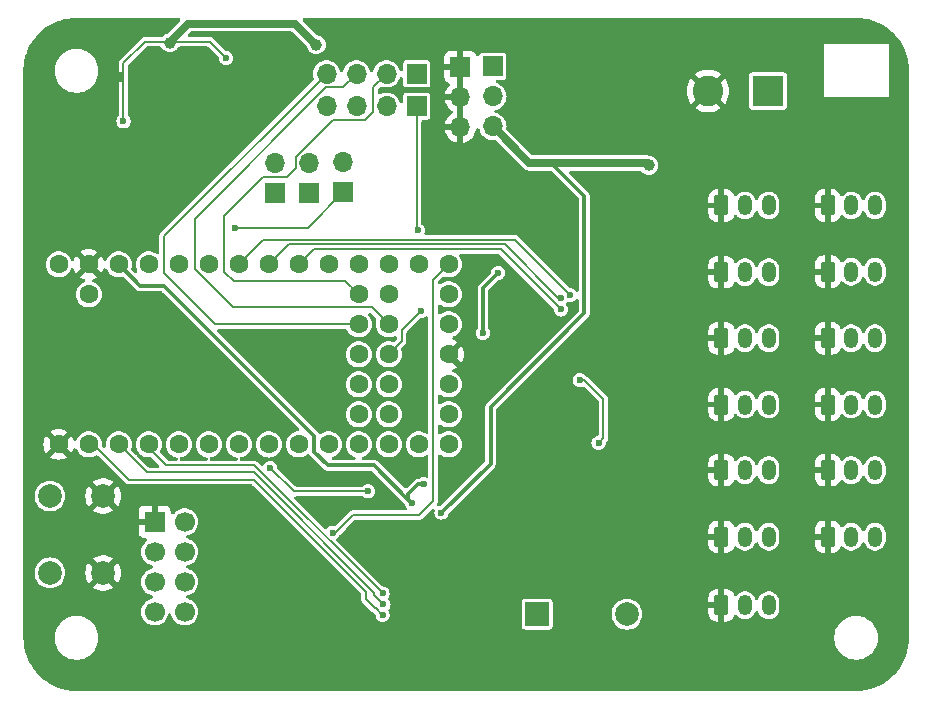
<source format=gbr>
%TF.GenerationSoftware,KiCad,Pcbnew,8.0.7*%
%TF.CreationDate,2025-01-15T19:07:21+07:00*%
%TF.ProjectId,Teensy4.0,5465656e-7379-4342-9e30-2e6b69636164,rev?*%
%TF.SameCoordinates,Original*%
%TF.FileFunction,Copper,L4,Bot*%
%TF.FilePolarity,Positive*%
%FSLAX46Y46*%
G04 Gerber Fmt 4.6, Leading zero omitted, Abs format (unit mm)*
G04 Created by KiCad (PCBNEW 8.0.7) date 2025-01-15 19:07:21*
%MOMM*%
%LPD*%
G01*
G04 APERTURE LIST*
G04 Aperture macros list*
%AMRoundRect*
0 Rectangle with rounded corners*
0 $1 Rounding radius*
0 $2 $3 $4 $5 $6 $7 $8 $9 X,Y pos of 4 corners*
0 Add a 4 corners polygon primitive as box body*
4,1,4,$2,$3,$4,$5,$6,$7,$8,$9,$2,$3,0*
0 Add four circle primitives for the rounded corners*
1,1,$1+$1,$2,$3*
1,1,$1+$1,$4,$5*
1,1,$1+$1,$6,$7*
1,1,$1+$1,$8,$9*
0 Add four rect primitives between the rounded corners*
20,1,$1+$1,$2,$3,$4,$5,0*
20,1,$1+$1,$4,$5,$6,$7,0*
20,1,$1+$1,$6,$7,$8,$9,0*
20,1,$1+$1,$8,$9,$2,$3,0*%
G04 Aperture macros list end*
%TA.AperFunction,ComponentPad*%
%ADD10C,0.508000*%
%TD*%
%TA.AperFunction,ComponentPad*%
%ADD11RoundRect,0.250000X-0.350000X-0.625000X0.350000X-0.625000X0.350000X0.625000X-0.350000X0.625000X0*%
%TD*%
%TA.AperFunction,ComponentPad*%
%ADD12O,1.200000X1.750000*%
%TD*%
%TA.AperFunction,ComponentPad*%
%ADD13R,2.000000X2.000000*%
%TD*%
%TA.AperFunction,ComponentPad*%
%ADD14C,2.000000*%
%TD*%
%TA.AperFunction,ComponentPad*%
%ADD15R,1.700000X1.700000*%
%TD*%
%TA.AperFunction,ComponentPad*%
%ADD16O,1.700000X1.700000*%
%TD*%
%TA.AperFunction,ComponentPad*%
%ADD17C,1.700000*%
%TD*%
%TA.AperFunction,ComponentPad*%
%ADD18R,2.600000X2.600000*%
%TD*%
%TA.AperFunction,ComponentPad*%
%ADD19C,2.600000*%
%TD*%
%TA.AperFunction,ComponentPad*%
%ADD20C,1.600000*%
%TD*%
%TA.AperFunction,ViaPad*%
%ADD21C,1.000000*%
%TD*%
%TA.AperFunction,ViaPad*%
%ADD22C,0.600000*%
%TD*%
%TA.AperFunction,Conductor*%
%ADD23C,0.700000*%
%TD*%
%TA.AperFunction,Conductor*%
%ADD24C,0.200000*%
%TD*%
%TA.AperFunction,Conductor*%
%ADD25C,0.300000*%
%TD*%
G04 APERTURE END LIST*
D10*
%TO.P,U4,V*%
%TO.N,N/C*%
X120130081Y-75743701D03*
X120130081Y-74956301D03*
X120917481Y-75743701D03*
X120917481Y-74956301D03*
%TD*%
D11*
%TO.P,servo1,1,Pin_1*%
%TO.N,GND*%
X172600000Y-102250000D03*
D12*
%TO.P,servo1,2,Pin_2*%
%TO.N,VCC*%
X174600000Y-102250000D03*
%TO.P,servo1,3,Pin_3*%
%TO.N,Net-(IC2-A2)*%
X176600000Y-102250000D03*
%TD*%
D13*
%TO.P,BZ1,1,+*%
%TO.N,+5V*%
X148000000Y-120000000D03*
D14*
%TO.P,BZ1,2,-*%
%TO.N,Net-(BZ1--)*%
X155600000Y-120000000D03*
%TD*%
D15*
%TO.P,J1,1,Pin_1*%
%TO.N,Net-(J1-Pin_1)*%
X137790000Y-74250000D03*
D16*
%TO.P,J1,2,Pin_2*%
%TO.N,Net-(J1-Pin_2)*%
X135250000Y-74250000D03*
%TO.P,J1,3,Pin_3*%
%TO.N,Net-(J1-Pin_3)*%
X132710000Y-74250000D03*
%TO.P,J1,4,Pin_4*%
%TO.N,Net-(J1-Pin_4)*%
X130170000Y-74250000D03*
%TD*%
D11*
%TO.P,servo13,1,Pin_1*%
%TO.N,GND*%
X172600000Y-96650000D03*
D12*
%TO.P,servo13,2,Pin_2*%
%TO.N,VCC*%
X174600000Y-96650000D03*
%TO.P,servo13,3,Pin_3*%
%TO.N,Net-(IC2-A2)*%
X176600000Y-96650000D03*
%TD*%
D15*
%TO.P,U2,1,GND*%
%TO.N,GND*%
X115610500Y-112175000D03*
D17*
%TO.P,U2,2,VCC*%
%TO.N,+3V3*%
X118150500Y-112175000D03*
%TO.P,U2,3,CE*%
%TO.N,/NRF_CE*%
X115610500Y-114715000D03*
%TO.P,U2,4,~{CSN}*%
%TO.N,/NRF_CSN*%
X118150500Y-114715000D03*
%TO.P,U2,5,SCK*%
%TO.N,/NRF_SCK*%
X115610500Y-117255000D03*
%TO.P,U2,6,MOSI*%
%TO.N,/NRF_MOSI*%
X118150500Y-117255000D03*
%TO.P,U2,7,MISO*%
%TO.N,/NRF_MISO*%
X115610500Y-119795000D03*
%TO.P,U2,8,IRQ*%
%TO.N,unconnected-(U2-IRQ-Pad8)*%
X118150500Y-119795000D03*
%TD*%
D11*
%TO.P,servo11,1,Pin_1*%
%TO.N,GND*%
X172600000Y-85400000D03*
D12*
%TO.P,servo11,2,Pin_2*%
%TO.N,VCC*%
X174600000Y-85400000D03*
%TO.P,servo11,3,Pin_3*%
%TO.N,Net-(IC2-A2)*%
X176600000Y-85400000D03*
%TD*%
D11*
%TO.P,servo5,1,Pin_1*%
%TO.N,GND*%
X163600000Y-107800000D03*
D12*
%TO.P,servo5,2,Pin_2*%
%TO.N,VCC*%
X165600000Y-107800000D03*
%TO.P,servo5,3,Pin_3*%
%TO.N,Net-(IC2-A2)*%
X167600000Y-107800000D03*
%TD*%
D11*
%TO.P,servo4,1,Pin_1*%
%TO.N,GND*%
X163600000Y-119250000D03*
D12*
%TO.P,servo4,2,Pin_2*%
%TO.N,VCC*%
X165600000Y-119250000D03*
%TO.P,servo4,3,Pin_3*%
%TO.N,Net-(IC2-A2)*%
X167600000Y-119250000D03*
%TD*%
D15*
%TO.P,5V,1,Pin_1*%
%TO.N,+5V*%
X144250000Y-73630000D03*
D16*
%TO.P,5V,2,Pin_2*%
X144250000Y-76170000D03*
%TO.P,5V,3,Pin_3*%
X144250000Y-78710000D03*
%TD*%
D11*
%TO.P,servo2,1,Pin_1*%
%TO.N,GND*%
X163600000Y-113450000D03*
D12*
%TO.P,servo2,2,Pin_2*%
%TO.N,VCC*%
X165600000Y-113450000D03*
%TO.P,servo2,3,Pin_3*%
%TO.N,Net-(IC2-A2)*%
X167600000Y-113450000D03*
%TD*%
D15*
%TO.P,S4,1,Pin_1*%
%TO.N,/serial_rx4*%
X125800000Y-84300000D03*
D16*
%TO.P,S4,2,Pin_2*%
%TO.N,/serial_tx4*%
X125800000Y-81760000D03*
%TD*%
D18*
%TO.P,Main-Power1,1,Pin_1*%
%TO.N,VCC*%
X167545000Y-75695000D03*
D19*
%TO.P,Main-Power1,2,Pin_2*%
%TO.N,GND*%
X162465000Y-75695000D03*
%TD*%
D11*
%TO.P,servo10,1,Pin_1*%
%TO.N,GND*%
X163600000Y-102250000D03*
D12*
%TO.P,servo10,2,Pin_2*%
%TO.N,VCC*%
X165600000Y-102250000D03*
%TO.P,servo10,3,Pin_3*%
%TO.N,Net-(IC2-A2)*%
X167600000Y-102250000D03*
%TD*%
D15*
%TO.P,S2,1,Pin_1*%
%TO.N,/serial_rx2*%
X131600000Y-84275000D03*
D16*
%TO.P,S2,2,Pin_2*%
%TO.N,/serial_tx2*%
X131600000Y-81735000D03*
%TD*%
D20*
%TO.P,U1,1,GND*%
%TO.N,GND*%
X107490000Y-105620000D03*
%TO.P,U1,2,0_RX1_CRX2_CS1*%
%TO.N,/servo_rx*%
X110030000Y-105620000D03*
%TO.P,U1,3,1_TX1_CTX2_MISO1*%
%TO.N,/servo_tx*%
X112570000Y-105620000D03*
%TO.P,U1,4,2_OUT2*%
%TO.N,/servo_dir*%
X115110000Y-105620000D03*
%TO.P,U1,5,3_LRCLK2*%
%TO.N,/button*%
X117650000Y-105620000D03*
%TO.P,U1,6,4_BCLK2*%
%TO.N,/buzzer*%
X120190000Y-105620000D03*
%TO.P,U1,7,5_IN2*%
%TO.N,unconnected-(U1-5_IN2-Pad7)*%
X122730000Y-105620000D03*
%TO.P,U1,8,6_OUT1D*%
%TO.N,unconnected-(U1-6_OUT1D-Pad8)*%
X125270000Y-105620000D03*
%TO.P,U1,9,7_RX2_OUT1A*%
%TO.N,/serial_rx2*%
X127810000Y-105620000D03*
%TO.P,U1,10,8_TX2_IN1*%
%TO.N,/serial_tx2*%
X130350000Y-105620000D03*
%TO.P,U1,11,9_OUT1C*%
%TO.N,/NRF_CE*%
X132890000Y-105620000D03*
%TO.P,U1,12,10_CS_MQSR*%
%TO.N,/NRF_CSN*%
X135430000Y-105620000D03*
%TO.P,U1,13,11_MOSI_CTX1*%
%TO.N,/NRF_MOSI*%
X137970000Y-105620000D03*
%TO.P,U1,14,12_MISO_MQSL*%
%TO.N,/NRF_MISO*%
X140510000Y-105620000D03*
%TO.P,U1,15,VBAT*%
%TO.N,unconnected-(U1-VBAT-Pad15)*%
X140510000Y-103080000D03*
%TO.P,U1,16,3V3*%
%TO.N,unconnected-(U1-3V3-Pad16)*%
X140510000Y-100540000D03*
%TO.P,U1,17,GND*%
%TO.N,GND*%
X140510000Y-98000000D03*
%TO.P,U1,18,PROGRAM*%
%TO.N,unconnected-(U1-PROGRAM-Pad18)*%
X140510000Y-95460000D03*
%TO.P,U1,19,ON_OFF*%
%TO.N,unconnected-(U1-ON_OFF-Pad19)*%
X140510000Y-92920000D03*
%TO.P,U1,20,13_SCK_CRX1_LED*%
%TO.N,/NRF_SCK*%
X140510000Y-90380000D03*
%TO.P,U1,21,14_A0_TX3_SPDIF_OUT*%
%TO.N,/serial_tx3*%
X137970000Y-90380000D03*
%TO.P,U1,22,15_A1_RX3_SPDIF_IN*%
%TO.N,/serial_rx3*%
X135430000Y-90380000D03*
%TO.P,U1,23,16_A2_RX4_SCL1*%
%TO.N,/serial_rx4*%
X132890000Y-90380000D03*
%TO.P,U1,24,17_A3_TX4_SDA1*%
%TO.N,/serial_tx4*%
X130350000Y-90380000D03*
%TO.P,U1,25,18_A4_SDA0*%
%TO.N,/SDA*%
X127810000Y-90380000D03*
%TO.P,U1,26,19_A5_SCL0*%
%TO.N,/SCL*%
X125270000Y-90380000D03*
%TO.P,U1,27,20_A6_TX5_LRCLK1*%
%TO.N,/ICM_INT*%
X122730000Y-90380000D03*
%TO.P,U1,28,21_A7_RX5_BCLK1*%
%TO.N,unconnected-(U1-21_A7_RX5_BCLK1-Pad28)*%
X120190000Y-90380000D03*
%TO.P,U1,29,22_A8_CTX1*%
%TO.N,unconnected-(U1-22_A8_CTX1-Pad29)*%
X117650000Y-90380000D03*
%TO.P,U1,30,23_A9_CRX1_MCLK1*%
%TO.N,unconnected-(U1-23_A9_CRX1_MCLK1-Pad30)*%
X115110000Y-90380000D03*
%TO.P,U1,31,3V3*%
%TO.N,+3V3*%
X112570000Y-90380000D03*
%TO.P,U1,32,GND*%
%TO.N,GND*%
X110030000Y-90380000D03*
%TO.P,U1,33,VIN*%
%TO.N,+5V*%
X107490000Y-90380000D03*
%TO.P,U1,34,VUSB*%
%TO.N,unconnected-(U1-VUSB-Pad34)*%
X110030000Y-92920000D03*
%TO.P,U1,35,24_A10_TX6_SCL2*%
%TO.N,Net-(J1-Pin_1)*%
X135430000Y-92920000D03*
%TO.P,U1,36,25_A11_RX6_SDA2*%
%TO.N,Net-(J1-Pin_2)*%
X132890000Y-92920000D03*
%TO.P,U1,37,26_A12_MOSI1*%
%TO.N,Net-(J1-Pin_3)*%
X135430000Y-95460000D03*
%TO.P,U1,38,27_A13_SCK1*%
%TO.N,Net-(J1-Pin_4)*%
X132890000Y-95460000D03*
%TO.P,U1,39,28_RX7*%
%TO.N,Net-(J2-Pin_1)*%
X135430000Y-98000000D03*
%TO.P,U1,40,29_TX7*%
%TO.N,Net-(J2-Pin_2)*%
X132890000Y-98000000D03*
%TO.P,U1,41,30_CRX3*%
%TO.N,Net-(J2-Pin_3)*%
X135430000Y-100540000D03*
%TO.P,U1,42,31_CTX3*%
%TO.N,Net-(J2-Pin_4)*%
X132890000Y-100540000D03*
%TO.P,U1,43,32_OUT1B*%
%TO.N,unconnected-(U1-32_OUT1B-Pad43)*%
X135430000Y-103080000D03*
%TO.P,U1,44,33_MCLK2*%
%TO.N,unconnected-(U1-33_MCLK2-Pad44)*%
X132890000Y-103080000D03*
%TD*%
D11*
%TO.P,servo3,1,Pin_1*%
%TO.N,GND*%
X163600000Y-96650000D03*
D12*
%TO.P,servo3,2,Pin_2*%
%TO.N,VCC*%
X165600000Y-96650000D03*
%TO.P,servo3,3,Pin_3*%
%TO.N,Net-(IC2-A2)*%
X167600000Y-96650000D03*
%TD*%
D11*
%TO.P,servo9,1,Pin_1*%
%TO.N,GND*%
X172600000Y-91000000D03*
D12*
%TO.P,servo9,2,Pin_2*%
%TO.N,VCC*%
X174600000Y-91000000D03*
%TO.P,servo9,3,Pin_3*%
%TO.N,Net-(IC2-A2)*%
X176600000Y-91000000D03*
%TD*%
D14*
%TO.P,button1,1,1*%
%TO.N,/button*%
X106750000Y-116500000D03*
X106750000Y-110000000D03*
%TO.P,button1,2,2*%
%TO.N,GND*%
X111250000Y-116500000D03*
X111250000Y-110000000D03*
%TD*%
D15*
%TO.P,J2,1,Pin_1*%
%TO.N,Net-(J2-Pin_1)*%
X137790000Y-77000000D03*
D16*
%TO.P,J2,2,Pin_2*%
%TO.N,Net-(J2-Pin_2)*%
X135250000Y-77000000D03*
%TO.P,J2,3,Pin_3*%
%TO.N,Net-(J2-Pin_3)*%
X132710000Y-77000000D03*
%TO.P,J2,4,Pin_4*%
%TO.N,Net-(J2-Pin_4)*%
X130170000Y-77000000D03*
%TD*%
D15*
%TO.P,S3,1,Pin_1*%
%TO.N,/serial_rx3*%
X128700000Y-84300000D03*
D16*
%TO.P,S3,2,Pin_2*%
%TO.N,/serial_tx3*%
X128700000Y-81760000D03*
%TD*%
D11*
%TO.P,servo12,1,Pin_1*%
%TO.N,GND*%
X163600000Y-91050000D03*
D12*
%TO.P,servo12,2,Pin_2*%
%TO.N,VCC*%
X165600000Y-91050000D03*
%TO.P,servo12,3,Pin_3*%
%TO.N,Net-(IC2-A2)*%
X167600000Y-91050000D03*
%TD*%
D11*
%TO.P,servo8,1,Pin_1*%
%TO.N,GND*%
X172600000Y-113450000D03*
D12*
%TO.P,servo8,2,Pin_2*%
%TO.N,VCC*%
X174600000Y-113450000D03*
%TO.P,servo8,3,Pin_3*%
%TO.N,Net-(IC2-A2)*%
X176600000Y-113450000D03*
%TD*%
D11*
%TO.P,servo6,1,Pin_1*%
%TO.N,GND*%
X163600000Y-85400000D03*
D12*
%TO.P,servo6,2,Pin_2*%
%TO.N,VCC*%
X165600000Y-85400000D03*
%TO.P,servo6,3,Pin_3*%
%TO.N,Net-(IC2-A2)*%
X167600000Y-85400000D03*
%TD*%
D11*
%TO.P,servo7,1,Pin_1*%
%TO.N,GND*%
X172600000Y-107800000D03*
D12*
%TO.P,servo7,2,Pin_2*%
%TO.N,VCC*%
X174600000Y-107800000D03*
%TO.P,servo7,3,Pin_3*%
%TO.N,Net-(IC2-A2)*%
X176600000Y-107800000D03*
%TD*%
D15*
%TO.P,GND,1,Pin_1*%
%TO.N,GND*%
X141500000Y-73670000D03*
D16*
%TO.P,GND,2,Pin_2*%
X141500000Y-76210000D03*
%TO.P,GND,3,Pin_3*%
X141500000Y-78750000D03*
%TD*%
D21*
%TO.N,+5V*%
X157461715Y-82005718D03*
X129300000Y-71800000D03*
D22*
X139900000Y-111400000D03*
X121673718Y-72925002D03*
D21*
X116900000Y-71625002D03*
D22*
X112973718Y-78273718D03*
D21*
%TO.N,GND*%
X171750000Y-70500000D03*
D22*
X148800000Y-94200000D03*
D21*
X112500000Y-74500000D03*
X138587499Y-119031000D03*
D22*
X154900000Y-112100000D03*
D21*
X151178000Y-97422000D03*
X121800000Y-103100000D03*
X111750000Y-70250000D03*
X109000000Y-113300000D03*
X158800000Y-91400000D03*
X128300000Y-120700000D03*
X167300000Y-125100000D03*
X106500000Y-78000000D03*
X115500000Y-85000000D03*
X175100000Y-80800000D03*
D22*
X134400000Y-113000000D03*
X135600500Y-120762000D03*
D21*
X115500000Y-93900000D03*
X128900000Y-102300000D03*
X111250000Y-125500000D03*
X159900000Y-105300000D03*
X178250000Y-77750000D03*
D22*
X120373718Y-80725002D03*
X138600000Y-117200000D03*
X142800000Y-115200000D03*
X122073718Y-80725002D03*
D21*
X105250000Y-119000000D03*
X155900000Y-70800000D03*
X147500000Y-111500000D03*
X147900000Y-73500000D03*
X107700000Y-95100000D03*
X124300000Y-76100000D03*
X178500000Y-118000000D03*
X116500000Y-124300000D03*
X118200000Y-78700000D03*
X122600000Y-71300000D03*
X159000000Y-116200000D03*
D22*
%TO.N,+3V3*%
X138400000Y-109000000D03*
X137400000Y-110600000D03*
%TO.N,+1V8*%
X143400000Y-96200000D03*
X144700000Y-91100000D03*
%TO.N,Net-(J2-Pin_1)*%
X137900000Y-87500000D03*
X138200000Y-94300000D03*
%TO.N,/SDA*%
X150000000Y-94200000D03*
%TO.N,/SCL*%
X150000000Y-93200000D03*
%TO.N,/buzzer*%
X133700000Y-109600000D03*
X125400000Y-107600000D03*
%TO.N,/serial_rx2*%
X122400000Y-87300000D03*
%TO.N,/servo_tx*%
X134981250Y-119181250D03*
%TO.N,/NRF_SCK*%
X130700000Y-113100000D03*
%TO.N,/servo_dir*%
X134912500Y-118250000D03*
%TO.N,/servo_rx*%
X134912500Y-120050000D03*
%TO.N,/ICM_INT*%
X150800000Y-93000000D03*
%TO.N,/INT_1V8*%
X153200000Y-105500000D03*
X151600000Y-100200000D03*
%TD*%
D23*
%TO.N,+5V*%
X129300000Y-71800000D02*
X127500000Y-70000000D01*
D24*
X112973718Y-78273718D02*
X112973718Y-73325002D01*
D23*
X157461715Y-82005718D02*
X157255997Y-81800000D01*
X118400000Y-70025002D02*
X116900000Y-71525002D01*
X157255997Y-81800000D02*
X149200000Y-81800000D01*
D25*
X144050000Y-102450000D02*
X152000000Y-94500000D01*
D23*
X127500000Y-70000000D02*
X118400000Y-70000000D01*
D24*
X112973718Y-73325002D02*
X114773718Y-71525002D01*
D23*
X149200000Y-81800000D02*
X147340000Y-81800000D01*
D24*
X114773718Y-71525002D02*
X116900000Y-71525002D01*
D23*
X118400000Y-70000000D02*
X118400000Y-70025002D01*
X147340000Y-81800000D02*
X144250000Y-78710000D01*
D24*
X121673718Y-72925002D02*
X120273718Y-71525002D01*
D25*
X152000000Y-94500000D02*
X152000000Y-84600000D01*
X144050000Y-107250000D02*
X144050000Y-102450000D01*
D24*
X120273718Y-71525002D02*
X116900000Y-71525002D01*
D25*
X139900000Y-111400000D02*
X144050000Y-107250000D01*
X152000000Y-84600000D02*
X149200000Y-81800000D01*
%TO.N,+3V3*%
X137400000Y-110600000D02*
X137100000Y-110300000D01*
X116400000Y-92200000D02*
X114390000Y-92200000D01*
X114390000Y-92200000D02*
X112570000Y-90380000D01*
X134200000Y-107400000D02*
X130263654Y-107400000D01*
X129100000Y-106236346D02*
X129100000Y-104900000D01*
X130263654Y-107400000D02*
X129100000Y-106236346D01*
X137900000Y-109000000D02*
X137100000Y-109800000D01*
X137100000Y-109800000D02*
X137100000Y-110300000D01*
X138400000Y-109000000D02*
X137900000Y-109000000D01*
X129100000Y-104900000D02*
X116400000Y-92200000D01*
X137100000Y-110300000D02*
X134200000Y-107400000D01*
%TO.N,+1V8*%
X143400000Y-96200000D02*
X143400000Y-92400000D01*
X143400000Y-92400000D02*
X144700000Y-91100000D01*
D24*
%TO.N,Net-(J1-Pin_4)*%
X132890000Y-95460000D02*
X120760000Y-95460000D01*
X120760000Y-95460000D02*
X116400000Y-91100000D01*
X116400000Y-88020000D02*
X130170000Y-74250000D01*
X116400000Y-91100000D02*
X116400000Y-88020000D01*
%TO.N,Net-(J1-Pin_2)*%
X121500000Y-86300000D02*
X124800000Y-83000000D01*
X134100000Y-75400000D02*
X135250000Y-74250000D01*
X133426346Y-78150000D02*
X134100000Y-77476346D01*
X131770000Y-91800000D02*
X122300000Y-91800000D01*
X126786346Y-83000000D02*
X127550000Y-82236346D01*
X122300000Y-91800000D02*
X121500000Y-91000000D01*
X127550000Y-81283654D02*
X130683654Y-78150000D01*
X134100000Y-77476346D02*
X134100000Y-75400000D01*
X121500000Y-91000000D02*
X121500000Y-86300000D01*
X124800000Y-83000000D02*
X126786346Y-83000000D01*
X130683654Y-78150000D02*
X133426346Y-78150000D01*
X132890000Y-92920000D02*
X131770000Y-91800000D01*
X127550000Y-82236346D02*
X127550000Y-81283654D01*
%TO.N,Net-(J1-Pin_3)*%
X119000000Y-86543654D02*
X130143654Y-75400000D01*
X130143654Y-75400000D02*
X131560000Y-75400000D01*
X122274365Y-94020000D02*
X119000000Y-90745635D01*
X133990000Y-94020000D02*
X122274365Y-94020000D01*
X119000000Y-90745635D02*
X119000000Y-86543654D01*
X135430000Y-95460000D02*
X133990000Y-94020000D01*
X131560000Y-75400000D02*
X132710000Y-74250000D01*
%TO.N,Net-(J2-Pin_1)*%
X135430000Y-98000000D02*
X136530000Y-96900000D01*
X136530000Y-96900000D02*
X136530000Y-95970000D01*
X136530000Y-95970000D02*
X138200000Y-94300000D01*
X137790000Y-87390000D02*
X137790000Y-77000000D01*
X137900000Y-87500000D02*
X137790000Y-87390000D01*
%TO.N,/SDA*%
X127810000Y-90380000D02*
X129090000Y-89100000D01*
X129090000Y-89100000D02*
X144900000Y-89100000D01*
X144900000Y-89100000D02*
X150000000Y-94200000D01*
%TO.N,/SCL*%
X150000000Y-93200000D02*
X149800000Y-93200000D01*
X145300000Y-88700000D02*
X126950000Y-88700000D01*
X126950000Y-88700000D02*
X125270000Y-90380000D01*
X149800000Y-93200000D02*
X145300000Y-88700000D01*
%TO.N,/buzzer*%
X133700000Y-109600000D02*
X127400000Y-109600000D01*
X127400000Y-109600000D02*
X125400000Y-107600000D01*
%TO.N,/serial_rx2*%
X128575000Y-87300000D02*
X131600000Y-84275000D01*
X122400000Y-87300000D02*
X128575000Y-87300000D01*
%TO.N,/servo_tx*%
X134981250Y-119181250D02*
X134200000Y-118400000D01*
X124000000Y-108000000D02*
X114950000Y-108000000D01*
X114950000Y-108000000D02*
X112570000Y-105620000D01*
X134200000Y-118400000D02*
X134200000Y-118200000D01*
X134200000Y-118200000D02*
X124000000Y-108000000D01*
%TO.N,/NRF_SCK*%
X130900000Y-113100000D02*
X132400000Y-111600000D01*
X138000000Y-111600000D02*
X139200000Y-110400000D01*
X139200000Y-110400000D02*
X139200000Y-91690000D01*
X139200000Y-91690000D02*
X140510000Y-90380000D01*
X132400000Y-111600000D02*
X138000000Y-111600000D01*
X130700000Y-113100000D02*
X130900000Y-113100000D01*
%TO.N,/servo_dir*%
X115110000Y-105620000D02*
X115110000Y-105910000D01*
X115110000Y-105910000D02*
X116600000Y-107400000D01*
X124062500Y-107400000D02*
X134912500Y-118250000D01*
X116600000Y-107400000D02*
X124062500Y-107400000D01*
%TO.N,/servo_rx*%
X110030000Y-105620000D02*
X110420000Y-105620000D01*
X124000000Y-108600000D02*
X133512500Y-118112500D01*
X134863971Y-120050000D02*
X134912500Y-120050000D01*
X133512500Y-118712500D02*
X134298529Y-119498529D01*
X113400000Y-108600000D02*
X124000000Y-108600000D01*
X110420000Y-105620000D02*
X113400000Y-108600000D01*
X134312500Y-119498529D02*
X134863971Y-120050000D01*
X133512500Y-118112500D02*
X133512500Y-118712500D01*
%TO.N,/ICM_INT*%
X150800000Y-93000000D02*
X146100000Y-88300000D01*
X146100000Y-88300000D02*
X124810000Y-88300000D01*
X124810000Y-88300000D02*
X122730000Y-90380000D01*
%TO.N,/INT_1V8*%
X153200000Y-105500000D02*
X153600000Y-105100000D01*
X153600000Y-101802000D02*
X151998000Y-100200000D01*
X151998000Y-100200000D02*
X151600000Y-100200000D01*
X153600000Y-105100000D02*
X153600000Y-101802000D01*
%TD*%
%TA.AperFunction,Conductor*%
%TO.N,GND*%
G36*
X144746889Y-89520462D02*
G01*
X144777748Y-89544141D01*
X149352596Y-94118989D01*
X149391160Y-94185784D01*
X149394962Y-94204899D01*
X149414954Y-94356758D01*
X149475463Y-94502840D01*
X149535856Y-94581545D01*
X149571718Y-94628282D01*
X149697159Y-94724536D01*
X149843238Y-94785044D01*
X149843241Y-94785044D01*
X149843243Y-94785045D01*
X149843240Y-94785045D01*
X149999997Y-94805682D01*
X150000000Y-94805682D01*
X150000003Y-94805682D01*
X150156757Y-94785045D01*
X150156758Y-94785044D01*
X150156762Y-94785044D01*
X150302841Y-94724536D01*
X150428282Y-94628282D01*
X150524536Y-94502841D01*
X150585044Y-94356762D01*
X150587188Y-94340481D01*
X150605682Y-94200002D01*
X150605682Y-94199997D01*
X150585045Y-94043242D01*
X150585044Y-94043240D01*
X150585044Y-94043238D01*
X150524536Y-93897159D01*
X150456666Y-93808708D01*
X150427151Y-93737450D01*
X150437218Y-93660982D01*
X150484171Y-93599793D01*
X150555429Y-93570278D01*
X150631892Y-93580344D01*
X150643238Y-93585044D01*
X150643240Y-93585044D01*
X150643242Y-93585045D01*
X150799997Y-93605682D01*
X150800000Y-93605682D01*
X150800003Y-93605682D01*
X150956757Y-93585045D01*
X150956758Y-93585044D01*
X150956762Y-93585044D01*
X151102841Y-93524536D01*
X151228282Y-93428282D01*
X151282290Y-93357896D01*
X151343480Y-93310944D01*
X151419948Y-93300877D01*
X151491205Y-93330392D01*
X151538158Y-93391582D01*
X151549500Y-93448602D01*
X151549500Y-94251678D01*
X151529538Y-94326178D01*
X151505859Y-94357037D01*
X143689509Y-102173388D01*
X143689508Y-102173389D01*
X143630201Y-102276111D01*
X143630202Y-102276111D01*
X143630201Y-102276115D01*
X143599500Y-102390689D01*
X143599500Y-107001678D01*
X143579538Y-107076178D01*
X143555859Y-107107037D01*
X139899578Y-110763317D01*
X139832783Y-110801881D01*
X139813669Y-110805683D01*
X139743236Y-110814956D01*
X139743232Y-110814957D01*
X139727713Y-110821385D01*
X139651244Y-110831449D01*
X139579989Y-110801931D01*
X139533039Y-110740739D01*
X139522975Y-110664270D01*
X139541661Y-110609225D01*
X139573207Y-110554588D01*
X139600500Y-110452727D01*
X139600500Y-110347273D01*
X139600500Y-106617361D01*
X139620462Y-106542861D01*
X139675000Y-106488323D01*
X139749500Y-106468361D01*
X139824000Y-106488323D01*
X139839296Y-106498459D01*
X139843955Y-106501977D01*
X139843959Y-106501981D01*
X139843962Y-106501983D01*
X139843965Y-106501985D01*
X140017356Y-106609344D01*
X140017367Y-106609350D01*
X140133332Y-106654274D01*
X140207544Y-106683024D01*
X140408024Y-106720500D01*
X140408027Y-106720500D01*
X140611973Y-106720500D01*
X140611976Y-106720500D01*
X140812456Y-106683024D01*
X141002637Y-106609348D01*
X141176041Y-106501981D01*
X141326764Y-106364579D01*
X141449673Y-106201821D01*
X141540582Y-106019250D01*
X141596397Y-105823083D01*
X141606851Y-105710259D01*
X141615215Y-105620004D01*
X141615215Y-105619995D01*
X141600878Y-105465281D01*
X141596397Y-105416917D01*
X141540582Y-105220750D01*
X141449673Y-105038179D01*
X141326764Y-104875421D01*
X141176041Y-104738019D01*
X141176036Y-104738015D01*
X141002643Y-104630655D01*
X141002632Y-104630649D01*
X140812462Y-104556978D01*
X140812458Y-104556977D01*
X140812456Y-104556976D01*
X140772360Y-104549480D01*
X140611980Y-104519500D01*
X140611976Y-104519500D01*
X140408024Y-104519500D01*
X140408019Y-104519500D01*
X140207544Y-104556976D01*
X140207537Y-104556978D01*
X140017367Y-104630649D01*
X140017356Y-104630655D01*
X139843959Y-104738018D01*
X139839289Y-104741545D01*
X139767806Y-104770509D01*
X139691418Y-104759851D01*
X139630593Y-104712427D01*
X139601629Y-104640944D01*
X139600500Y-104622638D01*
X139600500Y-104077361D01*
X139620462Y-104002861D01*
X139675000Y-103948323D01*
X139749500Y-103928361D01*
X139824000Y-103948323D01*
X139839296Y-103958459D01*
X139843955Y-103961977D01*
X139843959Y-103961981D01*
X139843962Y-103961983D01*
X139843965Y-103961985D01*
X140017356Y-104069344D01*
X140017367Y-104069350D01*
X140133332Y-104114274D01*
X140207544Y-104143024D01*
X140408024Y-104180500D01*
X140408027Y-104180500D01*
X140611973Y-104180500D01*
X140611976Y-104180500D01*
X140812456Y-104143024D01*
X141002637Y-104069348D01*
X141176041Y-103961981D01*
X141326764Y-103824579D01*
X141449673Y-103661821D01*
X141540582Y-103479250D01*
X141596397Y-103283083D01*
X141613452Y-103099031D01*
X141615215Y-103080004D01*
X141615215Y-103079995D01*
X141596397Y-102876921D01*
X141596397Y-102876917D01*
X141540582Y-102680750D01*
X141449673Y-102498179D01*
X141436137Y-102480255D01*
X141368500Y-102390689D01*
X141326764Y-102335421D01*
X141176041Y-102198019D01*
X141176036Y-102198015D01*
X141002643Y-102090655D01*
X141002632Y-102090649D01*
X140812462Y-102016978D01*
X140812458Y-102016977D01*
X140812456Y-102016976D01*
X140772360Y-102009480D01*
X140611980Y-101979500D01*
X140611976Y-101979500D01*
X140408024Y-101979500D01*
X140408019Y-101979500D01*
X140207544Y-102016976D01*
X140207537Y-102016978D01*
X140017367Y-102090649D01*
X140017356Y-102090655D01*
X139843959Y-102198018D01*
X139839289Y-102201545D01*
X139767806Y-102230509D01*
X139691418Y-102219851D01*
X139630593Y-102172427D01*
X139601629Y-102100944D01*
X139600500Y-102082638D01*
X139600500Y-101537361D01*
X139620462Y-101462861D01*
X139675000Y-101408323D01*
X139749500Y-101388361D01*
X139824000Y-101408323D01*
X139839296Y-101418459D01*
X139843955Y-101421977D01*
X139843959Y-101421981D01*
X139843962Y-101421983D01*
X139843965Y-101421985D01*
X140017356Y-101529344D01*
X140017367Y-101529350D01*
X140133332Y-101574274D01*
X140207544Y-101603024D01*
X140408024Y-101640500D01*
X140408027Y-101640500D01*
X140611973Y-101640500D01*
X140611976Y-101640500D01*
X140812456Y-101603024D01*
X141002637Y-101529348D01*
X141176041Y-101421981D01*
X141326764Y-101284579D01*
X141449673Y-101121821D01*
X141540582Y-100939250D01*
X141596397Y-100743083D01*
X141615215Y-100540000D01*
X141596397Y-100336917D01*
X141540582Y-100140750D01*
X141449673Y-99958179D01*
X141326764Y-99795421D01*
X141176041Y-99658019D01*
X141176036Y-99658015D01*
X141002643Y-99550655D01*
X141002631Y-99550649D01*
X140914100Y-99516352D01*
X140851842Y-99470825D01*
X140820688Y-99400269D01*
X140828987Y-99323589D01*
X140874514Y-99261331D01*
X140929364Y-99233490D01*
X140956326Y-99226266D01*
X141162478Y-99130136D01*
X141162484Y-99130132D01*
X141235471Y-99079024D01*
X140680234Y-98523787D01*
X140722292Y-98512518D01*
X140847708Y-98440110D01*
X140950110Y-98337708D01*
X141022518Y-98212292D01*
X141033787Y-98170234D01*
X141589024Y-98725471D01*
X141640132Y-98652484D01*
X141640136Y-98652478D01*
X141736266Y-98446325D01*
X141736267Y-98446323D01*
X141795140Y-98226606D01*
X141814965Y-98000000D01*
X141795140Y-97773393D01*
X141736267Y-97553676D01*
X141736266Y-97553674D01*
X141640132Y-97347515D01*
X141640129Y-97347509D01*
X141589025Y-97274526D01*
X141033787Y-97829764D01*
X141022518Y-97787708D01*
X140950110Y-97662292D01*
X140847708Y-97559890D01*
X140722292Y-97487482D01*
X140680232Y-97476211D01*
X141235471Y-96920973D01*
X141162492Y-96869872D01*
X141162483Y-96869866D01*
X140956325Y-96773733D01*
X140929360Y-96766508D01*
X140862565Y-96727943D01*
X140824002Y-96661148D01*
X140824002Y-96584020D01*
X140862567Y-96517225D01*
X140914098Y-96483647D01*
X141002637Y-96449348D01*
X141176041Y-96341981D01*
X141326764Y-96204579D01*
X141330224Y-96199997D01*
X142794318Y-96199997D01*
X142794318Y-96200002D01*
X142814954Y-96356757D01*
X142875463Y-96502840D01*
X142949809Y-96599729D01*
X142971718Y-96628282D01*
X143097159Y-96724536D01*
X143243238Y-96785044D01*
X143243241Y-96785044D01*
X143243243Y-96785045D01*
X143243240Y-96785045D01*
X143399997Y-96805682D01*
X143400000Y-96805682D01*
X143400003Y-96805682D01*
X143556757Y-96785045D01*
X143556758Y-96785044D01*
X143556762Y-96785044D01*
X143702841Y-96724536D01*
X143828282Y-96628282D01*
X143924536Y-96502841D01*
X143985044Y-96356762D01*
X143986990Y-96341985D01*
X144005682Y-96200002D01*
X144005682Y-96199997D01*
X143985045Y-96043242D01*
X143985044Y-96043240D01*
X143985044Y-96043238D01*
X143924536Y-95897159D01*
X143905463Y-95872302D01*
X143881290Y-95840799D01*
X143851775Y-95769541D01*
X143850500Y-95750094D01*
X143850500Y-92648321D01*
X143870462Y-92573821D01*
X143894141Y-92542962D01*
X144296210Y-92140893D01*
X144700422Y-91736680D01*
X144767215Y-91698118D01*
X144786318Y-91694317D01*
X144856762Y-91685044D01*
X145002841Y-91624536D01*
X145128282Y-91528282D01*
X145224536Y-91402841D01*
X145285044Y-91256762D01*
X145285331Y-91254588D01*
X145305682Y-91100002D01*
X145305682Y-91099997D01*
X145285045Y-90943242D01*
X145285044Y-90943240D01*
X145285044Y-90943238D01*
X145224536Y-90797159D01*
X145128282Y-90671718D01*
X145027603Y-90594464D01*
X145002840Y-90575463D01*
X144911055Y-90537445D01*
X144856762Y-90514956D01*
X144856760Y-90514955D01*
X144856756Y-90514954D01*
X144856759Y-90514954D01*
X144700003Y-90494318D01*
X144699997Y-90494318D01*
X144543242Y-90514954D01*
X144397159Y-90575463D01*
X144271718Y-90671717D01*
X144271717Y-90671718D01*
X144175463Y-90797159D01*
X144114956Y-90943237D01*
X144105683Y-91013668D01*
X144076166Y-91084925D01*
X144063317Y-91099577D01*
X143039509Y-92123388D01*
X143039508Y-92123389D01*
X142980201Y-92226111D01*
X142980202Y-92226111D01*
X142980201Y-92226115D01*
X142949500Y-92340689D01*
X142949500Y-95750094D01*
X142929538Y-95824594D01*
X142918710Y-95840799D01*
X142875463Y-95897159D01*
X142814954Y-96043242D01*
X142794318Y-96199997D01*
X141330224Y-96199997D01*
X141449673Y-96041821D01*
X141540582Y-95859250D01*
X141596397Y-95663083D01*
X141610665Y-95509105D01*
X141615215Y-95460004D01*
X141615215Y-95459995D01*
X141599045Y-95285492D01*
X141596397Y-95256917D01*
X141540582Y-95060750D01*
X141449673Y-94878179D01*
X141326764Y-94715421D01*
X141176041Y-94578019D01*
X141176036Y-94578015D01*
X141002643Y-94470655D01*
X141002632Y-94470649D01*
X140812462Y-94396978D01*
X140812458Y-94396977D01*
X140812456Y-94396976D01*
X140772360Y-94389480D01*
X140611980Y-94359500D01*
X140611976Y-94359500D01*
X140408024Y-94359500D01*
X140408019Y-94359500D01*
X140207544Y-94396976D01*
X140207537Y-94396978D01*
X140017367Y-94470649D01*
X140017356Y-94470655D01*
X139843959Y-94578018D01*
X139839289Y-94581545D01*
X139767806Y-94610509D01*
X139691418Y-94599851D01*
X139630593Y-94552427D01*
X139601629Y-94480944D01*
X139600500Y-94462638D01*
X139600500Y-93917361D01*
X139620462Y-93842861D01*
X139675000Y-93788323D01*
X139749500Y-93768361D01*
X139824000Y-93788323D01*
X139839296Y-93798459D01*
X139843955Y-93801977D01*
X139843959Y-93801981D01*
X139843962Y-93801983D01*
X139843965Y-93801985D01*
X140017356Y-93909344D01*
X140017367Y-93909350D01*
X140133332Y-93954274D01*
X140207544Y-93983024D01*
X140408024Y-94020500D01*
X140408027Y-94020500D01*
X140611973Y-94020500D01*
X140611976Y-94020500D01*
X140812456Y-93983024D01*
X141002637Y-93909348D01*
X141176041Y-93801981D01*
X141326764Y-93664579D01*
X141449673Y-93501821D01*
X141540582Y-93319250D01*
X141596397Y-93123083D01*
X141615215Y-92920000D01*
X141596397Y-92716917D01*
X141540582Y-92520750D01*
X141449673Y-92338179D01*
X141326764Y-92175421D01*
X141176041Y-92038019D01*
X141176036Y-92038015D01*
X141002643Y-91930655D01*
X141002632Y-91930649D01*
X140812462Y-91856978D01*
X140812458Y-91856977D01*
X140812456Y-91856976D01*
X140749535Y-91845214D01*
X140611980Y-91819500D01*
X140611976Y-91819500D01*
X140408024Y-91819500D01*
X140408019Y-91819500D01*
X140207544Y-91856976D01*
X140207537Y-91856978D01*
X140017367Y-91930649D01*
X140017356Y-91930655D01*
X139843959Y-92038018D01*
X139839289Y-92041545D01*
X139767806Y-92070509D01*
X139691418Y-92059851D01*
X139630593Y-92012427D01*
X139601629Y-91940944D01*
X139600500Y-91922638D01*
X139600500Y-91917609D01*
X139620462Y-91843109D01*
X139644138Y-91812253D01*
X139998935Y-91457455D01*
X140065730Y-91418892D01*
X140142858Y-91418892D01*
X140158120Y-91423877D01*
X140207538Y-91443022D01*
X140207544Y-91443024D01*
X140408024Y-91480500D01*
X140408027Y-91480500D01*
X140611973Y-91480500D01*
X140611976Y-91480500D01*
X140812456Y-91443024D01*
X141002637Y-91369348D01*
X141176041Y-91261981D01*
X141326764Y-91124579D01*
X141449673Y-90961821D01*
X141540582Y-90779250D01*
X141596397Y-90583083D01*
X141607586Y-90462332D01*
X141615215Y-90380004D01*
X141615215Y-90379995D01*
X141598909Y-90204025D01*
X141596397Y-90176917D01*
X141540582Y-89980750D01*
X141449673Y-89798179D01*
X141405204Y-89739292D01*
X141376238Y-89667810D01*
X141386894Y-89591421D01*
X141434317Y-89530595D01*
X141505799Y-89501629D01*
X141524109Y-89500500D01*
X144672389Y-89500500D01*
X144746889Y-89520462D01*
G37*
%TD.AperFunction*%
%TA.AperFunction,Conductor*%
G36*
X133905802Y-94517620D02*
G01*
X133953083Y-94549476D01*
X134351886Y-94948279D01*
X134390450Y-95015074D01*
X134390450Y-95092202D01*
X134389839Y-95094414D01*
X134343602Y-95256921D01*
X134324785Y-95459995D01*
X134324785Y-95460004D01*
X134343602Y-95663078D01*
X134343602Y-95663080D01*
X134343603Y-95663083D01*
X134355780Y-95705879D01*
X134399416Y-95859245D01*
X134399417Y-95859247D01*
X134399418Y-95859250D01*
X134421771Y-95904141D01*
X134490328Y-96041823D01*
X134561366Y-96135892D01*
X134613236Y-96204579D01*
X134702889Y-96286308D01*
X134763958Y-96341980D01*
X134763963Y-96341984D01*
X134937356Y-96449344D01*
X134937367Y-96449350D01*
X134992319Y-96470638D01*
X135127544Y-96523024D01*
X135328024Y-96560500D01*
X135328027Y-96560500D01*
X135531973Y-96560500D01*
X135531976Y-96560500D01*
X135732456Y-96523024D01*
X135922637Y-96449348D01*
X135922639Y-96449346D01*
X135926675Y-96447783D01*
X136003355Y-96439484D01*
X136073911Y-96470638D01*
X136119438Y-96532896D01*
X136129500Y-96586721D01*
X136129500Y-96672388D01*
X136109538Y-96746888D01*
X136085859Y-96777747D01*
X135941063Y-96922542D01*
X135874268Y-96961106D01*
X135797139Y-96961106D01*
X135781882Y-96956122D01*
X135732464Y-96936978D01*
X135732457Y-96936976D01*
X135732456Y-96936976D01*
X135692360Y-96929480D01*
X135531980Y-96899500D01*
X135531976Y-96899500D01*
X135328024Y-96899500D01*
X135328019Y-96899500D01*
X135127544Y-96936976D01*
X135127537Y-96936978D01*
X134937367Y-97010649D01*
X134937356Y-97010655D01*
X134763963Y-97118015D01*
X134763958Y-97118019D01*
X134613234Y-97255423D01*
X134490328Y-97418176D01*
X134399416Y-97600754D01*
X134343602Y-97796921D01*
X134324785Y-97999995D01*
X134324785Y-98000004D01*
X134343602Y-98203078D01*
X134343602Y-98203080D01*
X134343603Y-98203083D01*
X134350296Y-98226606D01*
X134399416Y-98399245D01*
X134399417Y-98399247D01*
X134399418Y-98399250D01*
X134474482Y-98550000D01*
X134490328Y-98581823D01*
X134543689Y-98652484D01*
X134613236Y-98744579D01*
X134763958Y-98881980D01*
X134763963Y-98881984D01*
X134937356Y-98989344D01*
X134937367Y-98989350D01*
X135053332Y-99034274D01*
X135127544Y-99063024D01*
X135328024Y-99100500D01*
X135328027Y-99100500D01*
X135531973Y-99100500D01*
X135531976Y-99100500D01*
X135732456Y-99063024D01*
X135922637Y-98989348D01*
X136096041Y-98881981D01*
X136246764Y-98744579D01*
X136369673Y-98581821D01*
X136460582Y-98399250D01*
X136516397Y-98203083D01*
X136526851Y-98090259D01*
X136535215Y-98000004D01*
X136535215Y-97999995D01*
X136524760Y-97887176D01*
X136516397Y-97796917D01*
X136470159Y-97634412D01*
X136468972Y-97557294D01*
X136506503Y-97489913D01*
X136508037Y-97488354D01*
X136850480Y-97145913D01*
X136903207Y-97054588D01*
X136930500Y-96952727D01*
X136930500Y-96847273D01*
X136930500Y-96197610D01*
X136950462Y-96123110D01*
X136974141Y-96092251D01*
X137509733Y-95556659D01*
X138118990Y-94947401D01*
X138185783Y-94908839D01*
X138204899Y-94905037D01*
X138356757Y-94885045D01*
X138356758Y-94885044D01*
X138356762Y-94885044D01*
X138502841Y-94824536D01*
X138559795Y-94780833D01*
X138631051Y-94751318D01*
X138707519Y-94761385D01*
X138768709Y-94808337D01*
X138798225Y-94879594D01*
X138799500Y-94899043D01*
X138799500Y-104571722D01*
X138779538Y-104646222D01*
X138725000Y-104700760D01*
X138650500Y-104720722D01*
X138576000Y-104700760D01*
X138572062Y-104698405D01*
X138479259Y-104640944D01*
X138462637Y-104630652D01*
X138462635Y-104630651D01*
X138462632Y-104630649D01*
X138272462Y-104556978D01*
X138272458Y-104556977D01*
X138272456Y-104556976D01*
X138232360Y-104549480D01*
X138071980Y-104519500D01*
X138071976Y-104519500D01*
X137868024Y-104519500D01*
X137868019Y-104519500D01*
X137667544Y-104556976D01*
X137667537Y-104556978D01*
X137477367Y-104630649D01*
X137477356Y-104630655D01*
X137303963Y-104738015D01*
X137303958Y-104738019D01*
X137153234Y-104875423D01*
X137030328Y-105038176D01*
X136939416Y-105220754D01*
X136883602Y-105416921D01*
X136864785Y-105619995D01*
X136864785Y-105620004D01*
X136883602Y-105823078D01*
X136883602Y-105823080D01*
X136883603Y-105823083D01*
X136890296Y-105846606D01*
X136939416Y-106019245D01*
X136939417Y-106019247D01*
X136939418Y-106019250D01*
X137009619Y-106160234D01*
X137030328Y-106201823D01*
X137083688Y-106272483D01*
X137153236Y-106364579D01*
X137254464Y-106456860D01*
X137303958Y-106501980D01*
X137303963Y-106501984D01*
X137477356Y-106609344D01*
X137477367Y-106609350D01*
X137593332Y-106654274D01*
X137667544Y-106683024D01*
X137868024Y-106720500D01*
X137868027Y-106720500D01*
X138071973Y-106720500D01*
X138071976Y-106720500D01*
X138272456Y-106683024D01*
X138462637Y-106609348D01*
X138572063Y-106541594D01*
X138645911Y-106519348D01*
X138720991Y-106537006D01*
X138777182Y-106589838D01*
X138799429Y-106663688D01*
X138799500Y-106668277D01*
X138799500Y-108292507D01*
X138779538Y-108367007D01*
X138725000Y-108421545D01*
X138650500Y-108441507D01*
X138593482Y-108430166D01*
X138556757Y-108414954D01*
X138400003Y-108394318D01*
X138399997Y-108394318D01*
X138243242Y-108414954D01*
X138097159Y-108475463D01*
X138056913Y-108506345D01*
X138040798Y-108518710D01*
X137969543Y-108548225D01*
X137950095Y-108549500D01*
X137840691Y-108549500D01*
X137757773Y-108571718D01*
X137757771Y-108571718D01*
X137726117Y-108580199D01*
X137726114Y-108580200D01*
X137623385Y-108639510D01*
X136955358Y-109307537D01*
X136888563Y-109346101D01*
X136811435Y-109346101D01*
X136744640Y-109307537D01*
X135612103Y-108175000D01*
X134476614Y-107039511D01*
X134476611Y-107039509D01*
X134476610Y-107039508D01*
X134411086Y-107001678D01*
X134373887Y-106980201D01*
X134348452Y-106973386D01*
X134348451Y-106973385D01*
X134259309Y-106949500D01*
X133301682Y-106949500D01*
X133227182Y-106929538D01*
X133172644Y-106875000D01*
X133152682Y-106800500D01*
X133172644Y-106726000D01*
X133227182Y-106671462D01*
X133247857Y-106661562D01*
X133382632Y-106609350D01*
X133382632Y-106609349D01*
X133382637Y-106609348D01*
X133556041Y-106501981D01*
X133706764Y-106364579D01*
X133829673Y-106201821D01*
X133920582Y-106019250D01*
X133976397Y-105823083D01*
X133986851Y-105710259D01*
X133995215Y-105620004D01*
X133995215Y-105619995D01*
X134324785Y-105619995D01*
X134324785Y-105620004D01*
X134343602Y-105823078D01*
X134343602Y-105823080D01*
X134343603Y-105823083D01*
X134350296Y-105846606D01*
X134399416Y-106019245D01*
X134399417Y-106019247D01*
X134399418Y-106019250D01*
X134469619Y-106160234D01*
X134490328Y-106201823D01*
X134543688Y-106272483D01*
X134613236Y-106364579D01*
X134714464Y-106456860D01*
X134763958Y-106501980D01*
X134763963Y-106501984D01*
X134937356Y-106609344D01*
X134937367Y-106609350D01*
X135053332Y-106654274D01*
X135127544Y-106683024D01*
X135328024Y-106720500D01*
X135328027Y-106720500D01*
X135531973Y-106720500D01*
X135531976Y-106720500D01*
X135732456Y-106683024D01*
X135922637Y-106609348D01*
X136096041Y-106501981D01*
X136246764Y-106364579D01*
X136369673Y-106201821D01*
X136460582Y-106019250D01*
X136516397Y-105823083D01*
X136526851Y-105710259D01*
X136535215Y-105620004D01*
X136535215Y-105619995D01*
X136520878Y-105465281D01*
X136516397Y-105416917D01*
X136460582Y-105220750D01*
X136369673Y-105038179D01*
X136246764Y-104875421D01*
X136096041Y-104738019D01*
X136096036Y-104738015D01*
X135922643Y-104630655D01*
X135922632Y-104630649D01*
X135732462Y-104556978D01*
X135732458Y-104556977D01*
X135732456Y-104556976D01*
X135692360Y-104549480D01*
X135531980Y-104519500D01*
X135531976Y-104519500D01*
X135328024Y-104519500D01*
X135328019Y-104519500D01*
X135127544Y-104556976D01*
X135127537Y-104556978D01*
X134937367Y-104630649D01*
X134937356Y-104630655D01*
X134763963Y-104738015D01*
X134763958Y-104738019D01*
X134613234Y-104875423D01*
X134490328Y-105038176D01*
X134399416Y-105220754D01*
X134343602Y-105416921D01*
X134324785Y-105619995D01*
X133995215Y-105619995D01*
X133980878Y-105465281D01*
X133976397Y-105416917D01*
X133920582Y-105220750D01*
X133829673Y-105038179D01*
X133706764Y-104875421D01*
X133556041Y-104738019D01*
X133556036Y-104738015D01*
X133382643Y-104630655D01*
X133382632Y-104630649D01*
X133192462Y-104556978D01*
X133192458Y-104556977D01*
X133192456Y-104556976D01*
X133152360Y-104549480D01*
X132991980Y-104519500D01*
X132991976Y-104519500D01*
X132788024Y-104519500D01*
X132788019Y-104519500D01*
X132587544Y-104556976D01*
X132587537Y-104556978D01*
X132397367Y-104630649D01*
X132397356Y-104630655D01*
X132223963Y-104738015D01*
X132223958Y-104738019D01*
X132073234Y-104875423D01*
X131950328Y-105038176D01*
X131859416Y-105220754D01*
X131803602Y-105416921D01*
X131784785Y-105619995D01*
X131784785Y-105620004D01*
X131803602Y-105823078D01*
X131803602Y-105823080D01*
X131803603Y-105823083D01*
X131810296Y-105846606D01*
X131859416Y-106019245D01*
X131859417Y-106019247D01*
X131859418Y-106019250D01*
X131929619Y-106160234D01*
X131950328Y-106201823D01*
X132003688Y-106272483D01*
X132073236Y-106364579D01*
X132174464Y-106456860D01*
X132223958Y-106501980D01*
X132223963Y-106501984D01*
X132397356Y-106609344D01*
X132397367Y-106609350D01*
X132532143Y-106661562D01*
X132594401Y-106707088D01*
X132625555Y-106777644D01*
X132617256Y-106854325D01*
X132571730Y-106916583D01*
X132501174Y-106947737D01*
X132478318Y-106949500D01*
X130761682Y-106949500D01*
X130687182Y-106929538D01*
X130632644Y-106875000D01*
X130612682Y-106800500D01*
X130632644Y-106726000D01*
X130687182Y-106671462D01*
X130707857Y-106661562D01*
X130842632Y-106609350D01*
X130842632Y-106609349D01*
X130842637Y-106609348D01*
X131016041Y-106501981D01*
X131166764Y-106364579D01*
X131289673Y-106201821D01*
X131380582Y-106019250D01*
X131436397Y-105823083D01*
X131446851Y-105710259D01*
X131455215Y-105620004D01*
X131455215Y-105619995D01*
X131440878Y-105465281D01*
X131436397Y-105416917D01*
X131380582Y-105220750D01*
X131289673Y-105038179D01*
X131166764Y-104875421D01*
X131016041Y-104738019D01*
X131016036Y-104738015D01*
X130842643Y-104630655D01*
X130842632Y-104630649D01*
X130652462Y-104556978D01*
X130652458Y-104556977D01*
X130652456Y-104556976D01*
X130612360Y-104549480D01*
X130451980Y-104519500D01*
X130451976Y-104519500D01*
X130248024Y-104519500D01*
X130248019Y-104519500D01*
X130047544Y-104556976D01*
X130047537Y-104556978D01*
X129857367Y-104630649D01*
X129857364Y-104630651D01*
X129698737Y-104728868D01*
X129624886Y-104751114D01*
X129549807Y-104733455D01*
X129493616Y-104680623D01*
X129491261Y-104676684D01*
X129460493Y-104623392D01*
X129460490Y-104623388D01*
X129460489Y-104623386D01*
X127917098Y-103079995D01*
X131784785Y-103079995D01*
X131784785Y-103080004D01*
X131803602Y-103283078D01*
X131859416Y-103479245D01*
X131859417Y-103479247D01*
X131859418Y-103479250D01*
X131926767Y-103614505D01*
X131950328Y-103661823D01*
X132031174Y-103768880D01*
X132073236Y-103824579D01*
X132187080Y-103928361D01*
X132223958Y-103961980D01*
X132223963Y-103961984D01*
X132397356Y-104069344D01*
X132397367Y-104069350D01*
X132513332Y-104114274D01*
X132587544Y-104143024D01*
X132788024Y-104180500D01*
X132788027Y-104180500D01*
X132991973Y-104180500D01*
X132991976Y-104180500D01*
X133192456Y-104143024D01*
X133382637Y-104069348D01*
X133556041Y-103961981D01*
X133706764Y-103824579D01*
X133829673Y-103661821D01*
X133920582Y-103479250D01*
X133976397Y-103283083D01*
X133993452Y-103099031D01*
X133995215Y-103080004D01*
X133995215Y-103079995D01*
X134324785Y-103079995D01*
X134324785Y-103080004D01*
X134343602Y-103283078D01*
X134399416Y-103479245D01*
X134399417Y-103479247D01*
X134399418Y-103479250D01*
X134466767Y-103614505D01*
X134490328Y-103661823D01*
X134571174Y-103768880D01*
X134613236Y-103824579D01*
X134727080Y-103928361D01*
X134763958Y-103961980D01*
X134763963Y-103961984D01*
X134937356Y-104069344D01*
X134937367Y-104069350D01*
X135053332Y-104114274D01*
X135127544Y-104143024D01*
X135328024Y-104180500D01*
X135328027Y-104180500D01*
X135531973Y-104180500D01*
X135531976Y-104180500D01*
X135732456Y-104143024D01*
X135922637Y-104069348D01*
X136096041Y-103961981D01*
X136246764Y-103824579D01*
X136369673Y-103661821D01*
X136460582Y-103479250D01*
X136516397Y-103283083D01*
X136533452Y-103099031D01*
X136535215Y-103080004D01*
X136535215Y-103079995D01*
X136516397Y-102876921D01*
X136516397Y-102876917D01*
X136460582Y-102680750D01*
X136369673Y-102498179D01*
X136356137Y-102480255D01*
X136288500Y-102390689D01*
X136246764Y-102335421D01*
X136096041Y-102198019D01*
X136096036Y-102198015D01*
X135922643Y-102090655D01*
X135922632Y-102090649D01*
X135732462Y-102016978D01*
X135732458Y-102016977D01*
X135732456Y-102016976D01*
X135692360Y-102009480D01*
X135531980Y-101979500D01*
X135531976Y-101979500D01*
X135328024Y-101979500D01*
X135328019Y-101979500D01*
X135127544Y-102016976D01*
X135127537Y-102016978D01*
X134937367Y-102090649D01*
X134937356Y-102090655D01*
X134763963Y-102198015D01*
X134763958Y-102198019D01*
X134613234Y-102335423D01*
X134490328Y-102498176D01*
X134399416Y-102680754D01*
X134343602Y-102876921D01*
X134324785Y-103079995D01*
X133995215Y-103079995D01*
X133976397Y-102876921D01*
X133976397Y-102876917D01*
X133920582Y-102680750D01*
X133829673Y-102498179D01*
X133816137Y-102480255D01*
X133748500Y-102390689D01*
X133706764Y-102335421D01*
X133556041Y-102198019D01*
X133556036Y-102198015D01*
X133382643Y-102090655D01*
X133382632Y-102090649D01*
X133192462Y-102016978D01*
X133192458Y-102016977D01*
X133192456Y-102016976D01*
X133152360Y-102009480D01*
X132991980Y-101979500D01*
X132991976Y-101979500D01*
X132788024Y-101979500D01*
X132788019Y-101979500D01*
X132587544Y-102016976D01*
X132587537Y-102016978D01*
X132397367Y-102090649D01*
X132397356Y-102090655D01*
X132223963Y-102198015D01*
X132223958Y-102198019D01*
X132073234Y-102335423D01*
X131950328Y-102498176D01*
X131859416Y-102680754D01*
X131803602Y-102876921D01*
X131784785Y-103079995D01*
X127917098Y-103079995D01*
X125377098Y-100539995D01*
X131784785Y-100539995D01*
X131784785Y-100540004D01*
X131803602Y-100743078D01*
X131803602Y-100743080D01*
X131803603Y-100743083D01*
X131821414Y-100805682D01*
X131859416Y-100939245D01*
X131859417Y-100939247D01*
X131859418Y-100939250D01*
X131926764Y-101074500D01*
X131950328Y-101121823D01*
X131991986Y-101176987D01*
X132073236Y-101284579D01*
X132220096Y-101418459D01*
X132223958Y-101421980D01*
X132223963Y-101421984D01*
X132397356Y-101529344D01*
X132397367Y-101529350D01*
X132513332Y-101574274D01*
X132587544Y-101603024D01*
X132788024Y-101640500D01*
X132788027Y-101640500D01*
X132991973Y-101640500D01*
X132991976Y-101640500D01*
X133192456Y-101603024D01*
X133382637Y-101529348D01*
X133556041Y-101421981D01*
X133706764Y-101284579D01*
X133829673Y-101121821D01*
X133920582Y-100939250D01*
X133976397Y-100743083D01*
X133995215Y-100540000D01*
X133995215Y-100539995D01*
X134324785Y-100539995D01*
X134324785Y-100540004D01*
X134343602Y-100743078D01*
X134343602Y-100743080D01*
X134343603Y-100743083D01*
X134361414Y-100805682D01*
X134399416Y-100939245D01*
X134399417Y-100939247D01*
X134399418Y-100939250D01*
X134466764Y-101074500D01*
X134490328Y-101121823D01*
X134531986Y-101176987D01*
X134613236Y-101284579D01*
X134760096Y-101418459D01*
X134763958Y-101421980D01*
X134763963Y-101421984D01*
X134937356Y-101529344D01*
X134937367Y-101529350D01*
X135053332Y-101574274D01*
X135127544Y-101603024D01*
X135328024Y-101640500D01*
X135328027Y-101640500D01*
X135531973Y-101640500D01*
X135531976Y-101640500D01*
X135732456Y-101603024D01*
X135922637Y-101529348D01*
X136096041Y-101421981D01*
X136246764Y-101284579D01*
X136369673Y-101121821D01*
X136460582Y-100939250D01*
X136516397Y-100743083D01*
X136535215Y-100540000D01*
X136516397Y-100336917D01*
X136460582Y-100140750D01*
X136369673Y-99958179D01*
X136246764Y-99795421D01*
X136096041Y-99658019D01*
X136096036Y-99658015D01*
X135922643Y-99550655D01*
X135922632Y-99550649D01*
X135732462Y-99476978D01*
X135732458Y-99476977D01*
X135732456Y-99476976D01*
X135692360Y-99469480D01*
X135531980Y-99439500D01*
X135531976Y-99439500D01*
X135328024Y-99439500D01*
X135328019Y-99439500D01*
X135127544Y-99476976D01*
X135127537Y-99476978D01*
X134937367Y-99550649D01*
X134937356Y-99550655D01*
X134763963Y-99658015D01*
X134763958Y-99658019D01*
X134613234Y-99795423D01*
X134490328Y-99958176D01*
X134399416Y-100140754D01*
X134343602Y-100336921D01*
X134324785Y-100539995D01*
X133995215Y-100539995D01*
X133976397Y-100336917D01*
X133920582Y-100140750D01*
X133829673Y-99958179D01*
X133706764Y-99795421D01*
X133556041Y-99658019D01*
X133556036Y-99658015D01*
X133382643Y-99550655D01*
X133382632Y-99550649D01*
X133192462Y-99476978D01*
X133192458Y-99476977D01*
X133192456Y-99476976D01*
X133152360Y-99469480D01*
X132991980Y-99439500D01*
X132991976Y-99439500D01*
X132788024Y-99439500D01*
X132788019Y-99439500D01*
X132587544Y-99476976D01*
X132587537Y-99476978D01*
X132397367Y-99550649D01*
X132397356Y-99550655D01*
X132223963Y-99658015D01*
X132223958Y-99658019D01*
X132073234Y-99795423D01*
X131950328Y-99958176D01*
X131859416Y-100140754D01*
X131803602Y-100336921D01*
X131784785Y-100539995D01*
X125377098Y-100539995D01*
X122837098Y-97999995D01*
X131784785Y-97999995D01*
X131784785Y-98000004D01*
X131803602Y-98203078D01*
X131803602Y-98203080D01*
X131803603Y-98203083D01*
X131810296Y-98226606D01*
X131859416Y-98399245D01*
X131859417Y-98399247D01*
X131859418Y-98399250D01*
X131934482Y-98550000D01*
X131950328Y-98581823D01*
X132003689Y-98652484D01*
X132073236Y-98744579D01*
X132223958Y-98881980D01*
X132223963Y-98881984D01*
X132397356Y-98989344D01*
X132397367Y-98989350D01*
X132513332Y-99034274D01*
X132587544Y-99063024D01*
X132788024Y-99100500D01*
X132788027Y-99100500D01*
X132991973Y-99100500D01*
X132991976Y-99100500D01*
X133192456Y-99063024D01*
X133382637Y-98989348D01*
X133556041Y-98881981D01*
X133706764Y-98744579D01*
X133829673Y-98581821D01*
X133920582Y-98399250D01*
X133976397Y-98203083D01*
X133986851Y-98090259D01*
X133995215Y-98000004D01*
X133995215Y-97999995D01*
X133984760Y-97887176D01*
X133976397Y-97796917D01*
X133920582Y-97600750D01*
X133829673Y-97418179D01*
X133706764Y-97255421D01*
X133556041Y-97118019D01*
X133556036Y-97118015D01*
X133382643Y-97010655D01*
X133382632Y-97010649D01*
X133192462Y-96936978D01*
X133192458Y-96936977D01*
X133192456Y-96936976D01*
X133152360Y-96929480D01*
X132991980Y-96899500D01*
X132991976Y-96899500D01*
X132788024Y-96899500D01*
X132788019Y-96899500D01*
X132587544Y-96936976D01*
X132587537Y-96936978D01*
X132397367Y-97010649D01*
X132397356Y-97010655D01*
X132223963Y-97118015D01*
X132223958Y-97118019D01*
X132073234Y-97255423D01*
X131950328Y-97418176D01*
X131859416Y-97600754D01*
X131803602Y-97796921D01*
X131784785Y-97999995D01*
X122837098Y-97999995D01*
X120951962Y-96114859D01*
X120913398Y-96048064D01*
X120913398Y-95970936D01*
X120951962Y-95904141D01*
X121018757Y-95865577D01*
X121057321Y-95860500D01*
X131767783Y-95860500D01*
X131842283Y-95880462D01*
X131896821Y-95935000D01*
X131901162Y-95943085D01*
X131950325Y-96041819D01*
X132021366Y-96135892D01*
X132073236Y-96204579D01*
X132162889Y-96286308D01*
X132223958Y-96341980D01*
X132223963Y-96341984D01*
X132397356Y-96449344D01*
X132397367Y-96449350D01*
X132452319Y-96470638D01*
X132587544Y-96523024D01*
X132788024Y-96560500D01*
X132788027Y-96560500D01*
X132991973Y-96560500D01*
X132991976Y-96560500D01*
X133192456Y-96523024D01*
X133382637Y-96449348D01*
X133556041Y-96341981D01*
X133706764Y-96204579D01*
X133829673Y-96041821D01*
X133920582Y-95859250D01*
X133976397Y-95663083D01*
X133990665Y-95509105D01*
X133995215Y-95460004D01*
X133995215Y-95459995D01*
X133979045Y-95285492D01*
X133976397Y-95256917D01*
X133920582Y-95060750D01*
X133829673Y-94878179D01*
X133728817Y-94744624D01*
X133699853Y-94673145D01*
X133710509Y-94596757D01*
X133757931Y-94535930D01*
X133829414Y-94506964D01*
X133905802Y-94517620D01*
G37*
%TD.AperFunction*%
%TA.AperFunction,Conductor*%
G36*
X141750000Y-78316988D02*
G01*
X141692993Y-78284075D01*
X141565826Y-78250000D01*
X141434174Y-78250000D01*
X141307007Y-78284075D01*
X141250000Y-78316988D01*
X141250000Y-76643012D01*
X141307007Y-76675925D01*
X141434174Y-76710000D01*
X141565826Y-76710000D01*
X141692993Y-76675925D01*
X141750000Y-76643012D01*
X141750000Y-78316988D01*
G37*
%TD.AperFunction*%
%TA.AperFunction,Conductor*%
G36*
X141750000Y-75776988D02*
G01*
X141692993Y-75744075D01*
X141565826Y-75710000D01*
X141434174Y-75710000D01*
X141307007Y-75744075D01*
X141250000Y-75776988D01*
X141250000Y-74103012D01*
X141307007Y-74135925D01*
X141434174Y-74170000D01*
X141565826Y-74170000D01*
X141692993Y-74135925D01*
X141750000Y-74103012D01*
X141750000Y-75776988D01*
G37*
%TD.AperFunction*%
%TA.AperFunction,Conductor*%
G36*
X117719337Y-69520462D02*
G01*
X117773875Y-69575000D01*
X117793837Y-69649500D01*
X117773875Y-69724000D01*
X117750196Y-69754859D01*
X116659689Y-70845365D01*
X116603543Y-70880644D01*
X116550478Y-70899212D01*
X116397738Y-70995186D01*
X116312063Y-71080861D01*
X116245268Y-71119425D01*
X116206704Y-71124502D01*
X114720991Y-71124502D01*
X114619131Y-71151795D01*
X114619129Y-71151795D01*
X114619129Y-71151796D01*
X114566868Y-71181969D01*
X114566867Y-71181969D01*
X114527809Y-71204518D01*
X114527804Y-71204522D01*
X112653236Y-73079091D01*
X112653233Y-73079095D01*
X112600511Y-73170412D01*
X112600509Y-73170417D01*
X112574106Y-73268960D01*
X112574103Y-73268973D01*
X112573218Y-73272274D01*
X112573218Y-77758650D01*
X112553256Y-77833150D01*
X112542428Y-77849355D01*
X112449181Y-77970877D01*
X112388672Y-78116960D01*
X112368036Y-78273715D01*
X112368036Y-78273720D01*
X112388672Y-78430475D01*
X112449181Y-78576558D01*
X112531758Y-78684174D01*
X112545436Y-78702000D01*
X112670877Y-78798254D01*
X112816956Y-78858762D01*
X112816959Y-78858762D01*
X112816961Y-78858763D01*
X112816958Y-78858763D01*
X112973715Y-78879400D01*
X112973718Y-78879400D01*
X112973721Y-78879400D01*
X113130475Y-78858763D01*
X113130476Y-78858762D01*
X113130480Y-78858762D01*
X113276559Y-78798254D01*
X113402000Y-78702000D01*
X113498254Y-78576559D01*
X113558762Y-78430480D01*
X113569371Y-78349901D01*
X113579400Y-78273720D01*
X113579400Y-78273715D01*
X113558763Y-78116960D01*
X113558762Y-78116958D01*
X113558762Y-78116956D01*
X113498254Y-77970877D01*
X113405008Y-77849355D01*
X113375493Y-77778097D01*
X113374218Y-77758650D01*
X113374218Y-73552613D01*
X113394180Y-73478113D01*
X113417859Y-73447254D01*
X114895970Y-71969143D01*
X114962765Y-71930579D01*
X115001329Y-71925502D01*
X116061059Y-71925502D01*
X116135559Y-71945464D01*
X116187220Y-71995228D01*
X116270184Y-72127264D01*
X116397738Y-72254818D01*
X116550478Y-72350791D01*
X116720745Y-72410370D01*
X116810372Y-72420468D01*
X116899999Y-72430567D01*
X116900000Y-72430567D01*
X116900001Y-72430567D01*
X116944813Y-72425517D01*
X117079255Y-72410370D01*
X117249522Y-72350791D01*
X117402262Y-72254818D01*
X117529816Y-72127264D01*
X117612779Y-71995228D01*
X117669318Y-71942769D01*
X117738941Y-71925502D01*
X120046107Y-71925502D01*
X120120607Y-71945464D01*
X120151466Y-71969143D01*
X121026314Y-72843991D01*
X121064878Y-72910786D01*
X121068680Y-72929901D01*
X121088672Y-73081760D01*
X121149181Y-73227842D01*
X121227577Y-73330009D01*
X121245436Y-73353284D01*
X121370877Y-73449538D01*
X121516956Y-73510046D01*
X121516959Y-73510046D01*
X121516961Y-73510047D01*
X121516958Y-73510047D01*
X121673715Y-73530684D01*
X121673718Y-73530684D01*
X121673721Y-73530684D01*
X121830475Y-73510047D01*
X121830476Y-73510046D01*
X121830480Y-73510046D01*
X121976559Y-73449538D01*
X122102000Y-73353284D01*
X122198254Y-73227843D01*
X122258762Y-73081764D01*
X122259114Y-73079095D01*
X122279400Y-72925004D01*
X122279400Y-72924999D01*
X122258763Y-72768244D01*
X122258762Y-72768242D01*
X122258762Y-72768240D01*
X122198254Y-72622161D01*
X122102000Y-72496720D01*
X122083358Y-72482415D01*
X121976558Y-72400465D01*
X121830476Y-72339956D01*
X121678617Y-72319964D01*
X121607360Y-72290449D01*
X121592707Y-72277598D01*
X121059861Y-71744752D01*
X120519631Y-71204522D01*
X120519628Y-71204520D01*
X120519624Y-71204517D01*
X120428309Y-71151796D01*
X120428306Y-71151795D01*
X120401013Y-71144482D01*
X120326447Y-71124502D01*
X120326445Y-71124502D01*
X118580164Y-71124502D01*
X118505664Y-71104540D01*
X118451126Y-71050002D01*
X118431164Y-70975502D01*
X118451126Y-70901002D01*
X118474805Y-70870143D01*
X118650807Y-70694141D01*
X118717602Y-70655577D01*
X118756166Y-70650500D01*
X127168836Y-70650500D01*
X127243336Y-70670462D01*
X127274195Y-70694141D01*
X128472092Y-71892038D01*
X128510656Y-71958833D01*
X128513978Y-71976393D01*
X128514631Y-71979253D01*
X128566422Y-72127263D01*
X128574211Y-72149522D01*
X128670184Y-72302262D01*
X128797738Y-72429816D01*
X128950478Y-72525789D01*
X129120745Y-72585368D01*
X129210372Y-72595466D01*
X129299999Y-72605565D01*
X129300000Y-72605565D01*
X129300001Y-72605565D01*
X129344813Y-72600515D01*
X129479255Y-72585368D01*
X129649522Y-72525789D01*
X129802262Y-72429816D01*
X129929816Y-72302262D01*
X130025789Y-72149522D01*
X130085368Y-71979255D01*
X130105565Y-71800000D01*
X130099931Y-71750000D01*
X130085368Y-71620747D01*
X130085368Y-71620745D01*
X130025789Y-71450478D01*
X129929816Y-71297738D01*
X129802262Y-71170184D01*
X129649522Y-71074211D01*
X129580337Y-71050002D01*
X129479253Y-71014631D01*
X129471097Y-71012770D01*
X129471462Y-71011166D01*
X129408911Y-70986613D01*
X129392038Y-70972092D01*
X128174805Y-69754859D01*
X128136241Y-69688064D01*
X128136241Y-69610936D01*
X128174805Y-69544141D01*
X128241600Y-69505577D01*
X128280164Y-69500500D01*
X174934108Y-69500500D01*
X174996753Y-69500500D01*
X175003252Y-69500642D01*
X175385661Y-69517338D01*
X175398605Y-69518470D01*
X175774894Y-69568010D01*
X175787659Y-69570261D01*
X176158203Y-69652408D01*
X176170756Y-69655772D01*
X176532716Y-69769897D01*
X176544931Y-69774343D01*
X176895555Y-69919576D01*
X176907336Y-69925069D01*
X177243991Y-70100321D01*
X177255230Y-70106810D01*
X177575339Y-70310741D01*
X177585953Y-70318174D01*
X177887071Y-70549229D01*
X177897013Y-70557572D01*
X178020211Y-70670462D01*
X178176830Y-70813978D01*
X178186021Y-70823169D01*
X178325609Y-70975502D01*
X178416059Y-71074211D01*
X178442420Y-71102978D01*
X178450771Y-71112931D01*
X178681819Y-71414037D01*
X178689261Y-71424665D01*
X178893184Y-71744762D01*
X178899678Y-71756008D01*
X179074930Y-72092663D01*
X179080423Y-72104444D01*
X179225656Y-72455068D01*
X179230102Y-72467283D01*
X179344227Y-72829243D01*
X179347591Y-72841798D01*
X179375949Y-72969711D01*
X179427906Y-73204075D01*
X179429734Y-73212318D01*
X179431991Y-73225120D01*
X179481528Y-73601393D01*
X179482661Y-73614341D01*
X179499358Y-73996746D01*
X179499500Y-74003246D01*
X179499500Y-121996753D01*
X179499358Y-122003253D01*
X179482661Y-122385658D01*
X179481528Y-122398606D01*
X179431991Y-122774879D01*
X179429734Y-122787681D01*
X179347591Y-123158201D01*
X179344227Y-123170756D01*
X179230102Y-123532716D01*
X179225656Y-123544931D01*
X179080423Y-123895555D01*
X179074930Y-123907336D01*
X178899678Y-124243991D01*
X178893178Y-124255247D01*
X178689268Y-124575323D01*
X178681819Y-124585962D01*
X178450776Y-124887063D01*
X178442420Y-124897021D01*
X178186021Y-125176830D01*
X178176830Y-125186021D01*
X177897021Y-125442420D01*
X177887063Y-125450776D01*
X177585962Y-125681819D01*
X177575323Y-125689268D01*
X177273011Y-125881861D01*
X177255247Y-125893179D01*
X177243991Y-125899678D01*
X176907336Y-126074930D01*
X176895555Y-126080423D01*
X176544931Y-126225656D01*
X176532716Y-126230102D01*
X176170756Y-126344227D01*
X176158201Y-126347591D01*
X175787681Y-126429734D01*
X175774879Y-126431991D01*
X175398606Y-126481528D01*
X175385658Y-126482661D01*
X175017666Y-126498728D01*
X175003251Y-126499358D01*
X174996753Y-126499500D01*
X109003247Y-126499500D01*
X108996748Y-126499358D01*
X108981482Y-126498691D01*
X108614341Y-126482661D01*
X108601393Y-126481528D01*
X108225120Y-126431991D01*
X108212322Y-126429734D01*
X108124024Y-126410159D01*
X107841798Y-126347591D01*
X107829243Y-126344227D01*
X107467283Y-126230102D01*
X107455068Y-126225656D01*
X107104444Y-126080423D01*
X107092663Y-126074930D01*
X106756008Y-125899678D01*
X106744762Y-125893184D01*
X106424665Y-125689261D01*
X106414037Y-125681819D01*
X106112936Y-125450776D01*
X106102984Y-125442425D01*
X105992320Y-125341020D01*
X105823169Y-125186021D01*
X105813978Y-125176830D01*
X105676845Y-125027176D01*
X105557572Y-124897013D01*
X105549229Y-124887071D01*
X105318174Y-124585953D01*
X105310741Y-124575339D01*
X105106810Y-124255230D01*
X105100321Y-124243991D01*
X104925069Y-123907336D01*
X104919576Y-123895555D01*
X104774343Y-123544931D01*
X104769897Y-123532716D01*
X104655772Y-123170756D01*
X104652408Y-123158201D01*
X104646101Y-123129752D01*
X104570261Y-122787659D01*
X104568010Y-122774894D01*
X104518470Y-122398605D01*
X104517338Y-122385657D01*
X104500642Y-122003252D01*
X104500500Y-121996753D01*
X104500500Y-121878706D01*
X107149500Y-121878706D01*
X107149500Y-122121293D01*
X107181160Y-122361781D01*
X107181161Y-122361787D01*
X107181162Y-122361789D01*
X107243946Y-122596100D01*
X107336776Y-122820212D01*
X107458064Y-123030289D01*
X107605735Y-123222738D01*
X107777262Y-123394265D01*
X107969711Y-123541936D01*
X108179788Y-123663224D01*
X108403900Y-123756054D01*
X108638211Y-123818838D01*
X108638217Y-123818838D01*
X108638218Y-123818839D01*
X108703600Y-123827446D01*
X108878712Y-123850500D01*
X109121288Y-123850500D01*
X109361789Y-123818838D01*
X109596100Y-123756054D01*
X109820212Y-123663224D01*
X110030289Y-123541936D01*
X110222738Y-123394265D01*
X110394265Y-123222738D01*
X110541936Y-123030289D01*
X110663224Y-122820212D01*
X110756054Y-122596100D01*
X110818838Y-122361789D01*
X110850500Y-122121288D01*
X110850500Y-121878712D01*
X110850499Y-121878706D01*
X173149500Y-121878706D01*
X173149500Y-122121293D01*
X173181160Y-122361781D01*
X173181161Y-122361787D01*
X173181162Y-122361789D01*
X173243946Y-122596100D01*
X173336776Y-122820212D01*
X173458064Y-123030289D01*
X173605735Y-123222738D01*
X173777262Y-123394265D01*
X173969711Y-123541936D01*
X174179788Y-123663224D01*
X174403900Y-123756054D01*
X174638211Y-123818838D01*
X174638217Y-123818838D01*
X174638218Y-123818839D01*
X174703600Y-123827446D01*
X174878712Y-123850500D01*
X175121288Y-123850500D01*
X175361789Y-123818838D01*
X175596100Y-123756054D01*
X175820212Y-123663224D01*
X176030289Y-123541936D01*
X176222738Y-123394265D01*
X176394265Y-123222738D01*
X176541936Y-123030289D01*
X176663224Y-122820212D01*
X176756054Y-122596100D01*
X176818838Y-122361789D01*
X176850500Y-122121288D01*
X176850500Y-121878712D01*
X176818838Y-121638211D01*
X176756054Y-121403900D01*
X176663224Y-121179788D01*
X176541936Y-120969711D01*
X176394265Y-120777262D01*
X176222738Y-120605735D01*
X176030289Y-120458064D01*
X175913947Y-120390894D01*
X175820216Y-120336778D01*
X175820214Y-120336777D01*
X175820212Y-120336776D01*
X175688932Y-120282398D01*
X175596103Y-120243947D01*
X175596101Y-120243946D01*
X175596100Y-120243946D01*
X175361789Y-120181162D01*
X175361787Y-120181161D01*
X175361781Y-120181160D01*
X175121293Y-120149500D01*
X175121288Y-120149500D01*
X174878712Y-120149500D01*
X174878706Y-120149500D01*
X174638218Y-120181160D01*
X174403896Y-120243947D01*
X174179783Y-120336778D01*
X173969712Y-120458063D01*
X173943362Y-120478282D01*
X173777262Y-120605735D01*
X173777260Y-120605736D01*
X173777256Y-120605740D01*
X173605740Y-120777256D01*
X173605736Y-120777260D01*
X173605735Y-120777262D01*
X173565806Y-120829299D01*
X173458063Y-120969712D01*
X173336778Y-121179783D01*
X173243947Y-121403896D01*
X173181160Y-121638218D01*
X173149500Y-121878706D01*
X110850499Y-121878706D01*
X110818838Y-121638211D01*
X110756054Y-121403900D01*
X110663224Y-121179788D01*
X110541936Y-120969711D01*
X110394265Y-120777262D01*
X110222738Y-120605735D01*
X110030289Y-120458064D01*
X109913947Y-120390894D01*
X109820216Y-120336778D01*
X109820214Y-120336777D01*
X109820212Y-120336776D01*
X109688932Y-120282398D01*
X109596103Y-120243947D01*
X109596101Y-120243946D01*
X109596100Y-120243946D01*
X109361789Y-120181162D01*
X109361787Y-120181161D01*
X109361781Y-120181160D01*
X109121293Y-120149500D01*
X109121288Y-120149500D01*
X108878712Y-120149500D01*
X108878706Y-120149500D01*
X108638218Y-120181160D01*
X108403896Y-120243947D01*
X108179783Y-120336778D01*
X107969712Y-120458063D01*
X107943362Y-120478282D01*
X107777262Y-120605735D01*
X107777260Y-120605736D01*
X107777256Y-120605740D01*
X107605740Y-120777256D01*
X107605736Y-120777260D01*
X107605735Y-120777262D01*
X107565806Y-120829299D01*
X107458063Y-120969712D01*
X107336778Y-121179783D01*
X107243947Y-121403896D01*
X107181160Y-121638218D01*
X107149500Y-121878706D01*
X104500500Y-121878706D01*
X104500500Y-116500000D01*
X105444532Y-116500000D01*
X105464365Y-116726693D01*
X105494086Y-116837612D01*
X105523261Y-116946496D01*
X105619432Y-117152734D01*
X105619435Y-117152738D01*
X105619437Y-117152741D01*
X105749951Y-117339137D01*
X105749953Y-117339139D01*
X105910861Y-117500047D01*
X106097266Y-117630568D01*
X106303504Y-117726739D01*
X106523308Y-117785635D01*
X106750000Y-117805468D01*
X106976692Y-117785635D01*
X107196496Y-117726739D01*
X107402734Y-117630568D01*
X107589139Y-117500047D01*
X107750047Y-117339139D01*
X107880568Y-117152734D01*
X107976739Y-116946496D01*
X108035635Y-116726692D01*
X108055468Y-116500000D01*
X108055468Y-116499998D01*
X109744859Y-116499998D01*
X109744859Y-116500001D01*
X109765386Y-116747733D01*
X109826412Y-116988721D01*
X109926266Y-117216367D01*
X110026562Y-117369882D01*
X110726211Y-116670232D01*
X110737482Y-116712292D01*
X110809890Y-116837708D01*
X110912292Y-116940110D01*
X111037708Y-117012518D01*
X111079765Y-117023787D01*
X110379943Y-117723609D01*
X110426766Y-117760054D01*
X110645393Y-117878368D01*
X110880506Y-117959082D01*
X111125708Y-117999999D01*
X111125708Y-118000000D01*
X111374292Y-118000000D01*
X111374291Y-117999999D01*
X111619493Y-117959082D01*
X111854606Y-117878368D01*
X112073236Y-117760051D01*
X112120055Y-117723610D01*
X111420234Y-117023787D01*
X111462292Y-117012518D01*
X111587708Y-116940110D01*
X111690110Y-116837708D01*
X111762518Y-116712292D01*
X111773787Y-116670233D01*
X112473436Y-117369881D01*
X112573732Y-117216365D01*
X112573736Y-117216358D01*
X112673587Y-116988721D01*
X112734613Y-116747733D01*
X112755141Y-116500001D01*
X112755141Y-116499998D01*
X112734613Y-116252266D01*
X112673587Y-116011278D01*
X112573733Y-115783632D01*
X112473436Y-115630116D01*
X111773787Y-116329764D01*
X111762518Y-116287708D01*
X111690110Y-116162292D01*
X111587708Y-116059890D01*
X111462292Y-115987482D01*
X111420232Y-115976211D01*
X112120055Y-115276389D01*
X112120055Y-115276388D01*
X112073235Y-115239947D01*
X112073230Y-115239944D01*
X111854606Y-115121631D01*
X111619493Y-115040917D01*
X111374291Y-115000000D01*
X111125708Y-115000000D01*
X110880506Y-115040917D01*
X110645393Y-115121631D01*
X110426768Y-115239944D01*
X110426764Y-115239946D01*
X110379943Y-115276388D01*
X110379943Y-115276389D01*
X111079766Y-115976212D01*
X111037708Y-115987482D01*
X110912292Y-116059890D01*
X110809890Y-116162292D01*
X110737482Y-116287708D01*
X110726212Y-116329766D01*
X110026563Y-115630117D01*
X109926265Y-115783635D01*
X109826412Y-116011278D01*
X109765386Y-116252266D01*
X109744859Y-116499998D01*
X108055468Y-116499998D01*
X108035635Y-116273308D01*
X107976739Y-116053504D01*
X107880568Y-115847266D01*
X107750047Y-115660861D01*
X107589139Y-115499953D01*
X107589137Y-115499951D01*
X107402741Y-115369437D01*
X107402738Y-115369435D01*
X107402734Y-115369432D01*
X107196496Y-115273261D01*
X106976692Y-115214365D01*
X106976693Y-115214365D01*
X106750000Y-115194532D01*
X106523306Y-115214365D01*
X106303507Y-115273260D01*
X106303506Y-115273260D01*
X106303504Y-115273261D01*
X106097266Y-115369432D01*
X106097263Y-115369434D01*
X106097261Y-115369435D01*
X106097258Y-115369437D01*
X105910862Y-115499951D01*
X105749951Y-115660862D01*
X105619437Y-115847258D01*
X105619435Y-115847261D01*
X105619434Y-115847263D01*
X105619432Y-115847266D01*
X105542438Y-116012379D01*
X105523260Y-116053507D01*
X105464365Y-116273306D01*
X105444532Y-116500000D01*
X104500500Y-116500000D01*
X104500500Y-110000000D01*
X105444532Y-110000000D01*
X105464365Y-110226692D01*
X105523261Y-110446496D01*
X105619432Y-110652734D01*
X105619435Y-110652738D01*
X105619437Y-110652741D01*
X105749951Y-110839137D01*
X105749953Y-110839139D01*
X105910861Y-111000047D01*
X106097266Y-111130568D01*
X106303504Y-111226739D01*
X106523308Y-111285635D01*
X106750000Y-111305468D01*
X106976692Y-111285635D01*
X107196496Y-111226739D01*
X107402734Y-111130568D01*
X107589139Y-111000047D01*
X107750047Y-110839139D01*
X107880568Y-110652734D01*
X107976739Y-110446496D01*
X108035635Y-110226692D01*
X108055468Y-110000000D01*
X108055468Y-109999998D01*
X109744859Y-109999998D01*
X109744859Y-110000001D01*
X109765386Y-110247733D01*
X109826412Y-110488721D01*
X109926266Y-110716367D01*
X110026562Y-110869882D01*
X110726211Y-110170232D01*
X110737482Y-110212292D01*
X110809890Y-110337708D01*
X110912292Y-110440110D01*
X111037708Y-110512518D01*
X111079765Y-110523787D01*
X110379943Y-111223609D01*
X110426766Y-111260054D01*
X110645393Y-111378368D01*
X110880506Y-111459082D01*
X111125708Y-111499999D01*
X111125708Y-111500000D01*
X111374292Y-111500000D01*
X111374291Y-111499999D01*
X111619493Y-111459082D01*
X111854606Y-111378368D01*
X112041590Y-111277177D01*
X114260500Y-111277177D01*
X114260500Y-111925000D01*
X115177488Y-111925000D01*
X115144575Y-111982007D01*
X115110500Y-112109174D01*
X115110500Y-112240826D01*
X115144575Y-112367993D01*
X115177488Y-112425000D01*
X114260500Y-112425000D01*
X114260500Y-113072822D01*
X114260501Y-113072842D01*
X114266901Y-113132377D01*
X114317145Y-113267084D01*
X114317150Y-113267094D01*
X114403309Y-113382187D01*
X114403312Y-113382190D01*
X114518405Y-113468349D01*
X114518415Y-113468354D01*
X114653123Y-113518598D01*
X114653121Y-113518598D01*
X114712657Y-113524998D01*
X114712677Y-113525000D01*
X114824463Y-113525000D01*
X114898963Y-113544962D01*
X114953501Y-113599500D01*
X114973463Y-113674000D01*
X114953501Y-113748500D01*
X114918796Y-113787766D01*
X114919289Y-113788307D01*
X114914295Y-113792858D01*
X114914256Y-113792904D01*
X114914199Y-113792946D01*
X114756627Y-113936593D01*
X114628136Y-114106740D01*
X114533094Y-114297612D01*
X114533093Y-114297614D01*
X114474743Y-114502694D01*
X114455071Y-114714995D01*
X114455071Y-114715004D01*
X114474743Y-114927305D01*
X114533093Y-115132385D01*
X114533094Y-115132387D01*
X114628136Y-115323259D01*
X114756627Y-115493406D01*
X114914197Y-115637051D01*
X114914198Y-115637052D01*
X115095477Y-115749296D01*
X115095483Y-115749299D01*
X115182689Y-115783082D01*
X115294302Y-115826321D01*
X115359652Y-115838537D01*
X115429216Y-115871849D01*
X115472803Y-115935480D01*
X115478736Y-116012379D01*
X115445424Y-116081943D01*
X115381793Y-116125530D01*
X115359653Y-116131462D01*
X115294302Y-116143679D01*
X115294295Y-116143681D01*
X115095483Y-116220700D01*
X115095477Y-116220703D01*
X114914198Y-116332947D01*
X114914197Y-116332948D01*
X114756627Y-116476593D01*
X114628136Y-116646740D01*
X114533094Y-116837612D01*
X114533093Y-116837614D01*
X114474743Y-117042694D01*
X114455071Y-117254995D01*
X114455071Y-117255004D01*
X114474743Y-117467305D01*
X114533093Y-117672385D01*
X114533094Y-117672387D01*
X114628136Y-117863259D01*
X114731399Y-117999999D01*
X114756628Y-118033407D01*
X114822264Y-118093242D01*
X114914197Y-118177051D01*
X114914198Y-118177052D01*
X115095477Y-118289296D01*
X115095483Y-118289299D01*
X115127097Y-118301546D01*
X115294302Y-118366321D01*
X115359652Y-118378537D01*
X115429216Y-118411849D01*
X115472803Y-118475480D01*
X115478736Y-118552379D01*
X115445424Y-118621943D01*
X115381793Y-118665530D01*
X115359653Y-118671462D01*
X115323173Y-118678282D01*
X115294302Y-118683679D01*
X115294295Y-118683681D01*
X115095483Y-118760700D01*
X115095477Y-118760703D01*
X114914198Y-118872947D01*
X114914197Y-118872948D01*
X114756627Y-119016593D01*
X114628136Y-119186740D01*
X114533094Y-119377612D01*
X114533093Y-119377614D01*
X114474743Y-119582694D01*
X114455071Y-119794995D01*
X114455071Y-119795004D01*
X114474743Y-120007305D01*
X114474743Y-120007307D01*
X114474744Y-120007310D01*
X114483812Y-120039179D01*
X114533093Y-120212385D01*
X114533094Y-120212387D01*
X114628136Y-120403259D01*
X114684792Y-120478282D01*
X114756628Y-120573407D01*
X114757867Y-120574536D01*
X114914197Y-120717051D01*
X114914198Y-120717052D01*
X115095477Y-120829296D01*
X115095483Y-120829299D01*
X115182689Y-120863082D01*
X115294302Y-120906321D01*
X115503890Y-120945500D01*
X115503893Y-120945500D01*
X115717107Y-120945500D01*
X115717110Y-120945500D01*
X115926698Y-120906321D01*
X116125519Y-120829298D01*
X116306802Y-120717052D01*
X116464372Y-120573407D01*
X116592866Y-120403255D01*
X116687905Y-120212389D01*
X116737188Y-120039177D01*
X116776776Y-119972986D01*
X116844157Y-119935455D01*
X116921276Y-119936643D01*
X116987469Y-119976231D01*
X117023812Y-120039179D01*
X117073093Y-120212385D01*
X117073094Y-120212387D01*
X117168136Y-120403259D01*
X117224792Y-120478282D01*
X117296628Y-120573407D01*
X117297867Y-120574536D01*
X117454197Y-120717051D01*
X117454198Y-120717052D01*
X117635477Y-120829296D01*
X117635483Y-120829299D01*
X117722689Y-120863082D01*
X117834302Y-120906321D01*
X118043890Y-120945500D01*
X118043893Y-120945500D01*
X118257107Y-120945500D01*
X118257110Y-120945500D01*
X118466698Y-120906321D01*
X118665519Y-120829298D01*
X118846802Y-120717052D01*
X119004372Y-120573407D01*
X119132866Y-120403255D01*
X119227905Y-120212389D01*
X119286256Y-120007310D01*
X119303704Y-119819011D01*
X119305929Y-119795004D01*
X119305929Y-119794995D01*
X119292238Y-119647251D01*
X119286256Y-119582690D01*
X119227905Y-119377611D01*
X119132866Y-119186745D01*
X119132864Y-119186743D01*
X119132863Y-119186740D01*
X119004372Y-119016593D01*
X118846802Y-118872948D01*
X118846801Y-118872947D01*
X118665522Y-118760703D01*
X118665516Y-118760700D01*
X118466704Y-118683681D01*
X118466700Y-118683680D01*
X118466698Y-118683679D01*
X118401346Y-118671462D01*
X118331784Y-118638151D01*
X118288196Y-118574521D01*
X118282263Y-118497621D01*
X118315575Y-118428058D01*
X118379205Y-118384470D01*
X118401343Y-118378537D01*
X118466698Y-118366321D01*
X118665519Y-118289298D01*
X118846802Y-118177052D01*
X119004372Y-118033407D01*
X119132866Y-117863255D01*
X119227905Y-117672389D01*
X119286256Y-117467310D01*
X119305929Y-117255000D01*
X119302349Y-117216367D01*
X119289436Y-117077013D01*
X119286256Y-117042690D01*
X119227905Y-116837611D01*
X119132866Y-116646745D01*
X119132864Y-116646743D01*
X119132863Y-116646740D01*
X119004372Y-116476593D01*
X118846802Y-116332948D01*
X118846801Y-116332947D01*
X118665522Y-116220703D01*
X118665516Y-116220700D01*
X118466704Y-116143681D01*
X118466700Y-116143680D01*
X118466698Y-116143679D01*
X118401346Y-116131462D01*
X118331784Y-116098151D01*
X118288196Y-116034521D01*
X118282263Y-115957621D01*
X118315575Y-115888058D01*
X118379205Y-115844470D01*
X118401343Y-115838537D01*
X118466698Y-115826321D01*
X118665519Y-115749298D01*
X118846802Y-115637052D01*
X119004372Y-115493407D01*
X119132866Y-115323255D01*
X119227905Y-115132389D01*
X119286256Y-114927310D01*
X119305929Y-114715000D01*
X119286256Y-114502690D01*
X119234556Y-114320989D01*
X119227906Y-114297614D01*
X119227905Y-114297612D01*
X119226711Y-114295214D01*
X119132866Y-114106745D01*
X119132864Y-114106743D01*
X119132863Y-114106740D01*
X119004372Y-113936593D01*
X118846802Y-113792948D01*
X118846801Y-113792947D01*
X118665522Y-113680703D01*
X118665516Y-113680700D01*
X118466704Y-113603681D01*
X118466700Y-113603680D01*
X118466698Y-113603679D01*
X118401346Y-113591462D01*
X118331784Y-113558151D01*
X118288196Y-113494521D01*
X118282263Y-113417621D01*
X118315575Y-113348058D01*
X118379205Y-113304470D01*
X118401343Y-113298537D01*
X118466698Y-113286321D01*
X118665519Y-113209298D01*
X118846802Y-113097052D01*
X119004372Y-112953407D01*
X119132866Y-112783255D01*
X119227905Y-112592389D01*
X119286256Y-112387310D01*
X119305929Y-112175000D01*
X119304079Y-112155038D01*
X119290230Y-112005577D01*
X119286256Y-111962690D01*
X119227905Y-111757611D01*
X119132866Y-111566745D01*
X119132864Y-111566743D01*
X119132863Y-111566740D01*
X119004372Y-111396593D01*
X118846802Y-111252948D01*
X118846801Y-111252947D01*
X118665522Y-111140703D01*
X118665516Y-111140700D01*
X118466704Y-111063681D01*
X118466700Y-111063680D01*
X118466698Y-111063679D01*
X118424780Y-111055843D01*
X118257114Y-111024500D01*
X118257110Y-111024500D01*
X118043890Y-111024500D01*
X118043885Y-111024500D01*
X117834302Y-111063679D01*
X117834295Y-111063681D01*
X117635483Y-111140700D01*
X117635477Y-111140703D01*
X117454198Y-111252947D01*
X117454197Y-111252948D01*
X117296629Y-111396591D01*
X117228404Y-111486935D01*
X117167577Y-111534357D01*
X117091188Y-111545011D01*
X117019706Y-111516045D01*
X116972284Y-111455218D01*
X116960500Y-111397141D01*
X116960500Y-111277177D01*
X116960498Y-111277157D01*
X116954098Y-111217622D01*
X116903854Y-111082915D01*
X116903849Y-111082905D01*
X116817690Y-110967812D01*
X116817687Y-110967809D01*
X116702594Y-110881650D01*
X116702584Y-110881645D01*
X116567876Y-110831401D01*
X116567878Y-110831401D01*
X116508342Y-110825001D01*
X116508323Y-110825000D01*
X115860500Y-110825000D01*
X115860500Y-111741988D01*
X115803493Y-111709075D01*
X115676326Y-111675000D01*
X115544674Y-111675000D01*
X115417507Y-111709075D01*
X115360500Y-111741988D01*
X115360500Y-110825000D01*
X114712677Y-110825000D01*
X114712657Y-110825001D01*
X114653122Y-110831401D01*
X114518415Y-110881645D01*
X114518405Y-110881650D01*
X114403312Y-110967809D01*
X114403309Y-110967812D01*
X114317150Y-111082905D01*
X114317145Y-111082915D01*
X114266901Y-111217622D01*
X114260501Y-111277157D01*
X114260500Y-111277177D01*
X112041590Y-111277177D01*
X112073236Y-111260051D01*
X112120055Y-111223610D01*
X111420234Y-110523787D01*
X111462292Y-110512518D01*
X111587708Y-110440110D01*
X111690110Y-110337708D01*
X111762518Y-110212292D01*
X111773787Y-110170233D01*
X112473436Y-110869881D01*
X112573732Y-110716365D01*
X112573736Y-110716358D01*
X112673587Y-110488721D01*
X112734613Y-110247733D01*
X112755141Y-110000001D01*
X112755141Y-109999998D01*
X112734613Y-109752266D01*
X112673587Y-109511278D01*
X112573733Y-109283632D01*
X112473436Y-109130116D01*
X111773787Y-109829764D01*
X111762518Y-109787708D01*
X111690110Y-109662292D01*
X111587708Y-109559890D01*
X111462292Y-109487482D01*
X111420232Y-109476211D01*
X112120055Y-108776389D01*
X112120055Y-108776388D01*
X112073235Y-108739947D01*
X112073230Y-108739944D01*
X111854606Y-108621631D01*
X111619493Y-108540917D01*
X111374291Y-108500000D01*
X111125708Y-108500000D01*
X110880506Y-108540917D01*
X110645393Y-108621631D01*
X110426768Y-108739944D01*
X110426764Y-108739946D01*
X110379943Y-108776388D01*
X110379943Y-108776389D01*
X111079766Y-109476212D01*
X111037708Y-109487482D01*
X110912292Y-109559890D01*
X110809890Y-109662292D01*
X110737482Y-109787708D01*
X110726212Y-109829766D01*
X110026563Y-109130117D01*
X109926265Y-109283635D01*
X109826412Y-109511278D01*
X109765386Y-109752266D01*
X109744859Y-109999998D01*
X108055468Y-109999998D01*
X108035635Y-109773308D01*
X107976739Y-109553504D01*
X107880568Y-109347266D01*
X107763125Y-109179538D01*
X107750048Y-109160862D01*
X107589137Y-108999951D01*
X107402741Y-108869437D01*
X107402738Y-108869435D01*
X107402734Y-108869432D01*
X107196496Y-108773261D01*
X106976692Y-108714365D01*
X106976693Y-108714365D01*
X106750000Y-108694532D01*
X106523306Y-108714365D01*
X106303507Y-108773260D01*
X106303506Y-108773260D01*
X106303504Y-108773261D01*
X106097266Y-108869432D01*
X106097263Y-108869434D01*
X106097261Y-108869435D01*
X106097258Y-108869437D01*
X105910862Y-108999951D01*
X105749951Y-109160862D01*
X105619437Y-109347258D01*
X105619435Y-109347261D01*
X105619434Y-109347263D01*
X105619432Y-109347266D01*
X105530557Y-109537858D01*
X105523260Y-109553507D01*
X105464365Y-109773306D01*
X105464365Y-109773308D01*
X105444532Y-110000000D01*
X104500500Y-110000000D01*
X104500500Y-105620000D01*
X106185034Y-105620000D01*
X106204859Y-105846606D01*
X106263732Y-106066323D01*
X106263733Y-106066325D01*
X106359866Y-106272483D01*
X106359872Y-106272492D01*
X106410973Y-106345471D01*
X106966212Y-105790232D01*
X106977482Y-105832292D01*
X107049890Y-105957708D01*
X107152292Y-106060110D01*
X107277708Y-106132518D01*
X107319765Y-106143787D01*
X106764526Y-106699025D01*
X106837509Y-106750129D01*
X106837515Y-106750132D01*
X107043674Y-106846266D01*
X107043676Y-106846267D01*
X107263394Y-106905140D01*
X107263393Y-106905140D01*
X107490000Y-106924965D01*
X107716606Y-106905140D01*
X107936323Y-106846267D01*
X107936325Y-106846266D01*
X108142478Y-106750136D01*
X108142484Y-106750132D01*
X108215471Y-106699024D01*
X107660234Y-106143787D01*
X107702292Y-106132518D01*
X107827708Y-106060110D01*
X107930110Y-105957708D01*
X108002518Y-105832292D01*
X108013787Y-105790234D01*
X108569024Y-106345471D01*
X108620132Y-106272484D01*
X108620136Y-106272478D01*
X108716266Y-106066325D01*
X108716268Y-106066321D01*
X108721662Y-106046190D01*
X108760225Y-105979395D01*
X108827020Y-105940830D01*
X108904148Y-105940830D01*
X108970943Y-105979393D01*
X108998965Y-106018339D01*
X108999417Y-106019247D01*
X108999418Y-106019250D01*
X109090327Y-106201821D01*
X109213236Y-106364579D01*
X109314464Y-106456860D01*
X109363958Y-106501980D01*
X109363963Y-106501984D01*
X109537356Y-106609344D01*
X109537367Y-106609350D01*
X109653332Y-106654274D01*
X109727544Y-106683024D01*
X109928024Y-106720500D01*
X109928027Y-106720500D01*
X110131973Y-106720500D01*
X110131976Y-106720500D01*
X110332456Y-106683024D01*
X110522637Y-106609348D01*
X110620123Y-106548986D01*
X110693970Y-106526741D01*
X110769049Y-106544399D01*
X110803918Y-106570311D01*
X113154088Y-108920481D01*
X113184529Y-108938055D01*
X113245413Y-108973207D01*
X113347273Y-109000500D01*
X113452727Y-109000500D01*
X123772389Y-109000500D01*
X123846889Y-109020462D01*
X123877748Y-109044141D01*
X133068359Y-118234751D01*
X133106923Y-118301546D01*
X133112000Y-118340110D01*
X133112000Y-118765229D01*
X133139294Y-118867091D01*
X133192015Y-118958406D01*
X133192018Y-118958410D01*
X133192020Y-118958413D01*
X134052616Y-119819009D01*
X134052618Y-119819010D01*
X134052619Y-119819011D01*
X134068684Y-119828286D01*
X134099543Y-119851965D01*
X134272454Y-120024876D01*
X134311018Y-120091671D01*
X134314819Y-120110784D01*
X134327456Y-120206762D01*
X134335712Y-120226693D01*
X134387963Y-120352840D01*
X134387964Y-120352841D01*
X134484218Y-120478282D01*
X134609659Y-120574536D01*
X134755738Y-120635044D01*
X134755741Y-120635044D01*
X134755743Y-120635045D01*
X134755740Y-120635045D01*
X134912497Y-120655682D01*
X134912500Y-120655682D01*
X134912503Y-120655682D01*
X135069257Y-120635045D01*
X135069258Y-120635044D01*
X135069262Y-120635044D01*
X135215341Y-120574536D01*
X135340782Y-120478282D01*
X135437036Y-120352841D01*
X135497544Y-120206762D01*
X135499209Y-120194121D01*
X135518182Y-120050002D01*
X135518182Y-120049997D01*
X135497545Y-119893242D01*
X135497544Y-119893240D01*
X135497544Y-119893238D01*
X135437036Y-119747159D01*
X135437034Y-119747154D01*
X135432152Y-119738698D01*
X135434396Y-119737401D01*
X135410567Y-119679872D01*
X135420634Y-119603404D01*
X135440082Y-119569718D01*
X135452521Y-119553507D01*
X135505786Y-119484091D01*
X135566294Y-119338012D01*
X135571382Y-119299370D01*
X135586932Y-119181252D01*
X135586932Y-119181247D01*
X135566295Y-119024492D01*
X135566294Y-119024490D01*
X135566294Y-119024488D01*
X135537567Y-118955135D01*
X146699500Y-118955135D01*
X146699500Y-118955136D01*
X146699500Y-118955140D01*
X146699500Y-121044866D01*
X146702414Y-121069989D01*
X146702415Y-121069992D01*
X146747793Y-121172764D01*
X146747794Y-121172765D01*
X146827235Y-121252206D01*
X146930009Y-121297585D01*
X146955135Y-121300500D01*
X149044864Y-121300499D01*
X149044866Y-121300499D01*
X149057427Y-121299042D01*
X149069991Y-121297585D01*
X149172765Y-121252206D01*
X149252206Y-121172765D01*
X149297585Y-121069991D01*
X149300500Y-121044865D01*
X149300499Y-120000000D01*
X154294532Y-120000000D01*
X154314365Y-120226693D01*
X154348166Y-120352840D01*
X154373261Y-120446496D01*
X154469432Y-120652734D01*
X154469435Y-120652738D01*
X154469437Y-120652741D01*
X154599951Y-120839137D01*
X154599953Y-120839139D01*
X154760861Y-121000047D01*
X154947266Y-121130568D01*
X155153504Y-121226739D01*
X155373308Y-121285635D01*
X155600000Y-121305468D01*
X155826692Y-121285635D01*
X156046496Y-121226739D01*
X156252734Y-121130568D01*
X156439139Y-121000047D01*
X156600047Y-120839139D01*
X156730568Y-120652734D01*
X156826739Y-120446496D01*
X156885635Y-120226692D01*
X156905468Y-120000000D01*
X156885635Y-119773308D01*
X156826739Y-119553504D01*
X156730568Y-119347266D01*
X156614325Y-119181252D01*
X156600048Y-119160862D01*
X156439137Y-118999951D01*
X156252741Y-118869437D01*
X156252738Y-118869435D01*
X156252734Y-118869432D01*
X156046496Y-118773261D01*
X155826692Y-118714365D01*
X155826693Y-118714365D01*
X155600000Y-118694532D01*
X155373306Y-118714365D01*
X155153507Y-118773260D01*
X155153506Y-118773260D01*
X155153504Y-118773261D01*
X154947266Y-118869432D01*
X154947263Y-118869434D01*
X154947261Y-118869435D01*
X154947258Y-118869437D01*
X154760862Y-118999951D01*
X154599951Y-119160862D01*
X154469437Y-119347258D01*
X154469435Y-119347261D01*
X154469434Y-119347263D01*
X154469432Y-119347266D01*
X154374860Y-119550075D01*
X154373260Y-119553507D01*
X154314365Y-119773306D01*
X154294532Y-120000000D01*
X149300499Y-120000000D01*
X149300499Y-118955136D01*
X149297585Y-118930009D01*
X149252206Y-118827235D01*
X149172765Y-118747794D01*
X149172764Y-118747793D01*
X149069994Y-118702416D01*
X149069991Y-118702415D01*
X149069982Y-118702414D01*
X149044865Y-118699500D01*
X149044859Y-118699500D01*
X146955133Y-118699500D01*
X146930010Y-118702414D01*
X146930007Y-118702415D01*
X146827235Y-118747793D01*
X146747793Y-118827235D01*
X146702416Y-118930005D01*
X146702415Y-118930008D01*
X146702415Y-118930009D01*
X146699500Y-118955135D01*
X135537567Y-118955135D01*
X135505786Y-118878409D01*
X135416100Y-118761528D01*
X135386587Y-118690274D01*
X135396654Y-118613806D01*
X135416098Y-118580126D01*
X135420024Y-118575010D01*
X162500000Y-118575010D01*
X162500000Y-119000000D01*
X163319670Y-119000000D01*
X163299925Y-119019745D01*
X163250556Y-119105255D01*
X163225000Y-119200630D01*
X163225000Y-119299370D01*
X163250556Y-119394745D01*
X163299925Y-119480255D01*
X163319670Y-119500000D01*
X162500001Y-119500000D01*
X162500001Y-119924973D01*
X162510494Y-120027696D01*
X162565642Y-120194121D01*
X162657680Y-120343340D01*
X162781659Y-120467319D01*
X162930878Y-120559357D01*
X163097302Y-120614505D01*
X163097311Y-120614507D01*
X163200015Y-120624999D01*
X163350000Y-120624999D01*
X163350000Y-119530330D01*
X163369745Y-119550075D01*
X163455255Y-119599444D01*
X163550630Y-119625000D01*
X163649370Y-119625000D01*
X163744745Y-119599444D01*
X163830255Y-119550075D01*
X163850000Y-119530330D01*
X163850000Y-120624999D01*
X163999974Y-120624999D01*
X164102696Y-120614505D01*
X164269121Y-120559357D01*
X164418340Y-120467319D01*
X164542319Y-120343340D01*
X164634358Y-120194120D01*
X164648304Y-120152034D01*
X164690686Y-120087595D01*
X164759610Y-120052979D01*
X164836608Y-120057464D01*
X164894004Y-120095214D01*
X164895360Y-120093859D01*
X164900536Y-120099035D01*
X165025965Y-120224464D01*
X165025968Y-120224466D01*
X165173451Y-120323012D01*
X165173453Y-120323013D01*
X165337334Y-120390894D01*
X165511309Y-120425500D01*
X165688691Y-120425500D01*
X165862666Y-120390894D01*
X166026547Y-120323013D01*
X166174035Y-120224464D01*
X166299464Y-120099035D01*
X166398013Y-119951547D01*
X166462342Y-119796240D01*
X166509294Y-119735051D01*
X166580551Y-119705535D01*
X166657019Y-119715602D01*
X166718209Y-119762554D01*
X166737658Y-119796241D01*
X166801986Y-119951546D01*
X166801987Y-119951548D01*
X166867773Y-120050002D01*
X166900536Y-120099035D01*
X167025965Y-120224464D01*
X167025968Y-120224466D01*
X167173451Y-120323012D01*
X167173453Y-120323013D01*
X167337334Y-120390894D01*
X167511309Y-120425500D01*
X167688691Y-120425500D01*
X167862666Y-120390894D01*
X168026547Y-120323013D01*
X168174035Y-120224464D01*
X168299464Y-120099035D01*
X168398013Y-119951547D01*
X168465894Y-119787666D01*
X168500500Y-119613691D01*
X168500500Y-118886309D01*
X168498250Y-118875000D01*
X168478013Y-118773260D01*
X168465894Y-118712334D01*
X168398013Y-118548453D01*
X168330943Y-118448077D01*
X168299466Y-118400968D01*
X168299462Y-118400963D01*
X168174036Y-118275537D01*
X168174031Y-118275533D01*
X168026548Y-118176987D01*
X168026546Y-118176986D01*
X167862667Y-118109106D01*
X167862663Y-118109105D01*
X167688691Y-118074500D01*
X167511309Y-118074500D01*
X167337336Y-118109105D01*
X167337332Y-118109106D01*
X167173453Y-118176986D01*
X167173451Y-118176987D01*
X167025968Y-118275533D01*
X167025963Y-118275537D01*
X166900537Y-118400963D01*
X166900533Y-118400968D01*
X166801987Y-118548451D01*
X166801986Y-118548454D01*
X166737658Y-118703758D01*
X166690706Y-118764948D01*
X166619449Y-118794464D01*
X166542981Y-118784397D01*
X166481791Y-118737445D01*
X166462342Y-118703758D01*
X166409013Y-118575010D01*
X166398013Y-118548453D01*
X166330943Y-118448077D01*
X166299466Y-118400968D01*
X166299462Y-118400963D01*
X166174036Y-118275537D01*
X166174031Y-118275533D01*
X166026548Y-118176987D01*
X166026546Y-118176986D01*
X165862667Y-118109106D01*
X165862663Y-118109105D01*
X165688691Y-118074500D01*
X165511309Y-118074500D01*
X165337336Y-118109105D01*
X165337332Y-118109106D01*
X165173453Y-118176986D01*
X165173451Y-118176987D01*
X165025968Y-118275533D01*
X165025963Y-118275537D01*
X164895360Y-118406141D01*
X164893244Y-118404025D01*
X164842051Y-118440614D01*
X164765285Y-118448077D01*
X164695072Y-118416158D01*
X164650225Y-118353408D01*
X164648304Y-118347965D01*
X164634358Y-118305880D01*
X164634358Y-118305879D01*
X164542319Y-118156659D01*
X164418340Y-118032680D01*
X164269121Y-117940642D01*
X164102697Y-117885494D01*
X164102688Y-117885492D01*
X163999989Y-117875000D01*
X163850000Y-117875000D01*
X163850000Y-118969670D01*
X163830255Y-118949925D01*
X163744745Y-118900556D01*
X163649370Y-118875000D01*
X163550630Y-118875000D01*
X163455255Y-118900556D01*
X163369745Y-118949925D01*
X163350000Y-118969670D01*
X163350000Y-117875000D01*
X163200026Y-117875000D01*
X163097303Y-117885494D01*
X162930878Y-117940642D01*
X162781659Y-118032680D01*
X162657680Y-118156659D01*
X162565642Y-118305878D01*
X162510494Y-118472302D01*
X162510492Y-118472311D01*
X162500000Y-118575010D01*
X135420024Y-118575010D01*
X135437036Y-118552841D01*
X135497544Y-118406762D01*
X135497905Y-118404025D01*
X135518182Y-118250002D01*
X135518182Y-118249997D01*
X135497545Y-118093242D01*
X135497544Y-118093240D01*
X135497544Y-118093238D01*
X135437036Y-117947159D01*
X135340782Y-117821718D01*
X135319604Y-117805467D01*
X135215340Y-117725463D01*
X135069258Y-117664954D01*
X134917399Y-117644962D01*
X134846142Y-117615447D01*
X134831489Y-117602596D01*
X131038438Y-113809545D01*
X130999874Y-113742750D01*
X130999874Y-113665622D01*
X131038438Y-113598827D01*
X131053080Y-113585986D01*
X131128282Y-113528282D01*
X131224536Y-113402841D01*
X131256317Y-113326112D01*
X131288611Y-113277780D01*
X131791382Y-112775010D01*
X162500000Y-112775010D01*
X162500000Y-113200000D01*
X163319670Y-113200000D01*
X163299925Y-113219745D01*
X163250556Y-113305255D01*
X163225000Y-113400630D01*
X163225000Y-113499370D01*
X163250556Y-113594745D01*
X163299925Y-113680255D01*
X163319670Y-113700000D01*
X162500001Y-113700000D01*
X162500001Y-114124973D01*
X162510494Y-114227696D01*
X162565642Y-114394121D01*
X162657680Y-114543340D01*
X162781659Y-114667319D01*
X162930878Y-114759357D01*
X163097302Y-114814505D01*
X163097311Y-114814507D01*
X163200015Y-114824999D01*
X163350000Y-114824999D01*
X163350000Y-113730330D01*
X163369745Y-113750075D01*
X163455255Y-113799444D01*
X163550630Y-113825000D01*
X163649370Y-113825000D01*
X163744745Y-113799444D01*
X163830255Y-113750075D01*
X163850000Y-113730330D01*
X163850000Y-114824999D01*
X163999974Y-114824999D01*
X164102696Y-114814505D01*
X164269121Y-114759357D01*
X164418340Y-114667319D01*
X164542319Y-114543340D01*
X164634358Y-114394120D01*
X164648304Y-114352034D01*
X164690686Y-114287595D01*
X164759610Y-114252979D01*
X164836608Y-114257464D01*
X164894004Y-114295214D01*
X164895360Y-114293859D01*
X164900536Y-114299035D01*
X165025965Y-114424464D01*
X165025968Y-114424466D01*
X165173451Y-114523012D01*
X165173453Y-114523013D01*
X165337334Y-114590894D01*
X165511309Y-114625500D01*
X165688691Y-114625500D01*
X165862666Y-114590894D01*
X166026547Y-114523013D01*
X166174035Y-114424464D01*
X166299464Y-114299035D01*
X166398013Y-114151547D01*
X166462342Y-113996240D01*
X166509294Y-113935051D01*
X166580551Y-113905535D01*
X166657019Y-113915602D01*
X166718209Y-113962554D01*
X166737658Y-113996241D01*
X166801986Y-114151546D01*
X166801987Y-114151548D01*
X166900533Y-114299031D01*
X166900536Y-114299035D01*
X167025965Y-114424464D01*
X167025968Y-114424466D01*
X167173451Y-114523012D01*
X167173453Y-114523013D01*
X167337334Y-114590894D01*
X167511309Y-114625500D01*
X167688691Y-114625500D01*
X167862666Y-114590894D01*
X168026547Y-114523013D01*
X168174035Y-114424464D01*
X168299464Y-114299035D01*
X168398013Y-114151547D01*
X168465894Y-113987666D01*
X168500500Y-113813691D01*
X168500500Y-113086309D01*
X168498250Y-113075000D01*
X168480228Y-112984397D01*
X168465894Y-112912334D01*
X168409013Y-112775010D01*
X171500000Y-112775010D01*
X171500000Y-113200000D01*
X172319670Y-113200000D01*
X172299925Y-113219745D01*
X172250556Y-113305255D01*
X172225000Y-113400630D01*
X172225000Y-113499370D01*
X172250556Y-113594745D01*
X172299925Y-113680255D01*
X172319670Y-113700000D01*
X171500001Y-113700000D01*
X171500001Y-114124973D01*
X171510494Y-114227696D01*
X171565642Y-114394121D01*
X171657680Y-114543340D01*
X171781659Y-114667319D01*
X171930878Y-114759357D01*
X172097302Y-114814505D01*
X172097311Y-114814507D01*
X172200015Y-114824999D01*
X172350000Y-114824999D01*
X172350000Y-113730330D01*
X172369745Y-113750075D01*
X172455255Y-113799444D01*
X172550630Y-113825000D01*
X172649370Y-113825000D01*
X172744745Y-113799444D01*
X172830255Y-113750075D01*
X172850000Y-113730330D01*
X172850000Y-114824999D01*
X172999974Y-114824999D01*
X173102696Y-114814505D01*
X173269121Y-114759357D01*
X173418340Y-114667319D01*
X173542319Y-114543340D01*
X173634358Y-114394120D01*
X173648304Y-114352034D01*
X173690686Y-114287595D01*
X173759610Y-114252979D01*
X173836608Y-114257464D01*
X173894004Y-114295214D01*
X173895360Y-114293859D01*
X173900536Y-114299035D01*
X174025965Y-114424464D01*
X174025968Y-114424466D01*
X174173451Y-114523012D01*
X174173453Y-114523013D01*
X174337334Y-114590894D01*
X174511309Y-114625500D01*
X174688691Y-114625500D01*
X174862666Y-114590894D01*
X175026547Y-114523013D01*
X175174035Y-114424464D01*
X175299464Y-114299035D01*
X175398013Y-114151547D01*
X175462342Y-113996240D01*
X175509294Y-113935051D01*
X175580551Y-113905535D01*
X175657019Y-113915602D01*
X175718209Y-113962554D01*
X175737658Y-113996241D01*
X175801986Y-114151546D01*
X175801987Y-114151548D01*
X175900533Y-114299031D01*
X175900536Y-114299035D01*
X176025965Y-114424464D01*
X176025968Y-114424466D01*
X176173451Y-114523012D01*
X176173453Y-114523013D01*
X176337334Y-114590894D01*
X176511309Y-114625500D01*
X176688691Y-114625500D01*
X176862666Y-114590894D01*
X177026547Y-114523013D01*
X177174035Y-114424464D01*
X177299464Y-114299035D01*
X177398013Y-114151547D01*
X177465894Y-113987666D01*
X177500500Y-113813691D01*
X177500500Y-113086309D01*
X177498250Y-113075000D01*
X177480228Y-112984397D01*
X177465894Y-112912334D01*
X177398013Y-112748453D01*
X177330943Y-112648077D01*
X177299466Y-112600968D01*
X177299462Y-112600963D01*
X177174036Y-112475537D01*
X177174031Y-112475533D01*
X177026548Y-112376987D01*
X177026546Y-112376986D01*
X176862667Y-112309106D01*
X176862663Y-112309105D01*
X176688691Y-112274500D01*
X176511309Y-112274500D01*
X176337336Y-112309105D01*
X176337332Y-112309106D01*
X176173453Y-112376986D01*
X176173451Y-112376987D01*
X176025968Y-112475533D01*
X176025963Y-112475537D01*
X175900537Y-112600963D01*
X175900533Y-112600968D01*
X175801987Y-112748451D01*
X175801986Y-112748454D01*
X175737658Y-112903758D01*
X175690706Y-112964948D01*
X175619449Y-112994464D01*
X175542981Y-112984397D01*
X175481791Y-112937445D01*
X175462342Y-112903758D01*
X175398013Y-112748454D01*
X175398012Y-112748451D01*
X175299466Y-112600968D01*
X175299462Y-112600963D01*
X175174036Y-112475537D01*
X175174031Y-112475533D01*
X175026548Y-112376987D01*
X175026546Y-112376986D01*
X174862667Y-112309106D01*
X174862663Y-112309105D01*
X174688691Y-112274500D01*
X174511309Y-112274500D01*
X174337336Y-112309105D01*
X174337332Y-112309106D01*
X174173453Y-112376986D01*
X174173451Y-112376987D01*
X174025968Y-112475533D01*
X174025963Y-112475537D01*
X173895360Y-112606141D01*
X173893244Y-112604025D01*
X173842051Y-112640614D01*
X173765285Y-112648077D01*
X173695072Y-112616158D01*
X173650225Y-112553408D01*
X173648304Y-112547965D01*
X173634358Y-112505880D01*
X173634358Y-112505879D01*
X173542319Y-112356659D01*
X173418340Y-112232680D01*
X173269121Y-112140642D01*
X173102697Y-112085494D01*
X173102688Y-112085492D01*
X172999989Y-112075000D01*
X172850000Y-112075000D01*
X172850000Y-113169670D01*
X172830255Y-113149925D01*
X172744745Y-113100556D01*
X172649370Y-113075000D01*
X172550630Y-113075000D01*
X172455255Y-113100556D01*
X172369745Y-113149925D01*
X172350000Y-113169670D01*
X172350000Y-112075000D01*
X172200026Y-112075000D01*
X172097303Y-112085494D01*
X171930878Y-112140642D01*
X171781659Y-112232680D01*
X171657680Y-112356659D01*
X171565642Y-112505878D01*
X171510494Y-112672302D01*
X171510492Y-112672311D01*
X171500000Y-112775010D01*
X168409013Y-112775010D01*
X168398013Y-112748453D01*
X168330943Y-112648077D01*
X168299466Y-112600968D01*
X168299462Y-112600963D01*
X168174036Y-112475537D01*
X168174031Y-112475533D01*
X168026548Y-112376987D01*
X168026546Y-112376986D01*
X167862667Y-112309106D01*
X167862663Y-112309105D01*
X167688691Y-112274500D01*
X167511309Y-112274500D01*
X167337336Y-112309105D01*
X167337332Y-112309106D01*
X167173453Y-112376986D01*
X167173451Y-112376987D01*
X167025968Y-112475533D01*
X167025963Y-112475537D01*
X166900537Y-112600963D01*
X166900533Y-112600968D01*
X166801987Y-112748451D01*
X166801986Y-112748454D01*
X166737658Y-112903758D01*
X166690706Y-112964948D01*
X166619449Y-112994464D01*
X166542981Y-112984397D01*
X166481791Y-112937445D01*
X166462342Y-112903758D01*
X166398013Y-112748454D01*
X166398012Y-112748451D01*
X166299466Y-112600968D01*
X166299462Y-112600963D01*
X166174036Y-112475537D01*
X166174031Y-112475533D01*
X166026548Y-112376987D01*
X166026546Y-112376986D01*
X165862667Y-112309106D01*
X165862663Y-112309105D01*
X165688691Y-112274500D01*
X165511309Y-112274500D01*
X165337336Y-112309105D01*
X165337332Y-112309106D01*
X165173453Y-112376986D01*
X165173451Y-112376987D01*
X165025968Y-112475533D01*
X165025963Y-112475537D01*
X164895360Y-112606141D01*
X164893244Y-112604025D01*
X164842051Y-112640614D01*
X164765285Y-112648077D01*
X164695072Y-112616158D01*
X164650225Y-112553408D01*
X164648304Y-112547965D01*
X164634358Y-112505880D01*
X164634358Y-112505879D01*
X164542319Y-112356659D01*
X164418340Y-112232680D01*
X164269121Y-112140642D01*
X164102697Y-112085494D01*
X164102688Y-112085492D01*
X163999989Y-112075000D01*
X163850000Y-112075000D01*
X163850000Y-113169670D01*
X163830255Y-113149925D01*
X163744745Y-113100556D01*
X163649370Y-113075000D01*
X163550630Y-113075000D01*
X163455255Y-113100556D01*
X163369745Y-113149925D01*
X163350000Y-113169670D01*
X163350000Y-112075000D01*
X163200026Y-112075000D01*
X163097303Y-112085494D01*
X162930878Y-112140642D01*
X162781659Y-112232680D01*
X162657680Y-112356659D01*
X162565642Y-112505878D01*
X162510494Y-112672302D01*
X162510492Y-112672311D01*
X162500000Y-112775010D01*
X131791382Y-112775010D01*
X132522252Y-112044141D01*
X132589047Y-112005577D01*
X132627611Y-112000500D01*
X138052725Y-112000500D01*
X138052727Y-112000500D01*
X138154588Y-111973207D01*
X138245913Y-111920480D01*
X139065164Y-111101228D01*
X139131955Y-111062667D01*
X139209083Y-111062667D01*
X139275878Y-111101231D01*
X139314442Y-111168026D01*
X139314442Y-111233319D01*
X139316230Y-111233555D01*
X139294318Y-111399997D01*
X139294318Y-111400002D01*
X139314954Y-111556757D01*
X139375463Y-111702840D01*
X139417493Y-111757614D01*
X139471718Y-111828282D01*
X139597159Y-111924536D01*
X139743238Y-111985044D01*
X139743241Y-111985044D01*
X139743243Y-111985045D01*
X139743240Y-111985045D01*
X139899997Y-112005682D01*
X139900000Y-112005682D01*
X139900003Y-112005682D01*
X140056757Y-111985045D01*
X140056758Y-111985044D01*
X140056762Y-111985044D01*
X140202841Y-111924536D01*
X140328282Y-111828282D01*
X140424536Y-111702841D01*
X140485044Y-111556762D01*
X140494316Y-111486328D01*
X140523830Y-111415074D01*
X140536674Y-111400427D01*
X144410489Y-107526614D01*
X144458626Y-107443238D01*
X144469799Y-107423886D01*
X144500500Y-107309309D01*
X144500500Y-107125010D01*
X162500000Y-107125010D01*
X162500000Y-107550000D01*
X163319670Y-107550000D01*
X163299925Y-107569745D01*
X163250556Y-107655255D01*
X163225000Y-107750630D01*
X163225000Y-107849370D01*
X163250556Y-107944745D01*
X163299925Y-108030255D01*
X163319670Y-108050000D01*
X162500001Y-108050000D01*
X162500001Y-108474973D01*
X162510494Y-108577696D01*
X162565642Y-108744121D01*
X162657680Y-108893340D01*
X162781659Y-109017319D01*
X162930878Y-109109357D01*
X163097302Y-109164505D01*
X163097311Y-109164507D01*
X163200015Y-109174999D01*
X163350000Y-109174999D01*
X163350000Y-108080330D01*
X163369745Y-108100075D01*
X163455255Y-108149444D01*
X163550630Y-108175000D01*
X163649370Y-108175000D01*
X163744745Y-108149444D01*
X163830255Y-108100075D01*
X163850000Y-108080330D01*
X163850000Y-109174999D01*
X163999974Y-109174999D01*
X164102696Y-109164505D01*
X164269121Y-109109357D01*
X164418340Y-109017319D01*
X164542319Y-108893340D01*
X164634358Y-108744120D01*
X164648304Y-108702034D01*
X164690686Y-108637595D01*
X164759610Y-108602979D01*
X164836608Y-108607464D01*
X164894004Y-108645214D01*
X164895360Y-108643859D01*
X164900536Y-108649035D01*
X165025965Y-108774464D01*
X165025968Y-108774466D01*
X165173451Y-108873012D01*
X165173453Y-108873013D01*
X165337334Y-108940894D01*
X165511309Y-108975500D01*
X165688691Y-108975500D01*
X165862666Y-108940894D01*
X166026547Y-108873013D01*
X166174035Y-108774464D01*
X166299464Y-108649035D01*
X166398013Y-108501547D01*
X166462342Y-108346240D01*
X166509294Y-108285051D01*
X166580551Y-108255535D01*
X166657019Y-108265602D01*
X166718209Y-108312554D01*
X166737658Y-108346241D01*
X166801986Y-108501546D01*
X166801987Y-108501548D01*
X166897077Y-108643859D01*
X166900536Y-108649035D01*
X167025965Y-108774464D01*
X167025968Y-108774466D01*
X167173451Y-108873012D01*
X167173453Y-108873013D01*
X167337334Y-108940894D01*
X167511309Y-108975500D01*
X167688691Y-108975500D01*
X167862666Y-108940894D01*
X168026547Y-108873013D01*
X168174035Y-108774464D01*
X168299464Y-108649035D01*
X168398013Y-108501547D01*
X168465894Y-108337666D01*
X168500500Y-108163691D01*
X168500500Y-107436309D01*
X168498250Y-107425000D01*
X168480228Y-107334397D01*
X168465894Y-107262334D01*
X168409013Y-107125010D01*
X171500000Y-107125010D01*
X171500000Y-107550000D01*
X172319670Y-107550000D01*
X172299925Y-107569745D01*
X172250556Y-107655255D01*
X172225000Y-107750630D01*
X172225000Y-107849370D01*
X172250556Y-107944745D01*
X172299925Y-108030255D01*
X172319670Y-108050000D01*
X171500001Y-108050000D01*
X171500001Y-108474973D01*
X171510494Y-108577696D01*
X171565642Y-108744121D01*
X171657680Y-108893340D01*
X171781659Y-109017319D01*
X171930878Y-109109357D01*
X172097302Y-109164505D01*
X172097311Y-109164507D01*
X172200015Y-109174999D01*
X172350000Y-109174999D01*
X172350000Y-108080330D01*
X172369745Y-108100075D01*
X172455255Y-108149444D01*
X172550630Y-108175000D01*
X172649370Y-108175000D01*
X172744745Y-108149444D01*
X172830255Y-108100075D01*
X172850000Y-108080330D01*
X172850000Y-109174999D01*
X172999974Y-109174999D01*
X173102696Y-109164505D01*
X173269121Y-109109357D01*
X173418340Y-109017319D01*
X173542319Y-108893340D01*
X173634358Y-108744120D01*
X173648304Y-108702034D01*
X173690686Y-108637595D01*
X173759610Y-108602979D01*
X173836608Y-108607464D01*
X173894004Y-108645214D01*
X173895360Y-108643859D01*
X173900536Y-108649035D01*
X174025965Y-108774464D01*
X174025968Y-108774466D01*
X174173451Y-108873012D01*
X174173453Y-108873013D01*
X174337334Y-108940894D01*
X174511309Y-108975500D01*
X174688691Y-108975500D01*
X174862666Y-108940894D01*
X175026547Y-108873013D01*
X175174035Y-108774464D01*
X175299464Y-108649035D01*
X175398013Y-108501547D01*
X175462342Y-108346240D01*
X175509294Y-108285051D01*
X175580551Y-108255535D01*
X175657019Y-108265602D01*
X175718209Y-108312554D01*
X175737658Y-108346241D01*
X175801986Y-108501546D01*
X175801987Y-108501548D01*
X175897077Y-108643859D01*
X175900536Y-108649035D01*
X176025965Y-108774464D01*
X176025968Y-108774466D01*
X176173451Y-108873012D01*
X176173453Y-108873013D01*
X176337334Y-108940894D01*
X176511309Y-108975500D01*
X176688691Y-108975500D01*
X176862666Y-108940894D01*
X177026547Y-108873013D01*
X177174035Y-108774464D01*
X177299464Y-108649035D01*
X177398013Y-108501547D01*
X177465894Y-108337666D01*
X177500500Y-108163691D01*
X177500500Y-107436309D01*
X177498250Y-107425000D01*
X177480228Y-107334397D01*
X177465894Y-107262334D01*
X177398013Y-107098453D01*
X177385362Y-107079520D01*
X177299466Y-106950968D01*
X177299462Y-106950963D01*
X177174036Y-106825537D01*
X177174031Y-106825533D01*
X177026548Y-106726987D01*
X177026546Y-106726986D01*
X176862667Y-106659106D01*
X176862663Y-106659105D01*
X176688691Y-106624500D01*
X176511309Y-106624500D01*
X176337336Y-106659105D01*
X176337332Y-106659106D01*
X176173453Y-106726986D01*
X176173451Y-106726987D01*
X176025968Y-106825533D01*
X176025963Y-106825537D01*
X175900537Y-106950963D01*
X175900533Y-106950968D01*
X175801987Y-107098451D01*
X175801986Y-107098454D01*
X175737658Y-107253758D01*
X175690706Y-107314948D01*
X175619449Y-107344464D01*
X175542981Y-107334397D01*
X175481791Y-107287445D01*
X175462342Y-107253758D01*
X175409013Y-107125010D01*
X175398013Y-107098453D01*
X175385362Y-107079520D01*
X175299466Y-106950968D01*
X175299462Y-106950963D01*
X175174036Y-106825537D01*
X175174031Y-106825533D01*
X175026548Y-106726987D01*
X175026546Y-106726986D01*
X174862667Y-106659106D01*
X174862663Y-106659105D01*
X174688691Y-106624500D01*
X174511309Y-106624500D01*
X174337336Y-106659105D01*
X174337332Y-106659106D01*
X174173453Y-106726986D01*
X174173451Y-106726987D01*
X174025968Y-106825533D01*
X174025963Y-106825537D01*
X173895360Y-106956141D01*
X173893244Y-106954025D01*
X173842051Y-106990614D01*
X173765285Y-106998077D01*
X173695072Y-106966158D01*
X173650225Y-106903408D01*
X173648304Y-106897965D01*
X173634358Y-106855880D01*
X173634358Y-106855879D01*
X173542319Y-106706659D01*
X173418340Y-106582680D01*
X173269121Y-106490642D01*
X173102697Y-106435494D01*
X173102688Y-106435492D01*
X172999989Y-106425000D01*
X172850000Y-106425000D01*
X172850000Y-107519670D01*
X172830255Y-107499925D01*
X172744745Y-107450556D01*
X172649370Y-107425000D01*
X172550630Y-107425000D01*
X172455255Y-107450556D01*
X172369745Y-107499925D01*
X172350000Y-107519670D01*
X172350000Y-106425000D01*
X172200026Y-106425000D01*
X172097303Y-106435494D01*
X171930878Y-106490642D01*
X171781659Y-106582680D01*
X171657680Y-106706659D01*
X171565642Y-106855878D01*
X171510494Y-107022302D01*
X171510492Y-107022311D01*
X171500000Y-107125010D01*
X168409013Y-107125010D01*
X168398013Y-107098453D01*
X168385362Y-107079520D01*
X168299466Y-106950968D01*
X168299462Y-106950963D01*
X168174036Y-106825537D01*
X168174031Y-106825533D01*
X168026548Y-106726987D01*
X168026546Y-106726986D01*
X167862667Y-106659106D01*
X167862663Y-106659105D01*
X167688691Y-106624500D01*
X167511309Y-106624500D01*
X167337336Y-106659105D01*
X167337332Y-106659106D01*
X167173453Y-106726986D01*
X167173451Y-106726987D01*
X167025968Y-106825533D01*
X167025963Y-106825537D01*
X166900537Y-106950963D01*
X166900533Y-106950968D01*
X166801987Y-107098451D01*
X166801986Y-107098454D01*
X166737658Y-107253758D01*
X166690706Y-107314948D01*
X166619449Y-107344464D01*
X166542981Y-107334397D01*
X166481791Y-107287445D01*
X166462342Y-107253758D01*
X166409013Y-107125010D01*
X166398013Y-107098453D01*
X166385362Y-107079520D01*
X166299466Y-106950968D01*
X166299462Y-106950963D01*
X166174036Y-106825537D01*
X166174031Y-106825533D01*
X166026548Y-106726987D01*
X166026546Y-106726986D01*
X165862667Y-106659106D01*
X165862663Y-106659105D01*
X165688691Y-106624500D01*
X165511309Y-106624500D01*
X165337336Y-106659105D01*
X165337332Y-106659106D01*
X165173453Y-106726986D01*
X165173451Y-106726987D01*
X165025968Y-106825533D01*
X165025963Y-106825537D01*
X164895360Y-106956141D01*
X164893244Y-106954025D01*
X164842051Y-106990614D01*
X164765285Y-106998077D01*
X164695072Y-106966158D01*
X164650225Y-106903408D01*
X164648304Y-106897965D01*
X164634358Y-106855880D01*
X164634358Y-106855879D01*
X164542319Y-106706659D01*
X164418340Y-106582680D01*
X164269121Y-106490642D01*
X164102697Y-106435494D01*
X164102688Y-106435492D01*
X163999989Y-106425000D01*
X163850000Y-106425000D01*
X163850000Y-107519670D01*
X163830255Y-107499925D01*
X163744745Y-107450556D01*
X163649370Y-107425000D01*
X163550630Y-107425000D01*
X163455255Y-107450556D01*
X163369745Y-107499925D01*
X163350000Y-107519670D01*
X163350000Y-106425000D01*
X163200026Y-106425000D01*
X163097303Y-106435494D01*
X162930878Y-106490642D01*
X162781659Y-106582680D01*
X162657680Y-106706659D01*
X162565642Y-106855878D01*
X162510494Y-107022302D01*
X162510492Y-107022311D01*
X162500000Y-107125010D01*
X144500500Y-107125010D01*
X144500500Y-102698321D01*
X144520462Y-102623821D01*
X144544141Y-102592962D01*
X146937106Y-100199997D01*
X150994318Y-100199997D01*
X150994318Y-100200002D01*
X151014954Y-100356757D01*
X151075463Y-100502840D01*
X151075464Y-100502841D01*
X151171718Y-100628282D01*
X151297159Y-100724536D01*
X151443238Y-100785044D01*
X151443241Y-100785044D01*
X151443243Y-100785045D01*
X151443240Y-100785045D01*
X151599997Y-100805682D01*
X151600000Y-100805682D01*
X151600003Y-100805682D01*
X151756756Y-100785045D01*
X151756756Y-100785044D01*
X151756762Y-100785044D01*
X151848554Y-100747022D01*
X151925018Y-100736956D01*
X151996275Y-100766471D01*
X152010929Y-100779322D01*
X153155859Y-101924252D01*
X153194423Y-101991047D01*
X153199500Y-102029611D01*
X153199500Y-104763714D01*
X153179538Y-104838214D01*
X153125000Y-104892752D01*
X153069951Y-104911439D01*
X153043238Y-104914956D01*
X152897159Y-104975463D01*
X152771718Y-105071717D01*
X152771717Y-105071718D01*
X152675463Y-105197159D01*
X152614954Y-105343242D01*
X152594318Y-105499997D01*
X152594318Y-105500002D01*
X152614954Y-105656757D01*
X152675463Y-105802840D01*
X152728304Y-105871703D01*
X152771718Y-105928282D01*
X152897159Y-106024536D01*
X153043238Y-106085044D01*
X153043241Y-106085044D01*
X153043243Y-106085045D01*
X153043240Y-106085045D01*
X153199997Y-106105682D01*
X153200000Y-106105682D01*
X153200003Y-106105682D01*
X153356757Y-106085045D01*
X153356758Y-106085044D01*
X153356762Y-106085044D01*
X153502841Y-106024536D01*
X153628282Y-105928282D01*
X153724536Y-105802841D01*
X153785044Y-105656762D01*
X153789884Y-105620004D01*
X153805037Y-105504899D01*
X153834552Y-105433642D01*
X153847394Y-105418998D01*
X153920480Y-105345913D01*
X153973206Y-105254588D01*
X153973207Y-105254587D01*
X154000500Y-105152727D01*
X154000500Y-101749273D01*
X153973207Y-101647413D01*
X153973207Y-101647412D01*
X153969216Y-101640499D01*
X153931406Y-101575010D01*
X162500000Y-101575010D01*
X162500000Y-102000000D01*
X163319670Y-102000000D01*
X163299925Y-102019745D01*
X163250556Y-102105255D01*
X163225000Y-102200630D01*
X163225000Y-102299370D01*
X163250556Y-102394745D01*
X163299925Y-102480255D01*
X163319670Y-102500000D01*
X162500001Y-102500000D01*
X162500001Y-102924973D01*
X162510494Y-103027696D01*
X162565642Y-103194121D01*
X162657680Y-103343340D01*
X162781659Y-103467319D01*
X162930878Y-103559357D01*
X163097302Y-103614505D01*
X163097311Y-103614507D01*
X163200015Y-103624999D01*
X163350000Y-103624999D01*
X163350000Y-102530330D01*
X163369745Y-102550075D01*
X163455255Y-102599444D01*
X163550630Y-102625000D01*
X163649370Y-102625000D01*
X163744745Y-102599444D01*
X163830255Y-102550075D01*
X163850000Y-102530330D01*
X163850000Y-103624999D01*
X163999974Y-103624999D01*
X164102696Y-103614505D01*
X164269121Y-103559357D01*
X164418340Y-103467319D01*
X164542319Y-103343340D01*
X164634358Y-103194120D01*
X164648304Y-103152034D01*
X164690686Y-103087595D01*
X164759610Y-103052979D01*
X164836608Y-103057464D01*
X164894004Y-103095214D01*
X164895360Y-103093859D01*
X164900536Y-103099035D01*
X165025965Y-103224464D01*
X165025968Y-103224466D01*
X165173451Y-103323012D01*
X165173453Y-103323013D01*
X165337334Y-103390894D01*
X165511309Y-103425500D01*
X165688691Y-103425500D01*
X165862666Y-103390894D01*
X166026547Y-103323013D01*
X166174035Y-103224464D01*
X166299464Y-103099035D01*
X166398013Y-102951547D01*
X166462342Y-102796240D01*
X166509294Y-102735051D01*
X166580551Y-102705535D01*
X166657019Y-102715602D01*
X166718209Y-102762554D01*
X166737658Y-102796241D01*
X166801986Y-102951546D01*
X166801987Y-102951548D01*
X166892892Y-103087595D01*
X166900536Y-103099035D01*
X167025965Y-103224464D01*
X167025968Y-103224466D01*
X167173451Y-103323012D01*
X167173453Y-103323013D01*
X167337334Y-103390894D01*
X167511309Y-103425500D01*
X167688691Y-103425500D01*
X167862666Y-103390894D01*
X168026547Y-103323013D01*
X168174035Y-103224464D01*
X168299464Y-103099035D01*
X168398013Y-102951547D01*
X168465894Y-102787666D01*
X168500500Y-102613691D01*
X168500500Y-101886309D01*
X168498250Y-101875000D01*
X168480228Y-101784397D01*
X168465894Y-101712334D01*
X168409013Y-101575010D01*
X171500000Y-101575010D01*
X171500000Y-102000000D01*
X172319670Y-102000000D01*
X172299925Y-102019745D01*
X172250556Y-102105255D01*
X172225000Y-102200630D01*
X172225000Y-102299370D01*
X172250556Y-102394745D01*
X172299925Y-102480255D01*
X172319670Y-102500000D01*
X171500001Y-102500000D01*
X171500001Y-102924973D01*
X171510494Y-103027696D01*
X171565642Y-103194121D01*
X171657680Y-103343340D01*
X171781659Y-103467319D01*
X171930878Y-103559357D01*
X172097302Y-103614505D01*
X172097311Y-103614507D01*
X172200015Y-103624999D01*
X172350000Y-103624999D01*
X172350000Y-102530330D01*
X172369745Y-102550075D01*
X172455255Y-102599444D01*
X172550630Y-102625000D01*
X172649370Y-102625000D01*
X172744745Y-102599444D01*
X172830255Y-102550075D01*
X172850000Y-102530330D01*
X172850000Y-103624999D01*
X172999974Y-103624999D01*
X173102696Y-103614505D01*
X173269121Y-103559357D01*
X173418340Y-103467319D01*
X173542319Y-103343340D01*
X173634358Y-103194120D01*
X173648304Y-103152034D01*
X173690686Y-103087595D01*
X173759610Y-103052979D01*
X173836608Y-103057464D01*
X173894004Y-103095214D01*
X173895360Y-103093859D01*
X173900536Y-103099035D01*
X174025965Y-103224464D01*
X174025968Y-103224466D01*
X174173451Y-103323012D01*
X174173453Y-103323013D01*
X174337334Y-103390894D01*
X174511309Y-103425500D01*
X174688691Y-103425500D01*
X174862666Y-103390894D01*
X175026547Y-103323013D01*
X175174035Y-103224464D01*
X175299464Y-103099035D01*
X175398013Y-102951547D01*
X175462342Y-102796240D01*
X175509294Y-102735051D01*
X175580551Y-102705535D01*
X175657019Y-102715602D01*
X175718209Y-102762554D01*
X175737658Y-102796241D01*
X175801986Y-102951546D01*
X175801987Y-102951548D01*
X175892892Y-103087595D01*
X175900536Y-103099035D01*
X176025965Y-103224464D01*
X176025968Y-103224466D01*
X176173451Y-103323012D01*
X176173453Y-103323013D01*
X176337334Y-103390894D01*
X176511309Y-103425500D01*
X176688691Y-103425500D01*
X176862666Y-103390894D01*
X177026547Y-103323013D01*
X177174035Y-103224464D01*
X177299464Y-103099035D01*
X177398013Y-102951547D01*
X177465894Y-102787666D01*
X177500500Y-102613691D01*
X177500500Y-101886309D01*
X177498250Y-101875000D01*
X177480228Y-101784397D01*
X177465894Y-101712334D01*
X177398013Y-101548453D01*
X177385247Y-101529348D01*
X177299466Y-101400968D01*
X177299462Y-101400963D01*
X177174036Y-101275537D01*
X177174031Y-101275533D01*
X177026548Y-101176987D01*
X177026546Y-101176986D01*
X176862667Y-101109106D01*
X176862663Y-101109105D01*
X176688691Y-101074500D01*
X176511309Y-101074500D01*
X176337336Y-101109105D01*
X176337332Y-101109106D01*
X176173453Y-101176986D01*
X176173451Y-101176987D01*
X176025968Y-101275533D01*
X176025963Y-101275537D01*
X175900537Y-101400963D01*
X175900533Y-101400968D01*
X175801987Y-101548451D01*
X175801986Y-101548454D01*
X175737658Y-101703758D01*
X175690706Y-101764948D01*
X175619449Y-101794464D01*
X175542981Y-101784397D01*
X175481791Y-101737445D01*
X175462342Y-101703758D01*
X175420616Y-101603023D01*
X175398013Y-101548453D01*
X175385247Y-101529348D01*
X175299466Y-101400968D01*
X175299462Y-101400963D01*
X175174036Y-101275537D01*
X175174031Y-101275533D01*
X175026548Y-101176987D01*
X175026546Y-101176986D01*
X174862667Y-101109106D01*
X174862663Y-101109105D01*
X174688691Y-101074500D01*
X174511309Y-101074500D01*
X174337336Y-101109105D01*
X174337332Y-101109106D01*
X174173453Y-101176986D01*
X174173451Y-101176987D01*
X174025968Y-101275533D01*
X174025963Y-101275537D01*
X173895360Y-101406141D01*
X173893244Y-101404025D01*
X173842051Y-101440614D01*
X173765285Y-101448077D01*
X173695072Y-101416158D01*
X173650225Y-101353408D01*
X173648304Y-101347965D01*
X173634358Y-101305880D01*
X173634358Y-101305879D01*
X173542319Y-101156659D01*
X173418340Y-101032680D01*
X173269121Y-100940642D01*
X173102697Y-100885494D01*
X173102688Y-100885492D01*
X172999989Y-100875000D01*
X172850000Y-100875000D01*
X172850000Y-101969670D01*
X172830255Y-101949925D01*
X172744745Y-101900556D01*
X172649370Y-101875000D01*
X172550630Y-101875000D01*
X172455255Y-101900556D01*
X172369745Y-101949925D01*
X172350000Y-101969670D01*
X172350000Y-100875000D01*
X172200026Y-100875000D01*
X172097303Y-100885494D01*
X171930878Y-100940642D01*
X171781659Y-101032680D01*
X171657680Y-101156659D01*
X171565642Y-101305878D01*
X171510494Y-101472302D01*
X171510492Y-101472311D01*
X171500000Y-101575010D01*
X168409013Y-101575010D01*
X168398013Y-101548453D01*
X168385247Y-101529348D01*
X168299466Y-101400968D01*
X168299462Y-101400963D01*
X168174036Y-101275537D01*
X168174031Y-101275533D01*
X168026548Y-101176987D01*
X168026546Y-101176986D01*
X167862667Y-101109106D01*
X167862663Y-101109105D01*
X167688691Y-101074500D01*
X167511309Y-101074500D01*
X167337336Y-101109105D01*
X167337332Y-101109106D01*
X167173453Y-101176986D01*
X167173451Y-101176987D01*
X167025968Y-101275533D01*
X167025963Y-101275537D01*
X166900537Y-101400963D01*
X166900533Y-101400968D01*
X166801987Y-101548451D01*
X166801986Y-101548454D01*
X166737658Y-101703758D01*
X166690706Y-101764948D01*
X166619449Y-101794464D01*
X166542981Y-101784397D01*
X166481791Y-101737445D01*
X166462342Y-101703758D01*
X166420616Y-101603023D01*
X166398013Y-101548453D01*
X166385247Y-101529348D01*
X166299466Y-101400968D01*
X166299462Y-101400963D01*
X166174036Y-101275537D01*
X166174031Y-101275533D01*
X166026548Y-101176987D01*
X166026546Y-101176986D01*
X165862667Y-101109106D01*
X165862663Y-101109105D01*
X165688691Y-101074500D01*
X165511309Y-101074500D01*
X165337336Y-101109105D01*
X165337332Y-101109106D01*
X165173453Y-101176986D01*
X165173451Y-101176987D01*
X165025968Y-101275533D01*
X165025963Y-101275537D01*
X164895360Y-101406141D01*
X164893244Y-101404025D01*
X164842051Y-101440614D01*
X164765285Y-101448077D01*
X164695072Y-101416158D01*
X164650225Y-101353408D01*
X164648304Y-101347965D01*
X164634358Y-101305880D01*
X164634358Y-101305879D01*
X164542319Y-101156659D01*
X164418340Y-101032680D01*
X164269121Y-100940642D01*
X164102697Y-100885494D01*
X164102688Y-100885492D01*
X163999989Y-100875000D01*
X163850000Y-100875000D01*
X163850000Y-101969670D01*
X163830255Y-101949925D01*
X163744745Y-101900556D01*
X163649370Y-101875000D01*
X163550630Y-101875000D01*
X163455255Y-101900556D01*
X163369745Y-101949925D01*
X163350000Y-101969670D01*
X163350000Y-100875000D01*
X163200026Y-100875000D01*
X163097303Y-100885494D01*
X162930878Y-100940642D01*
X162781659Y-101032680D01*
X162657680Y-101156659D01*
X162565642Y-101305878D01*
X162510494Y-101472302D01*
X162510492Y-101472311D01*
X162500000Y-101575010D01*
X153931406Y-101575010D01*
X153920482Y-101556090D01*
X153920481Y-101556089D01*
X153920480Y-101556087D01*
X152243913Y-99879520D01*
X152243910Y-99879518D01*
X152243906Y-99879515D01*
X152152592Y-99826794D01*
X152096580Y-99811786D01*
X152036474Y-99777083D01*
X152036030Y-99777663D01*
X152031629Y-99774286D01*
X152029786Y-99773222D01*
X152028281Y-99771717D01*
X151902840Y-99675463D01*
X151822944Y-99642369D01*
X151756762Y-99614956D01*
X151756760Y-99614955D01*
X151756756Y-99614954D01*
X151756759Y-99614954D01*
X151600003Y-99594318D01*
X151599997Y-99594318D01*
X151443242Y-99614954D01*
X151297159Y-99675463D01*
X151171718Y-99771717D01*
X151171717Y-99771718D01*
X151075463Y-99897159D01*
X151014954Y-100043242D01*
X150994318Y-100199997D01*
X146937106Y-100199997D01*
X148411632Y-98725471D01*
X151162094Y-95975010D01*
X162500000Y-95975010D01*
X162500000Y-96400000D01*
X163319670Y-96400000D01*
X163299925Y-96419745D01*
X163250556Y-96505255D01*
X163225000Y-96600630D01*
X163225000Y-96699370D01*
X163250556Y-96794745D01*
X163299925Y-96880255D01*
X163319670Y-96900000D01*
X162500001Y-96900000D01*
X162500001Y-97324973D01*
X162510494Y-97427696D01*
X162565642Y-97594121D01*
X162657680Y-97743340D01*
X162781659Y-97867319D01*
X162930878Y-97959357D01*
X163097302Y-98014505D01*
X163097311Y-98014507D01*
X163200015Y-98024999D01*
X163350000Y-98024999D01*
X163350000Y-96930330D01*
X163369745Y-96950075D01*
X163455255Y-96999444D01*
X163550630Y-97025000D01*
X163649370Y-97025000D01*
X163744745Y-96999444D01*
X163830255Y-96950075D01*
X163850000Y-96930330D01*
X163850000Y-98024999D01*
X163999974Y-98024999D01*
X164102696Y-98014505D01*
X164269121Y-97959357D01*
X164418340Y-97867319D01*
X164542319Y-97743340D01*
X164634358Y-97594120D01*
X164648304Y-97552034D01*
X164690686Y-97487595D01*
X164759610Y-97452979D01*
X164836608Y-97457464D01*
X164894004Y-97495214D01*
X164895360Y-97493859D01*
X164900536Y-97499035D01*
X165025965Y-97624464D01*
X165025968Y-97624466D01*
X165173451Y-97723012D01*
X165173453Y-97723013D01*
X165337334Y-97790894D01*
X165511309Y-97825500D01*
X165688691Y-97825500D01*
X165862666Y-97790894D01*
X166026547Y-97723013D01*
X166174035Y-97624464D01*
X166299464Y-97499035D01*
X166398013Y-97351547D01*
X166462342Y-97196240D01*
X166509294Y-97135051D01*
X166580551Y-97105535D01*
X166657019Y-97115602D01*
X166718209Y-97162554D01*
X166737658Y-97196241D01*
X166801986Y-97351546D01*
X166801987Y-97351548D01*
X166897077Y-97493859D01*
X166900536Y-97499035D01*
X167025965Y-97624464D01*
X167025968Y-97624466D01*
X167173451Y-97723012D01*
X167173453Y-97723013D01*
X167337334Y-97790894D01*
X167511309Y-97825500D01*
X167688691Y-97825500D01*
X167862666Y-97790894D01*
X168026547Y-97723013D01*
X168174035Y-97624464D01*
X168299464Y-97499035D01*
X168398013Y-97351547D01*
X168465894Y-97187666D01*
X168500500Y-97013691D01*
X168500500Y-96286309D01*
X168498250Y-96275000D01*
X168483331Y-96199997D01*
X168465894Y-96112334D01*
X168409013Y-95975010D01*
X171500000Y-95975010D01*
X171500000Y-96400000D01*
X172319670Y-96400000D01*
X172299925Y-96419745D01*
X172250556Y-96505255D01*
X172225000Y-96600630D01*
X172225000Y-96699370D01*
X172250556Y-96794745D01*
X172299925Y-96880255D01*
X172319670Y-96900000D01*
X171500001Y-96900000D01*
X171500001Y-97324973D01*
X171510494Y-97427696D01*
X171565642Y-97594121D01*
X171657680Y-97743340D01*
X171781659Y-97867319D01*
X171930878Y-97959357D01*
X172097302Y-98014505D01*
X172097311Y-98014507D01*
X172200015Y-98024999D01*
X172350000Y-98024999D01*
X172350000Y-96930330D01*
X172369745Y-96950075D01*
X172455255Y-96999444D01*
X172550630Y-97025000D01*
X172649370Y-97025000D01*
X172744745Y-96999444D01*
X172830255Y-96950075D01*
X172850000Y-96930330D01*
X172850000Y-98024999D01*
X172999974Y-98024999D01*
X173102696Y-98014505D01*
X173269121Y-97959357D01*
X173418340Y-97867319D01*
X173542319Y-97743340D01*
X173634358Y-97594120D01*
X173648304Y-97552034D01*
X173690686Y-97487595D01*
X173759610Y-97452979D01*
X173836608Y-97457464D01*
X173894004Y-97495214D01*
X173895360Y-97493859D01*
X173900536Y-97499035D01*
X174025965Y-97624464D01*
X174025968Y-97624466D01*
X174173451Y-97723012D01*
X174173453Y-97723013D01*
X174337334Y-97790894D01*
X174511309Y-97825500D01*
X174688691Y-97825500D01*
X174862666Y-97790894D01*
X175026547Y-97723013D01*
X175174035Y-97624464D01*
X175299464Y-97499035D01*
X175398013Y-97351547D01*
X175462342Y-97196240D01*
X175509294Y-97135051D01*
X175580551Y-97105535D01*
X175657019Y-97115602D01*
X175718209Y-97162554D01*
X175737658Y-97196241D01*
X175801986Y-97351546D01*
X175801987Y-97351548D01*
X175897077Y-97493859D01*
X175900536Y-97499035D01*
X176025965Y-97624464D01*
X176025968Y-97624466D01*
X176173451Y-97723012D01*
X176173453Y-97723013D01*
X176337334Y-97790894D01*
X176511309Y-97825500D01*
X176688691Y-97825500D01*
X176862666Y-97790894D01*
X177026547Y-97723013D01*
X177174035Y-97624464D01*
X177299464Y-97499035D01*
X177398013Y-97351547D01*
X177465894Y-97187666D01*
X177500500Y-97013691D01*
X177500500Y-96286309D01*
X177498250Y-96275000D01*
X177483331Y-96199997D01*
X177465894Y-96112334D01*
X177398013Y-95948453D01*
X177394426Y-95943085D01*
X177299466Y-95800968D01*
X177299462Y-95800963D01*
X177174036Y-95675537D01*
X177174031Y-95675533D01*
X177026548Y-95576987D01*
X177026546Y-95576986D01*
X176862667Y-95509106D01*
X176862663Y-95509105D01*
X176688691Y-95474500D01*
X176511309Y-95474500D01*
X176337336Y-95509105D01*
X176337332Y-95509106D01*
X176173453Y-95576986D01*
X176173451Y-95576987D01*
X176025968Y-95675533D01*
X176025963Y-95675537D01*
X175900537Y-95800963D01*
X175900533Y-95800968D01*
X175801987Y-95948451D01*
X175801986Y-95948454D01*
X175737658Y-96103758D01*
X175690706Y-96164948D01*
X175619449Y-96194464D01*
X175542981Y-96184397D01*
X175481791Y-96137445D01*
X175462342Y-96103758D01*
X175409013Y-95975010D01*
X175398013Y-95948453D01*
X175394426Y-95943085D01*
X175299466Y-95800968D01*
X175299462Y-95800963D01*
X175174036Y-95675537D01*
X175174031Y-95675533D01*
X175026548Y-95576987D01*
X175026546Y-95576986D01*
X174862667Y-95509106D01*
X174862663Y-95509105D01*
X174688691Y-95474500D01*
X174511309Y-95474500D01*
X174337336Y-95509105D01*
X174337332Y-95509106D01*
X174173453Y-95576986D01*
X174173451Y-95576987D01*
X174025968Y-95675533D01*
X174025963Y-95675537D01*
X173895360Y-95806141D01*
X173893244Y-95804025D01*
X173842051Y-95840614D01*
X173765285Y-95848077D01*
X173695072Y-95816158D01*
X173650225Y-95753408D01*
X173648304Y-95747965D01*
X173634358Y-95705880D01*
X173634358Y-95705879D01*
X173542319Y-95556659D01*
X173418340Y-95432680D01*
X173269121Y-95340642D01*
X173102697Y-95285494D01*
X173102688Y-95285492D01*
X172999989Y-95275000D01*
X172850000Y-95275000D01*
X172850000Y-96369670D01*
X172830255Y-96349925D01*
X172744745Y-96300556D01*
X172649370Y-96275000D01*
X172550630Y-96275000D01*
X172455255Y-96300556D01*
X172369745Y-96349925D01*
X172350000Y-96369670D01*
X172350000Y-95275000D01*
X172200026Y-95275000D01*
X172097303Y-95285494D01*
X171930878Y-95340642D01*
X171781659Y-95432680D01*
X171657680Y-95556659D01*
X171565642Y-95705878D01*
X171510494Y-95872302D01*
X171510492Y-95872311D01*
X171500000Y-95975010D01*
X168409013Y-95975010D01*
X168398013Y-95948453D01*
X168394426Y-95943085D01*
X168299466Y-95800968D01*
X168299462Y-95800963D01*
X168174036Y-95675537D01*
X168174031Y-95675533D01*
X168026548Y-95576987D01*
X168026546Y-95576986D01*
X167862667Y-95509106D01*
X167862663Y-95509105D01*
X167688691Y-95474500D01*
X167511309Y-95474500D01*
X167337336Y-95509105D01*
X167337332Y-95509106D01*
X167173453Y-95576986D01*
X167173451Y-95576987D01*
X167025968Y-95675533D01*
X167025963Y-95675537D01*
X166900537Y-95800963D01*
X166900533Y-95800968D01*
X166801987Y-95948451D01*
X166801986Y-95948454D01*
X166737658Y-96103758D01*
X166690706Y-96164948D01*
X166619449Y-96194464D01*
X166542981Y-96184397D01*
X166481791Y-96137445D01*
X166462342Y-96103758D01*
X166409013Y-95975010D01*
X166398013Y-95948453D01*
X166394426Y-95943085D01*
X166299466Y-95800968D01*
X166299462Y-95800963D01*
X166174036Y-95675537D01*
X166174031Y-95675533D01*
X166026548Y-95576987D01*
X166026546Y-95576986D01*
X165862667Y-95509106D01*
X165862663Y-95509105D01*
X165688691Y-95474500D01*
X165511309Y-95474500D01*
X165337336Y-95509105D01*
X165337332Y-95509106D01*
X165173453Y-95576986D01*
X165173451Y-95576987D01*
X165025968Y-95675533D01*
X165025963Y-95675537D01*
X164895360Y-95806141D01*
X164893244Y-95804025D01*
X164842051Y-95840614D01*
X164765285Y-95848077D01*
X164695072Y-95816158D01*
X164650225Y-95753408D01*
X164648304Y-95747965D01*
X164634358Y-95705880D01*
X164634358Y-95705879D01*
X164542319Y-95556659D01*
X164418340Y-95432680D01*
X164269121Y-95340642D01*
X164102697Y-95285494D01*
X164102688Y-95285492D01*
X163999989Y-95275000D01*
X163850000Y-95275000D01*
X163850000Y-96369670D01*
X163830255Y-96349925D01*
X163744745Y-96300556D01*
X163649370Y-96275000D01*
X163550630Y-96275000D01*
X163455255Y-96300556D01*
X163369745Y-96349925D01*
X163350000Y-96369670D01*
X163350000Y-95275000D01*
X163200026Y-95275000D01*
X163097303Y-95285494D01*
X162930878Y-95340642D01*
X162781659Y-95432680D01*
X162657680Y-95556659D01*
X162565642Y-95705878D01*
X162510494Y-95872302D01*
X162510492Y-95872311D01*
X162500000Y-95975010D01*
X151162094Y-95975010D01*
X152360490Y-94776614D01*
X152419799Y-94673887D01*
X152427816Y-94643967D01*
X152450500Y-94559309D01*
X152450500Y-90375010D01*
X162500000Y-90375010D01*
X162500000Y-90800000D01*
X163319670Y-90800000D01*
X163299925Y-90819745D01*
X163250556Y-90905255D01*
X163225000Y-91000630D01*
X163225000Y-91099370D01*
X163250556Y-91194745D01*
X163299925Y-91280255D01*
X163319670Y-91300000D01*
X162500001Y-91300000D01*
X162500001Y-91724973D01*
X162510494Y-91827696D01*
X162565642Y-91994121D01*
X162657680Y-92143340D01*
X162781659Y-92267319D01*
X162930878Y-92359357D01*
X163097302Y-92414505D01*
X163097311Y-92414507D01*
X163200015Y-92424999D01*
X163350000Y-92424999D01*
X163350000Y-91330330D01*
X163369745Y-91350075D01*
X163455255Y-91399444D01*
X163550630Y-91425000D01*
X163649370Y-91425000D01*
X163744745Y-91399444D01*
X163830255Y-91350075D01*
X163850000Y-91330330D01*
X163850000Y-92424999D01*
X163999974Y-92424999D01*
X164102696Y-92414505D01*
X164269121Y-92359357D01*
X164418340Y-92267319D01*
X164542319Y-92143340D01*
X164634358Y-91994120D01*
X164648304Y-91952034D01*
X164690686Y-91887595D01*
X164759610Y-91852979D01*
X164836608Y-91857464D01*
X164894004Y-91895214D01*
X164895360Y-91893859D01*
X164900536Y-91899035D01*
X165025965Y-92024464D01*
X165025968Y-92024466D01*
X165173451Y-92123012D01*
X165173453Y-92123013D01*
X165337334Y-92190894D01*
X165511309Y-92225500D01*
X165688691Y-92225500D01*
X165862666Y-92190894D01*
X166026547Y-92123013D01*
X166174035Y-92024464D01*
X166299464Y-91899035D01*
X166398013Y-91751547D01*
X166462342Y-91596240D01*
X166509294Y-91535051D01*
X166580551Y-91505535D01*
X166657019Y-91515602D01*
X166718209Y-91562554D01*
X166737658Y-91596241D01*
X166801986Y-91751546D01*
X166801987Y-91751548D01*
X166892892Y-91887595D01*
X166900536Y-91899035D01*
X167025965Y-92024464D01*
X167025968Y-92024466D01*
X167173451Y-92123012D01*
X167173453Y-92123013D01*
X167337334Y-92190894D01*
X167511309Y-92225500D01*
X167688691Y-92225500D01*
X167862666Y-92190894D01*
X168026547Y-92123013D01*
X168174035Y-92024464D01*
X168299464Y-91899035D01*
X168398013Y-91751547D01*
X168455197Y-91613491D01*
X168465895Y-91587664D01*
X168465894Y-91587663D01*
X168500500Y-91413691D01*
X168500500Y-90686309D01*
X168498250Y-90675000D01*
X168478451Y-90575463D01*
X168465894Y-90512334D01*
X168398013Y-90348453D01*
X168382349Y-90325010D01*
X171500000Y-90325010D01*
X171500000Y-90750000D01*
X172319670Y-90750000D01*
X172299925Y-90769745D01*
X172250556Y-90855255D01*
X172225000Y-90950630D01*
X172225000Y-91049370D01*
X172250556Y-91144745D01*
X172299925Y-91230255D01*
X172319670Y-91250000D01*
X171500001Y-91250000D01*
X171500001Y-91674973D01*
X171510494Y-91777696D01*
X171565642Y-91944121D01*
X171657680Y-92093340D01*
X171781659Y-92217319D01*
X171930878Y-92309357D01*
X172097302Y-92364505D01*
X172097311Y-92364507D01*
X172200015Y-92374999D01*
X172350000Y-92374999D01*
X172350000Y-91280330D01*
X172369745Y-91300075D01*
X172455255Y-91349444D01*
X172550630Y-91375000D01*
X172649370Y-91375000D01*
X172744745Y-91349444D01*
X172830255Y-91300075D01*
X172850000Y-91280330D01*
X172850000Y-92374999D01*
X172999974Y-92374999D01*
X173102696Y-92364505D01*
X173269121Y-92309357D01*
X173418340Y-92217319D01*
X173542319Y-92093340D01*
X173634358Y-91944120D01*
X173648304Y-91902034D01*
X173690686Y-91837595D01*
X173759610Y-91802979D01*
X173836608Y-91807464D01*
X173894004Y-91845214D01*
X173895360Y-91843859D01*
X173900536Y-91849035D01*
X174025965Y-91974464D01*
X174025968Y-91974466D01*
X174173451Y-92073012D01*
X174173453Y-92073013D01*
X174337334Y-92140894D01*
X174511309Y-92175500D01*
X174688691Y-92175500D01*
X174862666Y-92140894D01*
X175026547Y-92073013D01*
X175174035Y-91974464D01*
X175299464Y-91849035D01*
X175398013Y-91701547D01*
X175462342Y-91546240D01*
X175509294Y-91485051D01*
X175580551Y-91455535D01*
X175657019Y-91465602D01*
X175718209Y-91512554D01*
X175737657Y-91546240D01*
X175744159Y-91561936D01*
X175801986Y-91701546D01*
X175801987Y-91701548D01*
X175892892Y-91837595D01*
X175900536Y-91849035D01*
X176025965Y-91974464D01*
X176025968Y-91974466D01*
X176173451Y-92073012D01*
X176173453Y-92073013D01*
X176337334Y-92140894D01*
X176511309Y-92175500D01*
X176688691Y-92175500D01*
X176862666Y-92140894D01*
X177026547Y-92073013D01*
X177174035Y-91974464D01*
X177299464Y-91849035D01*
X177398013Y-91701547D01*
X177465894Y-91537666D01*
X177500500Y-91363691D01*
X177500500Y-90636309D01*
X177498250Y-90625000D01*
X177482231Y-90544464D01*
X177465894Y-90462334D01*
X177398013Y-90298453D01*
X177380545Y-90272311D01*
X177299466Y-90150968D01*
X177299462Y-90150963D01*
X177174036Y-90025537D01*
X177174031Y-90025533D01*
X177026548Y-89926987D01*
X177026546Y-89926986D01*
X176862667Y-89859106D01*
X176862663Y-89859105D01*
X176688691Y-89824500D01*
X176511309Y-89824500D01*
X176337336Y-89859105D01*
X176337332Y-89859106D01*
X176173453Y-89926986D01*
X176173451Y-89926987D01*
X176025968Y-90025533D01*
X176025963Y-90025537D01*
X175900537Y-90150963D01*
X175900533Y-90150968D01*
X175801987Y-90298451D01*
X175801986Y-90298454D01*
X175737658Y-90453758D01*
X175690706Y-90514948D01*
X175619449Y-90544464D01*
X175542981Y-90534397D01*
X175481791Y-90487445D01*
X175462342Y-90453758D01*
X175431792Y-90380004D01*
X175398013Y-90298453D01*
X175380545Y-90272311D01*
X175299466Y-90150968D01*
X175299462Y-90150963D01*
X175174036Y-90025537D01*
X175174031Y-90025533D01*
X175026548Y-89926987D01*
X175026546Y-89926986D01*
X174862667Y-89859106D01*
X174862663Y-89859105D01*
X174688691Y-89824500D01*
X174511309Y-89824500D01*
X174337336Y-89859105D01*
X174337332Y-89859106D01*
X174173453Y-89926986D01*
X174173451Y-89926987D01*
X174025968Y-90025533D01*
X174025963Y-90025537D01*
X173895360Y-90156141D01*
X173893244Y-90154025D01*
X173842051Y-90190614D01*
X173765285Y-90198077D01*
X173695072Y-90166158D01*
X173650225Y-90103408D01*
X173648304Y-90097965D01*
X173634358Y-90055880D01*
X173634358Y-90055879D01*
X173542319Y-89906659D01*
X173418340Y-89782680D01*
X173269121Y-89690642D01*
X173102697Y-89635494D01*
X173102688Y-89635492D01*
X172999989Y-89625000D01*
X172850000Y-89625000D01*
X172850000Y-90719670D01*
X172830255Y-90699925D01*
X172744745Y-90650556D01*
X172649370Y-90625000D01*
X172550630Y-90625000D01*
X172455255Y-90650556D01*
X172369745Y-90699925D01*
X172350000Y-90719670D01*
X172350000Y-89625000D01*
X172200026Y-89625000D01*
X172097303Y-89635494D01*
X171930878Y-89690642D01*
X171781659Y-89782680D01*
X171657680Y-89906659D01*
X171565642Y-90055878D01*
X171510494Y-90222302D01*
X171510492Y-90222311D01*
X171500000Y-90325010D01*
X168382349Y-90325010D01*
X168330943Y-90248077D01*
X168299466Y-90200968D01*
X168299462Y-90200963D01*
X168174036Y-90075537D01*
X168174031Y-90075533D01*
X168026548Y-89976987D01*
X168026546Y-89976986D01*
X167862667Y-89909106D01*
X167862663Y-89909105D01*
X167688691Y-89874500D01*
X167511309Y-89874500D01*
X167337336Y-89909105D01*
X167337332Y-89909106D01*
X167173453Y-89976986D01*
X167173451Y-89976987D01*
X167025968Y-90075533D01*
X167025963Y-90075537D01*
X166900537Y-90200963D01*
X166900533Y-90200968D01*
X166801987Y-90348451D01*
X166801986Y-90348454D01*
X166737658Y-90503758D01*
X166690706Y-90564948D01*
X166619449Y-90594464D01*
X166542981Y-90584397D01*
X166481791Y-90537445D01*
X166462342Y-90503758D01*
X166437701Y-90444270D01*
X166398013Y-90348453D01*
X166330943Y-90248077D01*
X166299466Y-90200968D01*
X166299462Y-90200963D01*
X166174036Y-90075537D01*
X166174031Y-90075533D01*
X166026548Y-89976987D01*
X166026546Y-89976986D01*
X165862667Y-89909106D01*
X165862663Y-89909105D01*
X165688691Y-89874500D01*
X165511309Y-89874500D01*
X165337336Y-89909105D01*
X165337332Y-89909106D01*
X165173453Y-89976986D01*
X165173451Y-89976987D01*
X165025968Y-90075533D01*
X165025963Y-90075537D01*
X164895360Y-90206141D01*
X164893244Y-90204025D01*
X164842051Y-90240614D01*
X164765285Y-90248077D01*
X164695072Y-90216158D01*
X164650225Y-90153408D01*
X164648304Y-90147965D01*
X164634358Y-90105880D01*
X164634358Y-90105879D01*
X164542319Y-89956659D01*
X164418340Y-89832680D01*
X164269121Y-89740642D01*
X164102697Y-89685494D01*
X164102688Y-89685492D01*
X163999989Y-89675000D01*
X163850000Y-89675000D01*
X163850000Y-90769670D01*
X163830255Y-90749925D01*
X163744745Y-90700556D01*
X163649370Y-90675000D01*
X163550630Y-90675000D01*
X163455255Y-90700556D01*
X163369745Y-90749925D01*
X163350000Y-90769670D01*
X163350000Y-89675000D01*
X163200026Y-89675000D01*
X163097303Y-89685494D01*
X162930878Y-89740642D01*
X162781659Y-89832680D01*
X162657680Y-89956659D01*
X162565642Y-90105878D01*
X162510494Y-90272302D01*
X162510492Y-90272311D01*
X162500000Y-90375010D01*
X152450500Y-90375010D01*
X152450500Y-84725010D01*
X162500000Y-84725010D01*
X162500000Y-85150000D01*
X163319670Y-85150000D01*
X163299925Y-85169745D01*
X163250556Y-85255255D01*
X163225000Y-85350630D01*
X163225000Y-85449370D01*
X163250556Y-85544745D01*
X163299925Y-85630255D01*
X163319670Y-85650000D01*
X162500001Y-85650000D01*
X162500001Y-86074973D01*
X162510494Y-86177696D01*
X162565642Y-86344121D01*
X162657680Y-86493340D01*
X162781659Y-86617319D01*
X162930878Y-86709357D01*
X163097302Y-86764505D01*
X163097311Y-86764507D01*
X163200015Y-86774999D01*
X163350000Y-86774999D01*
X163350000Y-85680330D01*
X163369745Y-85700075D01*
X163455255Y-85749444D01*
X163550630Y-85775000D01*
X163649370Y-85775000D01*
X163744745Y-85749444D01*
X163830255Y-85700075D01*
X163850000Y-85680330D01*
X163850000Y-86774999D01*
X163999974Y-86774999D01*
X164102696Y-86764505D01*
X164269121Y-86709357D01*
X164418340Y-86617319D01*
X164542319Y-86493340D01*
X164634358Y-86344120D01*
X164648304Y-86302034D01*
X164690686Y-86237595D01*
X164759610Y-86202979D01*
X164836608Y-86207464D01*
X164894004Y-86245214D01*
X164895360Y-86243859D01*
X164900536Y-86249035D01*
X165025965Y-86374464D01*
X165025968Y-86374466D01*
X165173451Y-86473012D01*
X165173453Y-86473013D01*
X165337334Y-86540894D01*
X165511309Y-86575500D01*
X165688691Y-86575500D01*
X165862666Y-86540894D01*
X166026547Y-86473013D01*
X166174035Y-86374464D01*
X166299464Y-86249035D01*
X166398013Y-86101547D01*
X166462342Y-85946240D01*
X166509294Y-85885051D01*
X166580551Y-85855535D01*
X166657019Y-85865602D01*
X166718209Y-85912554D01*
X166737658Y-85946241D01*
X166801986Y-86101546D01*
X166801987Y-86101548D01*
X166900533Y-86249031D01*
X166900536Y-86249035D01*
X167025965Y-86374464D01*
X167025968Y-86374466D01*
X167173451Y-86473012D01*
X167173453Y-86473013D01*
X167337334Y-86540894D01*
X167511309Y-86575500D01*
X167688691Y-86575500D01*
X167862666Y-86540894D01*
X168026547Y-86473013D01*
X168174035Y-86374464D01*
X168299464Y-86249035D01*
X168398013Y-86101547D01*
X168465894Y-85937666D01*
X168500500Y-85763691D01*
X168500500Y-85036309D01*
X168498250Y-85025000D01*
X168480228Y-84934397D01*
X168465894Y-84862334D01*
X168409013Y-84725010D01*
X171500000Y-84725010D01*
X171500000Y-85150000D01*
X172319670Y-85150000D01*
X172299925Y-85169745D01*
X172250556Y-85255255D01*
X172225000Y-85350630D01*
X172225000Y-85449370D01*
X172250556Y-85544745D01*
X172299925Y-85630255D01*
X172319670Y-85650000D01*
X171500001Y-85650000D01*
X171500001Y-86074973D01*
X171510494Y-86177696D01*
X171565642Y-86344121D01*
X171657680Y-86493340D01*
X171781659Y-86617319D01*
X171930878Y-86709357D01*
X172097302Y-86764505D01*
X172097311Y-86764507D01*
X172200015Y-86774999D01*
X172350000Y-86774999D01*
X172350000Y-85680330D01*
X172369745Y-85700075D01*
X172455255Y-85749444D01*
X172550630Y-85775000D01*
X172649370Y-85775000D01*
X172744745Y-85749444D01*
X172830255Y-85700075D01*
X172850000Y-85680330D01*
X172850000Y-86774999D01*
X172999974Y-86774999D01*
X173102696Y-86764505D01*
X173269121Y-86709357D01*
X173418340Y-86617319D01*
X173542319Y-86493340D01*
X173634358Y-86344120D01*
X173648304Y-86302034D01*
X173690686Y-86237595D01*
X173759610Y-86202979D01*
X173836608Y-86207464D01*
X173894004Y-86245214D01*
X173895360Y-86243859D01*
X173900536Y-86249035D01*
X174025965Y-86374464D01*
X174025968Y-86374466D01*
X174173451Y-86473012D01*
X174173453Y-86473013D01*
X174337334Y-86540894D01*
X174511309Y-86575500D01*
X174688691Y-86575500D01*
X174862666Y-86540894D01*
X175026547Y-86473013D01*
X175174035Y-86374464D01*
X175299464Y-86249035D01*
X175398013Y-86101547D01*
X175462342Y-85946240D01*
X175509294Y-85885051D01*
X175580551Y-85855535D01*
X175657019Y-85865602D01*
X175718209Y-85912554D01*
X175737658Y-85946241D01*
X175801986Y-86101546D01*
X175801987Y-86101548D01*
X175900533Y-86249031D01*
X175900536Y-86249035D01*
X176025965Y-86374464D01*
X176025968Y-86374466D01*
X176173451Y-86473012D01*
X176173453Y-86473013D01*
X176337334Y-86540894D01*
X176511309Y-86575500D01*
X176688691Y-86575500D01*
X176862666Y-86540894D01*
X177026547Y-86473013D01*
X177174035Y-86374464D01*
X177299464Y-86249035D01*
X177398013Y-86101547D01*
X177465894Y-85937666D01*
X177500500Y-85763691D01*
X177500500Y-85036309D01*
X177498250Y-85025000D01*
X177480228Y-84934397D01*
X177465894Y-84862334D01*
X177398013Y-84698453D01*
X177330943Y-84598077D01*
X177299466Y-84550968D01*
X177299462Y-84550963D01*
X177174036Y-84425537D01*
X177174031Y-84425533D01*
X177026548Y-84326987D01*
X177026546Y-84326986D01*
X176862667Y-84259106D01*
X176862663Y-84259105D01*
X176688691Y-84224500D01*
X176511309Y-84224500D01*
X176337336Y-84259105D01*
X176337332Y-84259106D01*
X176173453Y-84326986D01*
X176173451Y-84326987D01*
X176025968Y-84425533D01*
X176025963Y-84425537D01*
X175900537Y-84550963D01*
X175900533Y-84550968D01*
X175801987Y-84698451D01*
X175801986Y-84698454D01*
X175737658Y-84853758D01*
X175690706Y-84914948D01*
X175619449Y-84944464D01*
X175542981Y-84934397D01*
X175481791Y-84887445D01*
X175462342Y-84853758D01*
X175437701Y-84794270D01*
X175398013Y-84698453D01*
X175330943Y-84598077D01*
X175299466Y-84550968D01*
X175299462Y-84550963D01*
X175174036Y-84425537D01*
X175174031Y-84425533D01*
X175026548Y-84326987D01*
X175026546Y-84326986D01*
X174862667Y-84259106D01*
X174862663Y-84259105D01*
X174688691Y-84224500D01*
X174511309Y-84224500D01*
X174337336Y-84259105D01*
X174337332Y-84259106D01*
X174173453Y-84326986D01*
X174173451Y-84326987D01*
X174025968Y-84425533D01*
X174025963Y-84425537D01*
X173895360Y-84556141D01*
X173893244Y-84554025D01*
X173842051Y-84590614D01*
X173765285Y-84598077D01*
X173695072Y-84566158D01*
X173650225Y-84503408D01*
X173648304Y-84497965D01*
X173634358Y-84455880D01*
X173634358Y-84455879D01*
X173542319Y-84306659D01*
X173418340Y-84182680D01*
X173269121Y-84090642D01*
X173102697Y-84035494D01*
X173102688Y-84035492D01*
X172999989Y-84025000D01*
X172850000Y-84025000D01*
X172850000Y-85119670D01*
X172830255Y-85099925D01*
X172744745Y-85050556D01*
X172649370Y-85025000D01*
X172550630Y-85025000D01*
X172455255Y-85050556D01*
X172369745Y-85099925D01*
X172350000Y-85119670D01*
X172350000Y-84025000D01*
X172200026Y-84025000D01*
X172097303Y-84035494D01*
X171930878Y-84090642D01*
X171781659Y-84182680D01*
X171657680Y-84306659D01*
X171565642Y-84455878D01*
X171510494Y-84622302D01*
X171510492Y-84622311D01*
X171500000Y-84725010D01*
X168409013Y-84725010D01*
X168398013Y-84698453D01*
X168330943Y-84598077D01*
X168299466Y-84550968D01*
X168299462Y-84550963D01*
X168174036Y-84425537D01*
X168174031Y-84425533D01*
X168026548Y-84326987D01*
X168026546Y-84326986D01*
X167862667Y-84259106D01*
X167862663Y-84259105D01*
X167688691Y-84224500D01*
X167511309Y-84224500D01*
X167337336Y-84259105D01*
X167337332Y-84259106D01*
X167173453Y-84326986D01*
X167173451Y-84326987D01*
X167025968Y-84425533D01*
X167025963Y-84425537D01*
X166900537Y-84550963D01*
X166900533Y-84550968D01*
X166801987Y-84698451D01*
X166801986Y-84698454D01*
X166737658Y-84853758D01*
X166690706Y-84914948D01*
X166619449Y-84944464D01*
X166542981Y-84934397D01*
X166481791Y-84887445D01*
X166462342Y-84853758D01*
X166437701Y-84794270D01*
X166398013Y-84698453D01*
X166330943Y-84598077D01*
X166299466Y-84550968D01*
X166299462Y-84550963D01*
X166174036Y-84425537D01*
X166174031Y-84425533D01*
X166026548Y-84326987D01*
X166026546Y-84326986D01*
X165862667Y-84259106D01*
X165862663Y-84259105D01*
X165688691Y-84224500D01*
X165511309Y-84224500D01*
X165337336Y-84259105D01*
X165337332Y-84259106D01*
X165173453Y-84326986D01*
X165173451Y-84326987D01*
X165025968Y-84425533D01*
X165025963Y-84425537D01*
X164895360Y-84556141D01*
X164893244Y-84554025D01*
X164842051Y-84590614D01*
X164765285Y-84598077D01*
X164695072Y-84566158D01*
X164650225Y-84503408D01*
X164648304Y-84497965D01*
X164634358Y-84455880D01*
X164634358Y-84455879D01*
X164542319Y-84306659D01*
X164418340Y-84182680D01*
X164269121Y-84090642D01*
X164102697Y-84035494D01*
X164102688Y-84035492D01*
X163999989Y-84025000D01*
X163850000Y-84025000D01*
X163850000Y-85119670D01*
X163830255Y-85099925D01*
X163744745Y-85050556D01*
X163649370Y-85025000D01*
X163550630Y-85025000D01*
X163455255Y-85050556D01*
X163369745Y-85099925D01*
X163350000Y-85119670D01*
X163350000Y-84025000D01*
X163200026Y-84025000D01*
X163097303Y-84035494D01*
X162930878Y-84090642D01*
X162781659Y-84182680D01*
X162657680Y-84306659D01*
X162565642Y-84455878D01*
X162510494Y-84622302D01*
X162510492Y-84622311D01*
X162500000Y-84725010D01*
X152450500Y-84725010D01*
X152450500Y-84540691D01*
X152419799Y-84426114D01*
X152419799Y-84426113D01*
X152419798Y-84426111D01*
X152360491Y-84323389D01*
X152360490Y-84323388D01*
X152360489Y-84323386D01*
X150741962Y-82704859D01*
X150703398Y-82638064D01*
X150703398Y-82560936D01*
X150741962Y-82494141D01*
X150808757Y-82455577D01*
X150847321Y-82450500D01*
X156714306Y-82450500D01*
X156788806Y-82470462D01*
X156825770Y-82502274D01*
X156825982Y-82502063D01*
X156828801Y-82504882D01*
X156830803Y-82506605D01*
X156831897Y-82507977D01*
X156831899Y-82507980D01*
X156959453Y-82635534D01*
X157112193Y-82731507D01*
X157282460Y-82791086D01*
X157310950Y-82794296D01*
X157461714Y-82811283D01*
X157461715Y-82811283D01*
X157461716Y-82811283D01*
X157506528Y-82806233D01*
X157640970Y-82791086D01*
X157811237Y-82731507D01*
X157963977Y-82635534D01*
X158091531Y-82507980D01*
X158187504Y-82355240D01*
X158247083Y-82184973D01*
X158267280Y-82005718D01*
X158260698Y-81947305D01*
X158247083Y-81826465D01*
X158247083Y-81826463D01*
X158187504Y-81656196D01*
X158091531Y-81503456D01*
X157963977Y-81375902D01*
X157811237Y-81279929D01*
X157640970Y-81220350D01*
X157595734Y-81215253D01*
X157545750Y-81209621D01*
X157505414Y-81199216D01*
X157445742Y-81174499D01*
X157445740Y-81174498D01*
X157320069Y-81149500D01*
X157320066Y-81149500D01*
X149264069Y-81149500D01*
X147671164Y-81149500D01*
X147596664Y-81129538D01*
X147565805Y-81105859D01*
X145434918Y-78974972D01*
X145396354Y-78908177D01*
X145391913Y-78855865D01*
X145405429Y-78710004D01*
X145405429Y-78709995D01*
X145393064Y-78576558D01*
X145385756Y-78497690D01*
X145334056Y-78315989D01*
X145327406Y-78292614D01*
X145327405Y-78292612D01*
X145324368Y-78286512D01*
X145232366Y-78101745D01*
X145232364Y-78101743D01*
X145232363Y-78101740D01*
X145103872Y-77931593D01*
X144946302Y-77787948D01*
X144946301Y-77787947D01*
X144765022Y-77675703D01*
X144765016Y-77675700D01*
X144566204Y-77598681D01*
X144566200Y-77598680D01*
X144566198Y-77598679D01*
X144500846Y-77586462D01*
X144431284Y-77553151D01*
X144387696Y-77489521D01*
X144381763Y-77412621D01*
X144415075Y-77343058D01*
X144478705Y-77299470D01*
X144500843Y-77293537D01*
X144566198Y-77281321D01*
X144765019Y-77204298D01*
X144946302Y-77092052D01*
X145103872Y-76948407D01*
X145232366Y-76778255D01*
X145327405Y-76587389D01*
X145385756Y-76382310D01*
X145405429Y-76170000D01*
X145402354Y-76136818D01*
X145391529Y-76019988D01*
X145385756Y-75957690D01*
X145327405Y-75752611D01*
X145298716Y-75694995D01*
X160659953Y-75694995D01*
X160659953Y-75695004D01*
X160680112Y-75964016D01*
X160680115Y-75964038D01*
X160740143Y-76227039D01*
X160740145Y-76227046D01*
X160838707Y-76478176D01*
X160838709Y-76478181D01*
X160973599Y-76711816D01*
X160973604Y-76711824D01*
X161027295Y-76779150D01*
X161863958Y-75942487D01*
X161888978Y-76002890D01*
X161960112Y-76109351D01*
X162050649Y-76199888D01*
X162157110Y-76271022D01*
X162217511Y-76296041D01*
X161379849Y-77133702D01*
X161562481Y-77258219D01*
X161805532Y-77375266D01*
X161805553Y-77375274D01*
X162063333Y-77454789D01*
X162063337Y-77454790D01*
X162330105Y-77494999D01*
X162330112Y-77495000D01*
X162599888Y-77495000D01*
X162599894Y-77494999D01*
X162866662Y-77454790D01*
X162866666Y-77454789D01*
X163124449Y-77375273D01*
X163124453Y-77375272D01*
X163367526Y-77258215D01*
X163367533Y-77258211D01*
X163550150Y-77133703D01*
X162712488Y-76296041D01*
X162772890Y-76271022D01*
X162879351Y-76199888D01*
X162969888Y-76109351D01*
X163041022Y-76002890D01*
X163066041Y-75942488D01*
X163902703Y-76779150D01*
X163902704Y-76779150D01*
X163956393Y-76711828D01*
X163956398Y-76711820D01*
X164091290Y-76478181D01*
X164091292Y-76478176D01*
X164189854Y-76227046D01*
X164189856Y-76227039D01*
X164249884Y-75964038D01*
X164249887Y-75964016D01*
X164270047Y-75695004D01*
X164270047Y-75694995D01*
X164249887Y-75425983D01*
X164249884Y-75425961D01*
X164189856Y-75162960D01*
X164189854Y-75162953D01*
X164091292Y-74911823D01*
X164091290Y-74911818D01*
X163956400Y-74678183D01*
X163956395Y-74678175D01*
X163902703Y-74610848D01*
X163066041Y-75447510D01*
X163041022Y-75387110D01*
X162969888Y-75280649D01*
X162879351Y-75190112D01*
X162772890Y-75118978D01*
X162712487Y-75093957D01*
X163456310Y-74350135D01*
X165944500Y-74350135D01*
X165944500Y-74350136D01*
X165944500Y-74350140D01*
X165944500Y-77039866D01*
X165947414Y-77064989D01*
X165947415Y-77064992D01*
X165992793Y-77167764D01*
X165992794Y-77167765D01*
X166072235Y-77247206D01*
X166175009Y-77292585D01*
X166200135Y-77295500D01*
X168889864Y-77295499D01*
X168889866Y-77295499D01*
X168902427Y-77294042D01*
X168914991Y-77292585D01*
X169017765Y-77247206D01*
X169097206Y-77167765D01*
X169142585Y-77064991D01*
X169145500Y-77039865D01*
X169145500Y-76250000D01*
X172250000Y-76250000D01*
X177750000Y-76250000D01*
X177750000Y-71750000D01*
X172250000Y-71750000D01*
X172250000Y-76250000D01*
X169145500Y-76250000D01*
X169145499Y-74350136D01*
X169142585Y-74325009D01*
X169097206Y-74222235D01*
X169017765Y-74142794D01*
X169017764Y-74142793D01*
X168914994Y-74097416D01*
X168914991Y-74097415D01*
X168914982Y-74097414D01*
X168889865Y-74094500D01*
X168889859Y-74094500D01*
X166200133Y-74094500D01*
X166175010Y-74097414D01*
X166175007Y-74097415D01*
X166072235Y-74142793D01*
X165992793Y-74222235D01*
X165947416Y-74325005D01*
X165947415Y-74325008D01*
X165947415Y-74325009D01*
X165944500Y-74350135D01*
X163456310Y-74350135D01*
X163550149Y-74256296D01*
X163367521Y-74131782D01*
X163124453Y-74014727D01*
X163124449Y-74014726D01*
X162866666Y-73935210D01*
X162866662Y-73935209D01*
X162599894Y-73895000D01*
X162330105Y-73895000D01*
X162063337Y-73935209D01*
X162063333Y-73935210D01*
X161805553Y-74014725D01*
X161805532Y-74014733D01*
X161562478Y-74131782D01*
X161379849Y-74256295D01*
X161379849Y-74256296D01*
X162217511Y-75093958D01*
X162157110Y-75118978D01*
X162050649Y-75190112D01*
X161960112Y-75280649D01*
X161888978Y-75387110D01*
X161863958Y-75447511D01*
X161027295Y-74610848D01*
X161027294Y-74610848D01*
X160973603Y-74678176D01*
X160973600Y-74678181D01*
X160838709Y-74911818D01*
X160838707Y-74911823D01*
X160740145Y-75162953D01*
X160740143Y-75162960D01*
X160680115Y-75425961D01*
X160680112Y-75425983D01*
X160659953Y-75694995D01*
X145298716Y-75694995D01*
X145232366Y-75561745D01*
X145232364Y-75561743D01*
X145232363Y-75561740D01*
X145103872Y-75391593D01*
X144946302Y-75247948D01*
X144946301Y-75247947D01*
X144765022Y-75135703D01*
X144765016Y-75135700D01*
X144591388Y-75068437D01*
X144529130Y-75022911D01*
X144497976Y-74952355D01*
X144506275Y-74875674D01*
X144551801Y-74813416D01*
X144622357Y-74782262D01*
X144645209Y-74780499D01*
X145144864Y-74780499D01*
X145144867Y-74780499D01*
X145159940Y-74778750D01*
X145169991Y-74777585D01*
X145272765Y-74732206D01*
X145352206Y-74652765D01*
X145397585Y-74549991D01*
X145400500Y-74524865D01*
X145400499Y-72735136D01*
X145397585Y-72710009D01*
X145352206Y-72607235D01*
X145272765Y-72527794D01*
X145272764Y-72527793D01*
X145169994Y-72482416D01*
X145169991Y-72482415D01*
X145169982Y-72482414D01*
X145144865Y-72479500D01*
X145144859Y-72479500D01*
X143355133Y-72479500D01*
X143330010Y-72482414D01*
X143330007Y-72482415D01*
X143227235Y-72527793D01*
X143147794Y-72607234D01*
X143109511Y-72693937D01*
X143061157Y-72754026D01*
X142989237Y-72781887D01*
X142913022Y-72770056D01*
X142852933Y-72721702D01*
X142833602Y-72685822D01*
X142793354Y-72577915D01*
X142793349Y-72577905D01*
X142707190Y-72462812D01*
X142707187Y-72462809D01*
X142592094Y-72376650D01*
X142592084Y-72376645D01*
X142457376Y-72326401D01*
X142457378Y-72326401D01*
X142397842Y-72320001D01*
X142397823Y-72320000D01*
X141750000Y-72320000D01*
X141750000Y-73236988D01*
X141692993Y-73204075D01*
X141565826Y-73170000D01*
X141434174Y-73170000D01*
X141307007Y-73204075D01*
X141250000Y-73236988D01*
X141250000Y-72320000D01*
X140602177Y-72320000D01*
X140602157Y-72320001D01*
X140542622Y-72326401D01*
X140407915Y-72376645D01*
X140407905Y-72376650D01*
X140292812Y-72462809D01*
X140292809Y-72462812D01*
X140206650Y-72577905D01*
X140206645Y-72577915D01*
X140156401Y-72712622D01*
X140150001Y-72772157D01*
X140150000Y-72772177D01*
X140150000Y-73420000D01*
X141066988Y-73420000D01*
X141034075Y-73477007D01*
X141000000Y-73604174D01*
X141000000Y-73735826D01*
X141034075Y-73862993D01*
X141066988Y-73920000D01*
X140150000Y-73920000D01*
X140150000Y-74567822D01*
X140150001Y-74567842D01*
X140156401Y-74627377D01*
X140206645Y-74762084D01*
X140206650Y-74762094D01*
X140292809Y-74877187D01*
X140292812Y-74877190D01*
X140407905Y-74963349D01*
X140407909Y-74963351D01*
X140503538Y-74999019D01*
X140566365Y-75043758D01*
X140598405Y-75113916D01*
X140591074Y-75190695D01*
X140556827Y-75243983D01*
X140461894Y-75338916D01*
X140326402Y-75532419D01*
X140226568Y-75746512D01*
X140169364Y-75959999D01*
X140169364Y-75960000D01*
X141066988Y-75960000D01*
X141034075Y-76017007D01*
X141000000Y-76144174D01*
X141000000Y-76275826D01*
X141034075Y-76402993D01*
X141066988Y-76460000D01*
X140169364Y-76460000D01*
X140226568Y-76673489D01*
X140226569Y-76673491D01*
X140326400Y-76887579D01*
X140326406Y-76887588D01*
X140461888Y-77081076D01*
X140628923Y-77248111D01*
X140785784Y-77357947D01*
X140835361Y-77417030D01*
X140848754Y-77492987D01*
X140822374Y-77565463D01*
X140785784Y-77602053D01*
X140628923Y-77711888D01*
X140461891Y-77878920D01*
X140326402Y-78072419D01*
X140226568Y-78286512D01*
X140169364Y-78499999D01*
X140169364Y-78500000D01*
X141066988Y-78500000D01*
X141034075Y-78557007D01*
X141000000Y-78684174D01*
X141000000Y-78815826D01*
X141034075Y-78942993D01*
X141066988Y-79000000D01*
X140169364Y-79000000D01*
X140226568Y-79213489D01*
X140226569Y-79213491D01*
X140326400Y-79427579D01*
X140326406Y-79427588D01*
X140461888Y-79621076D01*
X140628923Y-79788111D01*
X140822411Y-79923593D01*
X140822420Y-79923599D01*
X141036508Y-80023430D01*
X141036513Y-80023432D01*
X141250000Y-80080634D01*
X141250000Y-79183012D01*
X141307007Y-79215925D01*
X141434174Y-79250000D01*
X141565826Y-79250000D01*
X141692993Y-79215925D01*
X141750000Y-79183012D01*
X141750000Y-80080633D01*
X141963486Y-80023432D01*
X141963491Y-80023430D01*
X142177579Y-79923599D01*
X142177588Y-79923593D01*
X142371076Y-79788111D01*
X142538111Y-79621076D01*
X142673593Y-79427588D01*
X142673599Y-79427579D01*
X142773430Y-79213491D01*
X142773431Y-79213489D01*
X142834568Y-78985321D01*
X142835698Y-78978918D01*
X142838265Y-78979370D01*
X142860440Y-78918388D01*
X142919508Y-78868792D01*
X142995461Y-78855376D01*
X143067945Y-78881733D01*
X143117541Y-78940801D01*
X143125832Y-78963037D01*
X143172593Y-79127385D01*
X143172594Y-79127387D01*
X143267636Y-79318259D01*
X143396127Y-79488406D01*
X143553697Y-79632051D01*
X143553698Y-79632052D01*
X143734977Y-79744296D01*
X143734983Y-79744299D01*
X143822189Y-79778082D01*
X143933802Y-79821321D01*
X144143390Y-79860500D01*
X144143393Y-79860500D01*
X144356608Y-79860500D01*
X144356610Y-79860500D01*
X144356612Y-79860499D01*
X144356617Y-79860499D01*
X144383828Y-79855412D01*
X144460728Y-79861343D01*
X144516569Y-79896515D01*
X146925331Y-82305277D01*
X147019584Y-82368254D01*
X147019587Y-82368257D01*
X147028359Y-82374117D01*
X147031873Y-82376465D01*
X147031875Y-82376466D01*
X147031874Y-82376466D01*
X147123436Y-82414391D01*
X147150256Y-82425501D01*
X147275931Y-82450500D01*
X149135931Y-82450500D01*
X149151679Y-82450500D01*
X149226179Y-82470462D01*
X149257038Y-82494141D01*
X151505859Y-84742962D01*
X151544423Y-84809757D01*
X151549500Y-84848321D01*
X151549500Y-92551397D01*
X151529538Y-92625897D01*
X151475000Y-92680435D01*
X151400500Y-92700397D01*
X151326000Y-92680435D01*
X151282291Y-92642103D01*
X151228284Y-92571720D01*
X151228281Y-92571717D01*
X151102840Y-92475463D01*
X151022944Y-92442369D01*
X150956762Y-92414956D01*
X150956760Y-92414955D01*
X150956756Y-92414954D01*
X150956759Y-92414954D01*
X150804899Y-92394962D01*
X150733641Y-92365447D01*
X150718988Y-92352596D01*
X148557006Y-90190614D01*
X146345913Y-87979520D01*
X146345910Y-87979518D01*
X146345906Y-87979515D01*
X146254591Y-87926794D01*
X146254588Y-87926793D01*
X146227295Y-87919480D01*
X146152729Y-87899500D01*
X146152727Y-87899500D01*
X138607493Y-87899500D01*
X138532993Y-87879538D01*
X138478455Y-87825000D01*
X138458493Y-87750500D01*
X138469834Y-87693482D01*
X138478232Y-87673207D01*
X138485044Y-87656762D01*
X138487848Y-87635468D01*
X138505682Y-87500002D01*
X138505682Y-87499997D01*
X138485045Y-87343242D01*
X138485044Y-87343240D01*
X138485044Y-87343238D01*
X138424536Y-87197159D01*
X138328282Y-87071718D01*
X138328279Y-87071715D01*
X138248794Y-87010724D01*
X138201842Y-86949535D01*
X138190500Y-86892515D01*
X138190500Y-78299499D01*
X138210462Y-78224999D01*
X138265000Y-78170461D01*
X138339500Y-78150499D01*
X138684867Y-78150499D01*
X138699940Y-78148750D01*
X138709991Y-78147585D01*
X138812765Y-78102206D01*
X138892206Y-78022765D01*
X138937585Y-77919991D01*
X138940500Y-77894865D01*
X138940499Y-76105136D01*
X138937585Y-76080009D01*
X138892206Y-75977235D01*
X138812765Y-75897794D01*
X138812764Y-75897793D01*
X138709994Y-75852416D01*
X138709991Y-75852415D01*
X138709982Y-75852414D01*
X138684865Y-75849500D01*
X138684859Y-75849500D01*
X136895133Y-75849500D01*
X136870010Y-75852414D01*
X136870007Y-75852415D01*
X136767235Y-75897793D01*
X136687793Y-75977235D01*
X136642416Y-76080005D01*
X136642415Y-76080008D01*
X136641929Y-76084196D01*
X136639500Y-76105135D01*
X136639500Y-76105136D01*
X136639500Y-76105140D01*
X136639500Y-76611364D01*
X136619538Y-76685864D01*
X136565000Y-76740402D01*
X136490500Y-76760364D01*
X136416000Y-76740402D01*
X136361462Y-76685864D01*
X136347188Y-76652140D01*
X136327406Y-76582614D01*
X136327405Y-76582612D01*
X136294738Y-76517007D01*
X136232366Y-76391745D01*
X136232364Y-76391743D01*
X136232363Y-76391740D01*
X136103872Y-76221593D01*
X135946302Y-76077948D01*
X135946301Y-76077947D01*
X135765022Y-75965703D01*
X135765016Y-75965700D01*
X135566204Y-75888681D01*
X135566200Y-75888680D01*
X135566198Y-75888679D01*
X135524280Y-75880843D01*
X135356614Y-75849500D01*
X135356610Y-75849500D01*
X135143390Y-75849500D01*
X135143385Y-75849500D01*
X134933802Y-75888679D01*
X134933795Y-75888681D01*
X134734983Y-75965700D01*
X134734976Y-75965704D01*
X134727933Y-75970065D01*
X134654082Y-75992309D01*
X134579004Y-75974647D01*
X134522814Y-75921812D01*
X134500570Y-75847961D01*
X134500500Y-75843379D01*
X134500500Y-75627610D01*
X134520462Y-75553110D01*
X134544141Y-75522251D01*
X134560990Y-75505402D01*
X134700289Y-75366102D01*
X134767082Y-75327540D01*
X134844210Y-75327540D01*
X134859463Y-75332522D01*
X134933802Y-75361321D01*
X135143390Y-75400500D01*
X135143393Y-75400500D01*
X135356607Y-75400500D01*
X135356610Y-75400500D01*
X135566198Y-75361321D01*
X135765019Y-75284298D01*
X135946302Y-75172052D01*
X136103872Y-75028407D01*
X136232366Y-74858255D01*
X136327405Y-74667389D01*
X136347188Y-74597857D01*
X136386775Y-74531665D01*
X136454155Y-74494134D01*
X136531274Y-74495321D01*
X136597468Y-74534908D01*
X136634999Y-74602288D01*
X136639500Y-74638633D01*
X136639500Y-75144866D01*
X136642414Y-75169989D01*
X136642415Y-75169992D01*
X136687793Y-75272764D01*
X136687794Y-75272765D01*
X136767235Y-75352206D01*
X136870009Y-75397585D01*
X136895135Y-75400500D01*
X138684864Y-75400499D01*
X138684866Y-75400499D01*
X138697427Y-75399042D01*
X138709991Y-75397585D01*
X138812765Y-75352206D01*
X138892206Y-75272765D01*
X138937585Y-75169991D01*
X138940500Y-75144865D01*
X138940499Y-73355136D01*
X138940284Y-73353284D01*
X138937585Y-73330010D01*
X138937584Y-73330008D01*
X138892206Y-73227235D01*
X138812765Y-73147794D01*
X138812764Y-73147793D01*
X138709994Y-73102416D01*
X138709991Y-73102415D01*
X138709982Y-73102414D01*
X138684865Y-73099500D01*
X138684859Y-73099500D01*
X136895133Y-73099500D01*
X136870010Y-73102414D01*
X136870007Y-73102415D01*
X136767235Y-73147793D01*
X136687793Y-73227235D01*
X136642416Y-73330005D01*
X136642415Y-73330008D01*
X136642415Y-73330009D01*
X136639500Y-73355135D01*
X136639500Y-73355136D01*
X136639500Y-73355140D01*
X136639500Y-73861364D01*
X136619538Y-73935864D01*
X136565000Y-73990402D01*
X136490500Y-74010364D01*
X136416000Y-73990402D01*
X136361462Y-73935864D01*
X136347188Y-73902140D01*
X136345156Y-73895000D01*
X136327405Y-73832611D01*
X136232366Y-73641745D01*
X136232364Y-73641743D01*
X136232363Y-73641740D01*
X136103872Y-73471593D01*
X135946302Y-73327948D01*
X135946301Y-73327947D01*
X135765022Y-73215703D01*
X135765016Y-73215700D01*
X135566204Y-73138681D01*
X135566200Y-73138680D01*
X135566198Y-73138679D01*
X135524280Y-73130843D01*
X135356614Y-73099500D01*
X135356610Y-73099500D01*
X135143390Y-73099500D01*
X135143385Y-73099500D01*
X134933802Y-73138679D01*
X134933795Y-73138681D01*
X134734983Y-73215700D01*
X134734977Y-73215703D01*
X134553698Y-73327947D01*
X134553697Y-73327948D01*
X134396127Y-73471593D01*
X134267636Y-73641740D01*
X134172594Y-73832612D01*
X134172593Y-73832614D01*
X134123312Y-74005820D01*
X134083724Y-74072013D01*
X134016343Y-74109544D01*
X133939224Y-74108356D01*
X133873031Y-74068768D01*
X133836688Y-74005820D01*
X133834106Y-73996747D01*
X133787405Y-73832611D01*
X133692366Y-73641745D01*
X133692364Y-73641743D01*
X133692363Y-73641740D01*
X133563872Y-73471593D01*
X133406302Y-73327948D01*
X133406301Y-73327947D01*
X133225022Y-73215703D01*
X133225016Y-73215700D01*
X133026204Y-73138681D01*
X133026200Y-73138680D01*
X133026198Y-73138679D01*
X132984280Y-73130843D01*
X132816614Y-73099500D01*
X132816610Y-73099500D01*
X132603390Y-73099500D01*
X132603385Y-73099500D01*
X132393802Y-73138679D01*
X132393795Y-73138681D01*
X132194983Y-73215700D01*
X132194977Y-73215703D01*
X132013698Y-73327947D01*
X132013697Y-73327948D01*
X131856127Y-73471593D01*
X131727636Y-73641740D01*
X131632594Y-73832612D01*
X131632593Y-73832614D01*
X131583312Y-74005820D01*
X131543724Y-74072013D01*
X131476343Y-74109544D01*
X131399224Y-74108356D01*
X131333031Y-74068768D01*
X131296688Y-74005820D01*
X131294106Y-73996747D01*
X131247405Y-73832611D01*
X131152366Y-73641745D01*
X131152364Y-73641743D01*
X131152363Y-73641740D01*
X131023872Y-73471593D01*
X130866302Y-73327948D01*
X130866301Y-73327947D01*
X130685022Y-73215703D01*
X130685016Y-73215700D01*
X130486204Y-73138681D01*
X130486200Y-73138680D01*
X130486198Y-73138679D01*
X130444280Y-73130843D01*
X130276614Y-73099500D01*
X130276610Y-73099500D01*
X130063390Y-73099500D01*
X130063385Y-73099500D01*
X129853802Y-73138679D01*
X129853795Y-73138681D01*
X129654983Y-73215700D01*
X129654977Y-73215703D01*
X129473698Y-73327947D01*
X129473697Y-73327948D01*
X129316127Y-73471593D01*
X129187636Y-73641740D01*
X129092594Y-73832612D01*
X129092593Y-73832614D01*
X129034243Y-74037694D01*
X129014571Y-74249995D01*
X129014571Y-74250004D01*
X129034243Y-74462305D01*
X129089369Y-74656054D01*
X129090557Y-74733173D01*
X129053026Y-74800554D01*
X129051416Y-74802189D01*
X116079518Y-87774089D01*
X116079515Y-87774093D01*
X116026793Y-87865410D01*
X116021011Y-87886990D01*
X116017660Y-87899500D01*
X116016004Y-87905680D01*
X116016003Y-87905683D01*
X115999500Y-87967270D01*
X115999500Y-89368872D01*
X115979538Y-89443372D01*
X115925000Y-89497910D01*
X115850500Y-89517872D01*
X115776000Y-89497910D01*
X115772062Y-89495555D01*
X115648377Y-89418973D01*
X115602637Y-89390652D01*
X115602635Y-89390651D01*
X115602632Y-89390649D01*
X115412462Y-89316978D01*
X115412458Y-89316977D01*
X115412456Y-89316976D01*
X115358848Y-89306955D01*
X115211980Y-89279500D01*
X115211976Y-89279500D01*
X115008024Y-89279500D01*
X115008019Y-89279500D01*
X114807544Y-89316976D01*
X114807537Y-89316978D01*
X114617367Y-89390649D01*
X114617356Y-89390655D01*
X114443963Y-89498015D01*
X114443958Y-89498019D01*
X114293234Y-89635423D01*
X114170328Y-89798176D01*
X114079416Y-89980754D01*
X114023602Y-90176921D01*
X114004785Y-90379995D01*
X114004785Y-90380004D01*
X114023602Y-90583078D01*
X114023602Y-90583080D01*
X114023603Y-90583083D01*
X114035530Y-90625000D01*
X114079416Y-90779246D01*
X114079417Y-90779248D01*
X114141456Y-90903840D01*
X114156793Y-90979427D01*
X114132282Y-91052557D01*
X114074490Y-91103634D01*
X113998903Y-91118971D01*
X113925773Y-91094460D01*
X113902717Y-91075613D01*
X113663776Y-90836672D01*
X113625212Y-90769877D01*
X113625212Y-90692749D01*
X113625823Y-90690536D01*
X113627026Y-90686308D01*
X113656397Y-90583083D01*
X113657103Y-90575463D01*
X113675215Y-90380004D01*
X113675215Y-90379995D01*
X113658909Y-90204025D01*
X113656397Y-90176917D01*
X113600582Y-89980750D01*
X113509673Y-89798179D01*
X113386764Y-89635421D01*
X113236041Y-89498019D01*
X113236036Y-89498015D01*
X113062643Y-89390655D01*
X113062632Y-89390649D01*
X112872462Y-89316978D01*
X112872458Y-89316977D01*
X112872456Y-89316976D01*
X112818848Y-89306955D01*
X112671980Y-89279500D01*
X112671976Y-89279500D01*
X112468024Y-89279500D01*
X112468019Y-89279500D01*
X112267544Y-89316976D01*
X112267537Y-89316978D01*
X112077367Y-89390649D01*
X112077356Y-89390655D01*
X111903963Y-89498015D01*
X111903958Y-89498019D01*
X111753234Y-89635423D01*
X111630325Y-89798180D01*
X111538964Y-89981661D01*
X111487888Y-90039453D01*
X111414758Y-90063963D01*
X111339170Y-90048625D01*
X111281378Y-89997549D01*
X111261662Y-89953810D01*
X111256267Y-89933676D01*
X111256266Y-89933674D01*
X111160132Y-89727515D01*
X111160129Y-89727509D01*
X111109025Y-89654526D01*
X110553787Y-90209764D01*
X110542518Y-90167708D01*
X110470110Y-90042292D01*
X110367708Y-89939890D01*
X110242292Y-89867482D01*
X110200232Y-89856212D01*
X110755472Y-89300973D01*
X110682492Y-89249872D01*
X110682483Y-89249866D01*
X110476325Y-89153733D01*
X110476323Y-89153732D01*
X110256605Y-89094859D01*
X110256606Y-89094859D01*
X110030000Y-89075034D01*
X109803393Y-89094859D01*
X109583676Y-89153732D01*
X109583674Y-89153733D01*
X109377522Y-89249862D01*
X109377517Y-89249865D01*
X109304527Y-89300974D01*
X109859765Y-89856212D01*
X109817708Y-89867482D01*
X109692292Y-89939890D01*
X109589890Y-90042292D01*
X109517482Y-90167708D01*
X109506212Y-90209765D01*
X108950973Y-89654527D01*
X108899865Y-89727517D01*
X108899862Y-89727522D01*
X108803733Y-89933674D01*
X108803733Y-89933675D01*
X108798336Y-89953815D01*
X108759769Y-90020609D01*
X108692973Y-90059170D01*
X108615845Y-90059168D01*
X108549051Y-90020601D01*
X108521034Y-89981660D01*
X108520583Y-89980754D01*
X108520582Y-89980750D01*
X108429673Y-89798179D01*
X108306764Y-89635421D01*
X108156041Y-89498019D01*
X108156036Y-89498015D01*
X107982643Y-89390655D01*
X107982632Y-89390649D01*
X107792462Y-89316978D01*
X107792458Y-89316977D01*
X107792456Y-89316976D01*
X107738848Y-89306955D01*
X107591980Y-89279500D01*
X107591976Y-89279500D01*
X107388024Y-89279500D01*
X107388019Y-89279500D01*
X107187544Y-89316976D01*
X107187537Y-89316978D01*
X106997367Y-89390649D01*
X106997356Y-89390655D01*
X106823963Y-89498015D01*
X106823958Y-89498019D01*
X106673234Y-89635423D01*
X106550328Y-89798176D01*
X106459416Y-89980754D01*
X106403602Y-90176921D01*
X106384785Y-90379995D01*
X106384785Y-90380004D01*
X106403602Y-90583078D01*
X106403602Y-90583080D01*
X106403603Y-90583083D01*
X106415530Y-90625000D01*
X106459416Y-90779245D01*
X106459417Y-90779247D01*
X106459418Y-90779250D01*
X106519655Y-90900223D01*
X106550328Y-90961823D01*
X106618976Y-91052727D01*
X106673236Y-91124579D01*
X106811365Y-91250500D01*
X106823958Y-91261980D01*
X106823963Y-91261984D01*
X106997356Y-91369344D01*
X106997367Y-91369350D01*
X107083816Y-91402840D01*
X107187544Y-91443024D01*
X107388024Y-91480500D01*
X107388027Y-91480500D01*
X107591973Y-91480500D01*
X107591976Y-91480500D01*
X107792456Y-91443024D01*
X107982637Y-91369348D01*
X108156041Y-91261981D01*
X108306764Y-91124579D01*
X108429673Y-90961821D01*
X108520582Y-90779250D01*
X108520584Y-90779242D01*
X108521034Y-90778339D01*
X108572111Y-90720547D01*
X108645240Y-90696036D01*
X108720828Y-90711373D01*
X108778620Y-90762450D01*
X108798336Y-90806185D01*
X108803732Y-90826322D01*
X108803733Y-90826325D01*
X108899866Y-91032483D01*
X108899872Y-91032492D01*
X108950973Y-91105471D01*
X109506212Y-90550232D01*
X109517482Y-90592292D01*
X109589890Y-90717708D01*
X109692292Y-90820110D01*
X109817708Y-90892518D01*
X109859765Y-90903787D01*
X109304526Y-91459025D01*
X109377509Y-91510129D01*
X109377515Y-91510132D01*
X109583674Y-91606266D01*
X109583681Y-91606268D01*
X109610636Y-91613491D01*
X109677431Y-91652054D01*
X109715996Y-91718848D01*
X109715997Y-91795976D01*
X109677434Y-91862771D01*
X109625900Y-91896352D01*
X109537364Y-91930651D01*
X109537356Y-91930655D01*
X109363963Y-92038015D01*
X109363958Y-92038019D01*
X109213234Y-92175423D01*
X109090328Y-92338176D01*
X108999416Y-92520754D01*
X108943602Y-92716921D01*
X108924785Y-92919995D01*
X108924785Y-92920004D01*
X108943602Y-93123078D01*
X108999416Y-93319245D01*
X109090328Y-93501823D01*
X109149627Y-93580347D01*
X109213236Y-93664579D01*
X109348977Y-93788323D01*
X109363958Y-93801980D01*
X109363963Y-93801984D01*
X109537356Y-93909344D01*
X109537367Y-93909350D01*
X109653332Y-93954274D01*
X109727544Y-93983024D01*
X109928024Y-94020500D01*
X109928027Y-94020500D01*
X110131973Y-94020500D01*
X110131976Y-94020500D01*
X110332456Y-93983024D01*
X110522637Y-93909348D01*
X110696041Y-93801981D01*
X110846764Y-93664579D01*
X110969673Y-93501821D01*
X111060582Y-93319250D01*
X111116397Y-93123083D01*
X111135215Y-92920000D01*
X111116397Y-92716917D01*
X111060582Y-92520750D01*
X110969673Y-92338179D01*
X110846764Y-92175421D01*
X110696041Y-92038019D01*
X110696036Y-92038015D01*
X110522643Y-91930655D01*
X110522631Y-91930649D01*
X110434100Y-91896352D01*
X110371842Y-91850825D01*
X110340688Y-91780269D01*
X110348987Y-91703589D01*
X110394514Y-91641331D01*
X110449364Y-91613490D01*
X110476326Y-91606266D01*
X110682478Y-91510136D01*
X110682484Y-91510132D01*
X110755471Y-91459024D01*
X110200234Y-90903787D01*
X110242292Y-90892518D01*
X110367708Y-90820110D01*
X110470110Y-90717708D01*
X110542518Y-90592292D01*
X110553787Y-90550234D01*
X111109024Y-91105471D01*
X111160132Y-91032484D01*
X111160136Y-91032478D01*
X111256266Y-90826325D01*
X111256268Y-90826321D01*
X111261662Y-90806190D01*
X111300225Y-90739395D01*
X111367020Y-90700830D01*
X111444148Y-90700830D01*
X111510943Y-90739393D01*
X111538965Y-90778339D01*
X111539417Y-90779246D01*
X111539418Y-90779250D01*
X111630327Y-90961821D01*
X111753236Y-91124579D01*
X111891365Y-91250500D01*
X111903958Y-91261980D01*
X111903963Y-91261984D01*
X112077356Y-91369344D01*
X112077367Y-91369350D01*
X112163816Y-91402840D01*
X112267544Y-91443024D01*
X112468024Y-91480500D01*
X112468027Y-91480500D01*
X112671973Y-91480500D01*
X112671976Y-91480500D01*
X112872456Y-91443024D01*
X112872459Y-91443022D01*
X112872463Y-91443022D01*
X112879087Y-91441138D01*
X112879528Y-91442691D01*
X112947581Y-91435321D01*
X113018140Y-91466469D01*
X113030097Y-91477201D01*
X114113386Y-92560490D01*
X114216113Y-92619799D01*
X114240317Y-92626283D01*
X114240324Y-92626287D01*
X114240325Y-92626286D01*
X114264539Y-92632774D01*
X114330691Y-92650500D01*
X116151679Y-92650500D01*
X116226179Y-92670462D01*
X116257038Y-92694141D01*
X127828038Y-104265141D01*
X127866602Y-104331936D01*
X127866602Y-104409064D01*
X127828038Y-104475859D01*
X127761243Y-104514423D01*
X127722679Y-104519500D01*
X127708019Y-104519500D01*
X127507544Y-104556976D01*
X127507537Y-104556978D01*
X127317367Y-104630649D01*
X127317356Y-104630655D01*
X127143963Y-104738015D01*
X127143958Y-104738019D01*
X126993234Y-104875423D01*
X126870328Y-105038176D01*
X126779416Y-105220754D01*
X126723602Y-105416921D01*
X126704785Y-105619995D01*
X126704785Y-105620004D01*
X126723602Y-105823078D01*
X126723602Y-105823080D01*
X126723603Y-105823083D01*
X126730296Y-105846606D01*
X126779416Y-106019245D01*
X126779417Y-106019247D01*
X126779418Y-106019250D01*
X126849619Y-106160234D01*
X126870328Y-106201823D01*
X126923688Y-106272483D01*
X126993236Y-106364579D01*
X127094464Y-106456860D01*
X127143958Y-106501980D01*
X127143963Y-106501984D01*
X127317356Y-106609344D01*
X127317367Y-106609350D01*
X127433332Y-106654274D01*
X127507544Y-106683024D01*
X127708024Y-106720500D01*
X127708027Y-106720500D01*
X127911973Y-106720500D01*
X127911976Y-106720500D01*
X128112456Y-106683024D01*
X128302637Y-106609348D01*
X128476041Y-106501981D01*
X128507668Y-106473148D01*
X128576170Y-106437711D01*
X128653216Y-106441272D01*
X128718159Y-106482879D01*
X128737084Y-106508757D01*
X128739508Y-106512956D01*
X128739509Y-106512957D01*
X128739511Y-106512960D01*
X129987040Y-107760489D01*
X130046350Y-107794731D01*
X130089768Y-107819799D01*
X130204345Y-107850500D01*
X133951679Y-107850500D01*
X134026179Y-107870462D01*
X134057038Y-107894141D01*
X136763317Y-110600420D01*
X136801881Y-110667215D01*
X136805682Y-110686328D01*
X136814956Y-110756762D01*
X136832485Y-110799081D01*
X136875463Y-110902840D01*
X136919166Y-110959795D01*
X136948681Y-111031052D01*
X136938614Y-111107521D01*
X136891661Y-111168710D01*
X136820404Y-111198225D01*
X136800956Y-111199500D01*
X132347273Y-111199500D01*
X132245413Y-111226793D01*
X132245411Y-111226793D01*
X132245411Y-111226794D01*
X132154088Y-111279518D01*
X132154086Y-111279520D01*
X130963407Y-112470198D01*
X130896612Y-112508762D01*
X130838600Y-112512564D01*
X130700003Y-112494318D01*
X130699997Y-112494318D01*
X130543242Y-112514954D01*
X130397159Y-112575463D01*
X130271719Y-112671716D01*
X130214023Y-112746908D01*
X130152833Y-112793860D01*
X130076364Y-112803927D01*
X130005107Y-112774412D01*
X129990454Y-112761561D01*
X127483752Y-110254859D01*
X127445188Y-110188064D01*
X127445188Y-110110936D01*
X127483752Y-110044141D01*
X127550547Y-110005577D01*
X127589111Y-110000500D01*
X133184933Y-110000500D01*
X133259433Y-110020462D01*
X133275638Y-110031290D01*
X133397159Y-110124536D01*
X133543238Y-110185044D01*
X133543241Y-110185044D01*
X133543243Y-110185045D01*
X133543240Y-110185045D01*
X133699997Y-110205682D01*
X133700000Y-110205682D01*
X133700003Y-110205682D01*
X133856757Y-110185045D01*
X133856758Y-110185044D01*
X133856762Y-110185044D01*
X134002841Y-110124536D01*
X134128282Y-110028282D01*
X134224536Y-109902841D01*
X134285044Y-109756762D01*
X134291531Y-109707492D01*
X134305682Y-109600002D01*
X134305682Y-109599997D01*
X134285045Y-109443242D01*
X134285044Y-109443240D01*
X134285044Y-109443238D01*
X134224536Y-109297159D01*
X134128282Y-109171718D01*
X134118885Y-109164507D01*
X134002840Y-109075463D01*
X133922944Y-109042369D01*
X133856762Y-109014956D01*
X133856760Y-109014955D01*
X133856756Y-109014954D01*
X133856759Y-109014954D01*
X133700003Y-108994318D01*
X133699997Y-108994318D01*
X133543242Y-109014954D01*
X133397159Y-109075463D01*
X133275638Y-109168710D01*
X133204381Y-109198225D01*
X133184933Y-109199500D01*
X127627611Y-109199500D01*
X127553111Y-109179538D01*
X127522252Y-109155859D01*
X126047403Y-107681010D01*
X126008839Y-107614215D01*
X126005037Y-107595099D01*
X125985045Y-107443240D01*
X125985044Y-107443238D01*
X125924536Y-107297159D01*
X125828282Y-107171718D01*
X125828281Y-107171717D01*
X125702840Y-107075463D01*
X125585341Y-107026794D01*
X125556762Y-107014956D01*
X125556760Y-107014955D01*
X125556756Y-107014954D01*
X125556759Y-107014954D01*
X125452151Y-107001183D01*
X125380894Y-106971668D01*
X125344668Y-106924457D01*
X125339432Y-106944000D01*
X125284894Y-106998538D01*
X125248965Y-107013421D01*
X125243242Y-107014954D01*
X125097159Y-107075463D01*
X124971718Y-107171717D01*
X124971717Y-107171718D01*
X124875462Y-107297160D01*
X124875461Y-107297162D01*
X124858458Y-107338212D01*
X124811505Y-107399402D01*
X124740248Y-107428917D01*
X124663780Y-107418848D01*
X124615445Y-107386552D01*
X124308413Y-107079520D01*
X124308410Y-107079518D01*
X124308406Y-107079515D01*
X124217091Y-107026794D01*
X124217088Y-107026793D01*
X124172911Y-107014956D01*
X124115229Y-106999500D01*
X124115227Y-106999500D01*
X122947424Y-106999500D01*
X122872924Y-106979538D01*
X122818386Y-106925000D01*
X122798424Y-106850500D01*
X122818386Y-106776000D01*
X122872924Y-106721462D01*
X122920044Y-106704037D01*
X123032456Y-106683024D01*
X123222637Y-106609348D01*
X123396041Y-106501981D01*
X123546764Y-106364579D01*
X123669673Y-106201821D01*
X123760582Y-106019250D01*
X123816397Y-105823083D01*
X123826851Y-105710259D01*
X123835215Y-105620004D01*
X123835215Y-105619995D01*
X124164785Y-105619995D01*
X124164785Y-105620004D01*
X124183602Y-105823078D01*
X124183602Y-105823080D01*
X124183603Y-105823083D01*
X124190296Y-105846606D01*
X124239416Y-106019245D01*
X124239417Y-106019247D01*
X124239418Y-106019250D01*
X124309619Y-106160234D01*
X124330328Y-106201823D01*
X124383688Y-106272483D01*
X124453236Y-106364579D01*
X124554464Y-106456860D01*
X124603958Y-106501980D01*
X124603963Y-106501984D01*
X124777356Y-106609344D01*
X124777367Y-106609350D01*
X124893332Y-106654274D01*
X124967544Y-106683024D01*
X125168024Y-106720500D01*
X125168027Y-106720500D01*
X125210394Y-106720500D01*
X125284894Y-106740462D01*
X125339432Y-106795000D01*
X125339667Y-106795879D01*
X125353389Y-106762753D01*
X125414579Y-106715800D01*
X125444219Y-106706995D01*
X125572456Y-106683024D01*
X125762637Y-106609348D01*
X125936041Y-106501981D01*
X126086764Y-106364579D01*
X126209673Y-106201821D01*
X126300582Y-106019250D01*
X126356397Y-105823083D01*
X126366851Y-105710259D01*
X126375215Y-105620004D01*
X126375215Y-105619995D01*
X126360878Y-105465281D01*
X126356397Y-105416917D01*
X126300582Y-105220750D01*
X126209673Y-105038179D01*
X126086764Y-104875421D01*
X125936041Y-104738019D01*
X125936036Y-104738015D01*
X125762643Y-104630655D01*
X125762632Y-104630649D01*
X125572462Y-104556978D01*
X125572458Y-104556977D01*
X125572456Y-104556976D01*
X125532360Y-104549480D01*
X125371980Y-104519500D01*
X125371976Y-104519500D01*
X125168024Y-104519500D01*
X125168019Y-104519500D01*
X124967544Y-104556976D01*
X124967537Y-104556978D01*
X124777367Y-104630649D01*
X124777356Y-104630655D01*
X124603963Y-104738015D01*
X124603958Y-104738019D01*
X124453234Y-104875423D01*
X124330328Y-105038176D01*
X124239416Y-105220754D01*
X124183602Y-105416921D01*
X124164785Y-105619995D01*
X123835215Y-105619995D01*
X123820878Y-105465281D01*
X123816397Y-105416917D01*
X123760582Y-105220750D01*
X123669673Y-105038179D01*
X123546764Y-104875421D01*
X123396041Y-104738019D01*
X123396036Y-104738015D01*
X123222643Y-104630655D01*
X123222632Y-104630649D01*
X123032462Y-104556978D01*
X123032458Y-104556977D01*
X123032456Y-104556976D01*
X122992360Y-104549480D01*
X122831980Y-104519500D01*
X122831976Y-104519500D01*
X122628024Y-104519500D01*
X122628019Y-104519500D01*
X122427544Y-104556976D01*
X122427537Y-104556978D01*
X122237367Y-104630649D01*
X122237356Y-104630655D01*
X122063963Y-104738015D01*
X122063958Y-104738019D01*
X121913234Y-104875423D01*
X121790328Y-105038176D01*
X121699416Y-105220754D01*
X121643602Y-105416921D01*
X121624785Y-105619995D01*
X121624785Y-105620004D01*
X121643602Y-105823078D01*
X121643602Y-105823080D01*
X121643603Y-105823083D01*
X121650296Y-105846606D01*
X121699416Y-106019245D01*
X121699417Y-106019247D01*
X121699418Y-106019250D01*
X121769619Y-106160234D01*
X121790328Y-106201823D01*
X121843688Y-106272483D01*
X121913236Y-106364579D01*
X122014464Y-106456860D01*
X122063958Y-106501980D01*
X122063963Y-106501984D01*
X122237356Y-106609344D01*
X122237367Y-106609350D01*
X122353332Y-106654274D01*
X122427544Y-106683024D01*
X122539955Y-106704037D01*
X122609518Y-106737349D01*
X122653106Y-106800979D01*
X122659039Y-106877879D01*
X122625727Y-106947442D01*
X122562097Y-106991030D01*
X122512576Y-106999500D01*
X120407424Y-106999500D01*
X120332924Y-106979538D01*
X120278386Y-106925000D01*
X120258424Y-106850500D01*
X120278386Y-106776000D01*
X120332924Y-106721462D01*
X120380044Y-106704037D01*
X120492456Y-106683024D01*
X120682637Y-106609348D01*
X120856041Y-106501981D01*
X121006764Y-106364579D01*
X121129673Y-106201821D01*
X121220582Y-106019250D01*
X121276397Y-105823083D01*
X121286851Y-105710259D01*
X121295215Y-105620004D01*
X121295215Y-105619995D01*
X121280878Y-105465281D01*
X121276397Y-105416917D01*
X121220582Y-105220750D01*
X121129673Y-105038179D01*
X121006764Y-104875421D01*
X120856041Y-104738019D01*
X120856036Y-104738015D01*
X120682643Y-104630655D01*
X120682632Y-104630649D01*
X120492462Y-104556978D01*
X120492458Y-104556977D01*
X120492456Y-104556976D01*
X120452360Y-104549480D01*
X120291980Y-104519500D01*
X120291976Y-104519500D01*
X120088024Y-104519500D01*
X120088019Y-104519500D01*
X119887544Y-104556976D01*
X119887537Y-104556978D01*
X119697367Y-104630649D01*
X119697356Y-104630655D01*
X119523963Y-104738015D01*
X119523958Y-104738019D01*
X119373234Y-104875423D01*
X119250328Y-105038176D01*
X119159416Y-105220754D01*
X119103602Y-105416921D01*
X119084785Y-105619995D01*
X119084785Y-105620004D01*
X119103602Y-105823078D01*
X119103602Y-105823080D01*
X119103603Y-105823083D01*
X119110296Y-105846606D01*
X119159416Y-106019245D01*
X119159417Y-106019247D01*
X119159418Y-106019250D01*
X119229619Y-106160234D01*
X119250328Y-106201823D01*
X119303688Y-106272483D01*
X119373236Y-106364579D01*
X119474464Y-106456860D01*
X119523958Y-106501980D01*
X119523963Y-106501984D01*
X119697356Y-106609344D01*
X119697367Y-106609350D01*
X119813332Y-106654274D01*
X119887544Y-106683024D01*
X119999955Y-106704037D01*
X120069518Y-106737349D01*
X120113106Y-106800979D01*
X120119039Y-106877879D01*
X120085727Y-106947442D01*
X120022097Y-106991030D01*
X119972576Y-106999500D01*
X117867424Y-106999500D01*
X117792924Y-106979538D01*
X117738386Y-106925000D01*
X117718424Y-106850500D01*
X117738386Y-106776000D01*
X117792924Y-106721462D01*
X117840044Y-106704037D01*
X117952456Y-106683024D01*
X118142637Y-106609348D01*
X118316041Y-106501981D01*
X118466764Y-106364579D01*
X118589673Y-106201821D01*
X118680582Y-106019250D01*
X118736397Y-105823083D01*
X118746851Y-105710259D01*
X118755215Y-105620004D01*
X118755215Y-105619995D01*
X118740878Y-105465281D01*
X118736397Y-105416917D01*
X118680582Y-105220750D01*
X118589673Y-105038179D01*
X118466764Y-104875421D01*
X118316041Y-104738019D01*
X118316036Y-104738015D01*
X118142643Y-104630655D01*
X118142632Y-104630649D01*
X117952462Y-104556978D01*
X117952458Y-104556977D01*
X117952456Y-104556976D01*
X117912360Y-104549480D01*
X117751980Y-104519500D01*
X117751976Y-104519500D01*
X117548024Y-104519500D01*
X117548019Y-104519500D01*
X117347544Y-104556976D01*
X117347537Y-104556978D01*
X117157367Y-104630649D01*
X117157356Y-104630655D01*
X116983963Y-104738015D01*
X116983958Y-104738019D01*
X116833234Y-104875423D01*
X116710328Y-105038176D01*
X116619416Y-105220754D01*
X116563602Y-105416921D01*
X116544785Y-105619995D01*
X116544785Y-105620004D01*
X116563602Y-105823078D01*
X116563602Y-105823080D01*
X116563603Y-105823083D01*
X116570296Y-105846606D01*
X116619416Y-106019245D01*
X116619417Y-106019247D01*
X116619418Y-106019250D01*
X116689619Y-106160234D01*
X116710328Y-106201823D01*
X116763688Y-106272483D01*
X116833236Y-106364579D01*
X116934464Y-106456860D01*
X116983958Y-106501980D01*
X116983963Y-106501984D01*
X117157356Y-106609344D01*
X117157367Y-106609350D01*
X117273332Y-106654274D01*
X117347544Y-106683024D01*
X117459955Y-106704037D01*
X117529518Y-106737349D01*
X117573106Y-106800979D01*
X117579039Y-106877879D01*
X117545727Y-106947442D01*
X117482097Y-106991030D01*
X117432576Y-106999500D01*
X116827611Y-106999500D01*
X116753111Y-106979538D01*
X116722252Y-106955859D01*
X116098401Y-106332008D01*
X116059837Y-106265213D01*
X116059837Y-106188085D01*
X116070377Y-106160240D01*
X116140582Y-106019250D01*
X116196397Y-105823083D01*
X116206851Y-105710259D01*
X116215215Y-105620004D01*
X116215215Y-105619995D01*
X116200878Y-105465281D01*
X116196397Y-105416917D01*
X116140582Y-105220750D01*
X116049673Y-105038179D01*
X115926764Y-104875421D01*
X115776041Y-104738019D01*
X115776036Y-104738015D01*
X115602643Y-104630655D01*
X115602632Y-104630649D01*
X115412462Y-104556978D01*
X115412458Y-104556977D01*
X115412456Y-104556976D01*
X115372360Y-104549480D01*
X115211980Y-104519500D01*
X115211976Y-104519500D01*
X115008024Y-104519500D01*
X115008019Y-104519500D01*
X114807544Y-104556976D01*
X114807537Y-104556978D01*
X114617367Y-104630649D01*
X114617356Y-104630655D01*
X114443963Y-104738015D01*
X114443958Y-104738019D01*
X114293234Y-104875423D01*
X114170328Y-105038176D01*
X114079416Y-105220754D01*
X114023602Y-105416921D01*
X114004785Y-105619995D01*
X114004785Y-105620004D01*
X114023602Y-105823078D01*
X114023602Y-105823080D01*
X114023603Y-105823083D01*
X114030296Y-105846606D01*
X114079416Y-106019245D01*
X114079417Y-106019247D01*
X114079418Y-106019250D01*
X114149619Y-106160234D01*
X114170328Y-106201823D01*
X114271180Y-106335372D01*
X114300146Y-106406854D01*
X114297887Y-106423049D01*
X114332647Y-106423049D01*
X114394464Y-106456860D01*
X114443958Y-106501980D01*
X114443963Y-106501984D01*
X114617356Y-106609344D01*
X114617367Y-106609350D01*
X114733332Y-106654274D01*
X114807544Y-106683024D01*
X115008024Y-106720500D01*
X115008027Y-106720500D01*
X115211974Y-106720500D01*
X115211976Y-106720500D01*
X115254519Y-106712547D01*
X115331419Y-106718480D01*
X115387258Y-106753651D01*
X115978748Y-107345141D01*
X116017312Y-107411936D01*
X116017312Y-107489064D01*
X115978748Y-107555859D01*
X115911953Y-107594423D01*
X115873389Y-107599500D01*
X115177611Y-107599500D01*
X115103111Y-107579538D01*
X115072252Y-107555859D01*
X114188724Y-106672331D01*
X114150160Y-106605536D01*
X114150160Y-106570185D01*
X114094197Y-106562379D01*
X114046916Y-106530523D01*
X113648113Y-106131720D01*
X113609549Y-106064925D01*
X113609549Y-105987797D01*
X113610129Y-105985692D01*
X113656397Y-105823083D01*
X113656397Y-105823079D01*
X113656398Y-105823077D01*
X113675215Y-105620004D01*
X113675215Y-105619995D01*
X113660878Y-105465281D01*
X113656397Y-105416917D01*
X113600582Y-105220750D01*
X113509673Y-105038179D01*
X113386764Y-104875421D01*
X113236041Y-104738019D01*
X113236036Y-104738015D01*
X113062643Y-104630655D01*
X113062632Y-104630649D01*
X112872462Y-104556978D01*
X112872458Y-104556977D01*
X112872456Y-104556976D01*
X112832360Y-104549480D01*
X112671980Y-104519500D01*
X112671976Y-104519500D01*
X112468024Y-104519500D01*
X112468019Y-104519500D01*
X112267544Y-104556976D01*
X112267537Y-104556978D01*
X112077367Y-104630649D01*
X112077356Y-104630655D01*
X111903963Y-104738015D01*
X111903958Y-104738019D01*
X111753234Y-104875423D01*
X111630328Y-105038176D01*
X111539416Y-105220754D01*
X111483602Y-105416921D01*
X111464784Y-105619995D01*
X111475565Y-105736342D01*
X111462561Y-105812366D01*
X111413287Y-105871703D01*
X111340947Y-105898454D01*
X111264923Y-105885450D01*
X111221841Y-105855448D01*
X111172053Y-105805660D01*
X111133489Y-105738865D01*
X111129048Y-105686552D01*
X111135215Y-105620003D01*
X111135215Y-105619996D01*
X111120878Y-105465281D01*
X111116397Y-105416917D01*
X111060582Y-105220750D01*
X110969673Y-105038179D01*
X110846764Y-104875421D01*
X110696041Y-104738019D01*
X110696036Y-104738015D01*
X110522643Y-104630655D01*
X110522632Y-104630649D01*
X110332462Y-104556978D01*
X110332458Y-104556977D01*
X110332456Y-104556976D01*
X110292360Y-104549480D01*
X110131980Y-104519500D01*
X110131976Y-104519500D01*
X109928024Y-104519500D01*
X109928019Y-104519500D01*
X109727544Y-104556976D01*
X109727537Y-104556978D01*
X109537367Y-104630649D01*
X109537356Y-104630655D01*
X109363963Y-104738015D01*
X109363958Y-104738019D01*
X109213234Y-104875423D01*
X109090325Y-105038180D01*
X108998964Y-105221661D01*
X108947888Y-105279453D01*
X108874758Y-105303963D01*
X108799170Y-105288625D01*
X108741378Y-105237549D01*
X108721662Y-105193810D01*
X108716267Y-105173676D01*
X108716266Y-105173674D01*
X108620132Y-104967515D01*
X108620129Y-104967509D01*
X108569025Y-104894526D01*
X108013787Y-105449764D01*
X108002518Y-105407708D01*
X107930110Y-105282292D01*
X107827708Y-105179890D01*
X107702292Y-105107482D01*
X107660232Y-105096212D01*
X108215472Y-104540973D01*
X108142492Y-104489872D01*
X108142483Y-104489866D01*
X107936325Y-104393733D01*
X107936323Y-104393732D01*
X107716605Y-104334859D01*
X107716606Y-104334859D01*
X107490000Y-104315034D01*
X107263393Y-104334859D01*
X107043676Y-104393732D01*
X107043674Y-104393733D01*
X106837522Y-104489862D01*
X106837517Y-104489865D01*
X106764527Y-104540974D01*
X107319765Y-105096212D01*
X107277708Y-105107482D01*
X107152292Y-105179890D01*
X107049890Y-105282292D01*
X106977482Y-105407708D01*
X106966212Y-105449765D01*
X106410973Y-104894527D01*
X106359865Y-104967517D01*
X106359862Y-104967522D01*
X106263733Y-105173674D01*
X106263732Y-105173676D01*
X106204859Y-105393393D01*
X106185034Y-105620000D01*
X104500500Y-105620000D01*
X104500500Y-74003246D01*
X104500642Y-73996747D01*
X104505084Y-73895000D01*
X104505795Y-73878706D01*
X107149500Y-73878706D01*
X107149500Y-74121293D01*
X107181160Y-74361781D01*
X107181161Y-74361787D01*
X107181162Y-74361789D01*
X107224858Y-74524865D01*
X107243947Y-74596103D01*
X107253456Y-74619059D01*
X107329824Y-74803429D01*
X107336778Y-74820216D01*
X107389665Y-74911818D01*
X107458064Y-75030289D01*
X107605735Y-75222738D01*
X107777262Y-75394265D01*
X107969711Y-75541936D01*
X108179788Y-75663224D01*
X108403900Y-75756054D01*
X108638211Y-75818838D01*
X108638217Y-75818838D01*
X108638218Y-75818839D01*
X108703600Y-75827446D01*
X108878712Y-75850500D01*
X109121288Y-75850500D01*
X109361789Y-75818838D01*
X109596100Y-75756054D01*
X109820212Y-75663224D01*
X110030289Y-75541936D01*
X110222738Y-75394265D01*
X110394265Y-75222738D01*
X110541936Y-75030289D01*
X110663224Y-74820212D01*
X110756054Y-74596100D01*
X110818838Y-74361789D01*
X110850500Y-74121288D01*
X110850500Y-73878712D01*
X110818838Y-73638211D01*
X110756054Y-73403900D01*
X110663224Y-73179788D01*
X110541936Y-72969711D01*
X110394265Y-72777262D01*
X110222738Y-72605735D01*
X110030289Y-72458064D01*
X109844485Y-72350790D01*
X109820216Y-72336778D01*
X109820214Y-72336777D01*
X109820212Y-72336776D01*
X109677343Y-72277598D01*
X109596103Y-72243947D01*
X109596101Y-72243946D01*
X109596100Y-72243946D01*
X109361789Y-72181162D01*
X109361787Y-72181161D01*
X109361781Y-72181160D01*
X109121293Y-72149500D01*
X109121288Y-72149500D01*
X108878712Y-72149500D01*
X108878706Y-72149500D01*
X108638218Y-72181160D01*
X108403896Y-72243947D01*
X108179783Y-72336778D01*
X107969712Y-72458063D01*
X107941775Y-72479500D01*
X107777262Y-72605735D01*
X107777260Y-72605736D01*
X107777256Y-72605740D01*
X107605740Y-72777256D01*
X107605736Y-72777260D01*
X107605735Y-72777262D01*
X107519011Y-72890283D01*
X107458063Y-72969712D01*
X107336778Y-73179783D01*
X107243947Y-73403896D01*
X107181160Y-73638218D01*
X107149500Y-73878706D01*
X104505795Y-73878706D01*
X104517338Y-73614336D01*
X104518471Y-73601393D01*
X104530497Y-73510046D01*
X104568011Y-73225101D01*
X104570260Y-73212344D01*
X104652410Y-72841790D01*
X104655772Y-72829243D01*
X104670703Y-72781887D01*
X104769898Y-72467278D01*
X104774343Y-72455068D01*
X104785072Y-72429166D01*
X104919580Y-72104434D01*
X104925063Y-72092674D01*
X105100326Y-71755998D01*
X105106804Y-71744778D01*
X105310748Y-71424649D01*
X105318166Y-71414056D01*
X105549238Y-71112917D01*
X105557562Y-71102997D01*
X105813981Y-70823165D01*
X105823169Y-70813978D01*
X105837273Y-70801054D01*
X106102997Y-70557562D01*
X106112917Y-70549238D01*
X106414056Y-70318166D01*
X106424649Y-70310748D01*
X106744778Y-70106804D01*
X106755998Y-70100326D01*
X107092674Y-69925063D01*
X107104434Y-69919580D01*
X107455073Y-69774341D01*
X107467278Y-69769898D01*
X107829246Y-69655771D01*
X107841790Y-69652410D01*
X108212344Y-69570260D01*
X108225101Y-69568011D01*
X108601396Y-69518470D01*
X108614336Y-69517338D01*
X108996748Y-69500642D01*
X109003247Y-69500500D01*
X109065892Y-69500500D01*
X117644837Y-69500500D01*
X117719337Y-69520462D01*
G37*
%TD.AperFunction*%
%TD*%
M02*

</source>
